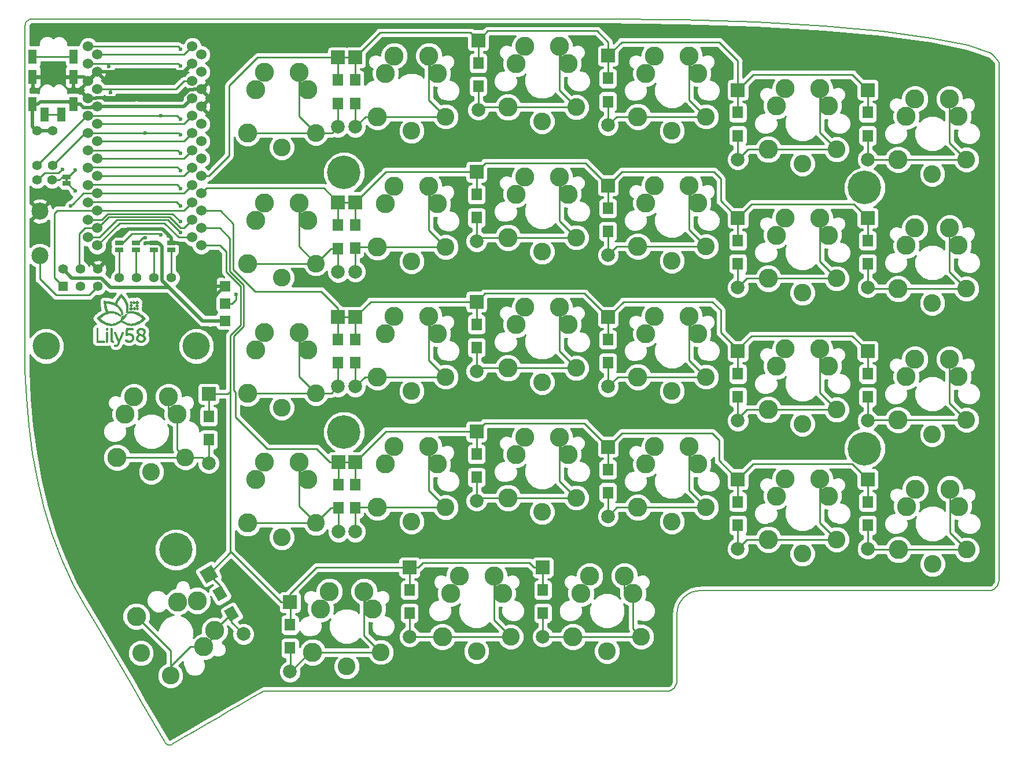
<source format=gtl>
G04 #@! TF.GenerationSoftware,KiCad,Pcbnew,(6.0.8-1)-1*
G04 #@! TF.CreationDate,2023-02-20T13:07:17+02:00*
G04 #@! TF.ProjectId,Lily58,4c696c79-3538-42e6-9b69-6361645f7063,rev?*
G04 #@! TF.SameCoordinates,Original*
G04 #@! TF.FileFunction,Copper,L1,Top*
G04 #@! TF.FilePolarity,Positive*
%FSLAX46Y46*%
G04 Gerber Fmt 4.6, Leading zero omitted, Abs format (unit mm)*
G04 Created by KiCad (PCBNEW (6.0.8-1)-1) date 2023-02-20 13:07:17*
%MOMM*%
%LPD*%
G01*
G04 APERTURE LIST*
G04 Aperture macros list*
%AMRotRect*
0 Rectangle, with rotation*
0 The origin of the aperture is its center*
0 $1 length*
0 $2 width*
0 $3 Rotation angle, in degrees counterclockwise*
0 Add horizontal line*
21,1,$1,$2,0,0,$3*%
G04 Aperture macros list end*
G04 #@! TA.AperFunction,Profile*
%ADD10C,0.200000*%
G04 #@! TD*
G04 #@! TA.AperFunction,EtchedComponent*
%ADD11C,0.010000*%
G04 #@! TD*
G04 #@! TA.AperFunction,ComponentPad*
%ADD12R,1.200000X2.100000*%
G04 #@! TD*
G04 #@! TA.AperFunction,ComponentPad*
%ADD13R,1.500000X1.800000*%
G04 #@! TD*
G04 #@! TA.AperFunction,ComponentPad*
%ADD14C,1.998980*%
G04 #@! TD*
G04 #@! TA.AperFunction,ComponentPad*
%ADD15R,1.998980X1.998980*%
G04 #@! TD*
G04 #@! TA.AperFunction,ComponentPad*
%ADD16RotRect,1.800000X1.500000X300.000000*%
G04 #@! TD*
G04 #@! TA.AperFunction,ComponentPad*
%ADD17RotRect,1.998980X1.998980X120.000000*%
G04 #@! TD*
G04 #@! TA.AperFunction,ComponentPad*
%ADD18C,4.000000*%
G04 #@! TD*
G04 #@! TA.AperFunction,ComponentPad*
%ADD19C,4.900000*%
G04 #@! TD*
G04 #@! TA.AperFunction,ComponentPad*
%ADD20R,1.397000X1.397000*%
G04 #@! TD*
G04 #@! TA.AperFunction,ComponentPad*
%ADD21C,1.397000*%
G04 #@! TD*
G04 #@! TA.AperFunction,ComponentPad*
%ADD22C,2.500000*%
G04 #@! TD*
G04 #@! TA.AperFunction,ComponentPad*
%ADD23C,1.524000*%
G04 #@! TD*
G04 #@! TA.AperFunction,ComponentPad*
%ADD24C,2.600000*%
G04 #@! TD*
G04 #@! TA.AperFunction,ComponentPad*
%ADD25C,2.800000*%
G04 #@! TD*
G04 #@! TA.AperFunction,SMDPad,CuDef*
%ADD26R,1.524000X1.524000*%
G04 #@! TD*
G04 #@! TA.AperFunction,SMDPad,CuDef*
%ADD27R,0.381000X0.381000*%
G04 #@! TD*
G04 #@! TA.AperFunction,SMDPad,CuDef*
%ADD28R,1.143000X0.635000*%
G04 #@! TD*
G04 #@! TA.AperFunction,ViaPad*
%ADD29C,0.600000*%
G04 #@! TD*
G04 #@! TA.AperFunction,Conductor*
%ADD30C,0.250000*%
G04 #@! TD*
G04 #@! TA.AperFunction,Conductor*
%ADD31C,0.500000*%
G04 #@! TD*
G04 #@! TA.AperFunction,Conductor*
%ADD32C,0.254000*%
G04 #@! TD*
G04 APERTURE END LIST*
D10*
X224900000Y-42700000D02*
X225460000Y-43436755D01*
X82937528Y-50750629D02*
X82937528Y-44443695D01*
X82937528Y-57057562D02*
X82937528Y-50750629D01*
X115211711Y-37086762D02*
X104803877Y-37086762D01*
X218692418Y-120789735D02*
X223959999Y-120789735D01*
X213424836Y-120789735D02*
X218692418Y-120789735D01*
X208157255Y-120789735D02*
X213424836Y-120789735D01*
X202889673Y-120789735D02*
X208157255Y-120789735D01*
X197622092Y-120789735D02*
X202889673Y-120789735D01*
X192354511Y-120789735D02*
X197622092Y-120789735D01*
X187086929Y-120789735D02*
X192354511Y-120789735D01*
X181819348Y-120789735D02*
X187086929Y-120789735D01*
X181113524Y-120860778D02*
X181819348Y-120789735D01*
X180456326Y-121064561D02*
X181113524Y-120860778D01*
X179861773Y-121387065D02*
X180456326Y-121064561D01*
X179343884Y-121814271D02*
X179861773Y-121387065D01*
X178916678Y-122332160D02*
X179343884Y-121814271D01*
X178594174Y-122926713D02*
X178916678Y-122332160D01*
X178390391Y-123583911D02*
X178594174Y-122926713D01*
X178319348Y-124289735D02*
X178390391Y-123583911D01*
X199807654Y-38170488D02*
X189919538Y-37585374D01*
X208420758Y-38945561D02*
X199807654Y-38170488D01*
X215525697Y-39885159D02*
X208420758Y-38945561D01*
X220889319Y-40963847D02*
X215525697Y-39885159D01*
X178989563Y-37215654D02*
X167250881Y-37086762D01*
X189919538Y-37585374D02*
X178989563Y-37215654D01*
X177658308Y-135255660D02*
X177403500Y-135393876D01*
X177880261Y-135072571D02*
X177658308Y-135255660D01*
X178063349Y-134850619D02*
X177880261Y-135072571D01*
X178201565Y-134595810D02*
X178063349Y-134850619D01*
X178288901Y-134314154D02*
X178201565Y-134595810D01*
X178319348Y-134011658D02*
X178288901Y-134314154D01*
X225460000Y-52918378D02*
X225460000Y-62400000D01*
X225460000Y-43436755D02*
X225460000Y-52918378D01*
X82937528Y-69671429D02*
X82937528Y-63364495D01*
X82937528Y-75978362D02*
X82937528Y-69671429D01*
X82937528Y-82285296D02*
X82937528Y-75978362D01*
X82937528Y-88592229D02*
X82937528Y-82285296D01*
X104807833Y-37086762D02*
X94400000Y-37086762D01*
X125619545Y-37086762D02*
X115211711Y-37086762D01*
X136027379Y-37086762D02*
X125619545Y-37086762D01*
X146435213Y-37086762D02*
X136027379Y-37086762D01*
X156843047Y-37086762D02*
X146435213Y-37086762D01*
X167250881Y-37086762D02*
X156843047Y-37086762D01*
X83400937Y-37265961D02*
X83579303Y-37169210D01*
X83245570Y-37394123D02*
X83400937Y-37265961D01*
X83117409Y-37549489D02*
X83245570Y-37394123D01*
X83020657Y-37727855D02*
X83117409Y-37549489D01*
X82959523Y-37925015D02*
X83020657Y-37727855D01*
X82938210Y-38136762D02*
X82959523Y-37925015D01*
X83776462Y-37108075D02*
X83988210Y-37086762D01*
X83579303Y-37169210D02*
X83776462Y-37108075D01*
X94396044Y-37086762D02*
X83988210Y-37086762D01*
X82937528Y-63364495D02*
X82937528Y-57057562D01*
X82937528Y-44443695D02*
X82937528Y-38136762D01*
X88291758Y-116318073D02*
X89993333Y-119989540D01*
X86863105Y-112530670D02*
X88291758Y-116318073D01*
X85688004Y-108649127D02*
X86863105Y-112530670D01*
X84747083Y-104695246D02*
X85688004Y-108649127D01*
X84020972Y-100690825D02*
X84747083Y-104695246D01*
X83490297Y-96657663D02*
X84020972Y-100690825D01*
X83135690Y-92617561D02*
X83490297Y-96657663D01*
X82937777Y-88592317D02*
X83135690Y-92617561D01*
X104288864Y-143357278D02*
X104456758Y-143271756D01*
X104130206Y-143404468D02*
X104288864Y-143357278D01*
X103981252Y-143413974D02*
X104130206Y-143404468D01*
X103842470Y-143386445D02*
X103981252Y-143413974D01*
X103714328Y-143322532D02*
X103842470Y-143386445D01*
X103597295Y-143222884D02*
X103714328Y-143322532D01*
X103491837Y-143088150D02*
X103597295Y-143222884D01*
X103398425Y-142918979D02*
X103491837Y-143088150D01*
X116186619Y-136480784D02*
X117862313Y-135510645D01*
X114510925Y-137450923D02*
X116186619Y-136480784D01*
X112835230Y-138421062D02*
X114510925Y-137450923D01*
X111159536Y-139391201D02*
X112835230Y-138421062D01*
X109483841Y-140361340D02*
X111159536Y-139391201D01*
X107808147Y-141331479D02*
X109483841Y-140361340D01*
X106132452Y-142301617D02*
X107808147Y-141331479D01*
X104456758Y-143271756D02*
X106132452Y-142301617D01*
X101722730Y-140052659D02*
X103398425Y-142918979D01*
X100047036Y-137186340D02*
X101722730Y-140052659D01*
X98371341Y-134320020D02*
X100047036Y-137186340D01*
X96695647Y-131453701D02*
X98371341Y-134320020D01*
X95019952Y-128587381D02*
X96695647Y-131453701D01*
X93344258Y-125721062D02*
X95019952Y-128587381D01*
X91668563Y-122854742D02*
X93344258Y-125721062D01*
X89992869Y-119988423D02*
X91668563Y-122854742D01*
X169449826Y-135511658D02*
X176819348Y-135511658D01*
X162080304Y-135511658D02*
X169449826Y-135511658D01*
X154710782Y-135511658D02*
X162080304Y-135511658D01*
X147341260Y-135511658D02*
X154710782Y-135511658D01*
X139971738Y-135511658D02*
X147341260Y-135511658D01*
X132602217Y-135511658D02*
X139971738Y-135511658D01*
X125232695Y-135511658D02*
X132602217Y-135511658D01*
X117863173Y-135511658D02*
X125232695Y-135511658D01*
X178319348Y-132816013D02*
X178319348Y-134011658D01*
X178319348Y-131597973D02*
X178319348Y-132816013D01*
X178319348Y-130379933D02*
X178319348Y-131597973D01*
X178319348Y-129161894D02*
X178319348Y-130379933D01*
X178319348Y-127943854D02*
X178319348Y-129161894D01*
X178319348Y-126725814D02*
X178319348Y-127943854D01*
X178319348Y-125507775D02*
X178319348Y-126725814D01*
X178319348Y-124289735D02*
X178319348Y-125507775D01*
X177121844Y-135481211D02*
X176819348Y-135511658D01*
X177403500Y-135393876D02*
X177121844Y-135481211D01*
X224278471Y-42156190D02*
X220889319Y-40963847D01*
X224900000Y-42700000D02*
X224278471Y-42156190D01*
X224262495Y-120759288D02*
X223959999Y-120789735D01*
X224544152Y-120671952D02*
X224262495Y-120759288D01*
X224798960Y-120533736D02*
X224544152Y-120671952D01*
X225020912Y-120350648D02*
X224798960Y-120533736D01*
X225204001Y-120128696D02*
X225020912Y-120350648D01*
X225342217Y-119873887D02*
X225204001Y-120128696D01*
X225429552Y-119592231D02*
X225342217Y-119873887D01*
X225459999Y-119289735D02*
X225429552Y-119592231D01*
X225460000Y-109808112D02*
X225460000Y-119289735D01*
X225460000Y-100326490D02*
X225460000Y-109808112D01*
X225460000Y-90844867D02*
X225460000Y-100326490D01*
X225460000Y-81363245D02*
X225460000Y-90844867D01*
X225460000Y-71881623D02*
X225460000Y-81363245D01*
X225460000Y-62400000D02*
X225460000Y-71881623D01*
G36*
X98418714Y-78418254D02*
G01*
X98434649Y-78431799D01*
X98456095Y-78451725D01*
X98480912Y-78475864D01*
X98506960Y-78502048D01*
X98532101Y-78528110D01*
X98554194Y-78551883D01*
X98571101Y-78571197D01*
X98580681Y-78583887D01*
X98582057Y-78587146D01*
X98577145Y-78595635D01*
X98563828Y-78611893D01*
X98544241Y-78633742D01*
X98520514Y-78659004D01*
X98494781Y-78685500D01*
X98469172Y-78711052D01*
X98445822Y-78733481D01*
X98426862Y-78750610D01*
X98414424Y-78760260D01*
X98411288Y-78761600D01*
X98403998Y-78756697D01*
X98388390Y-78743118D01*
X98366299Y-78722562D01*
X98339560Y-78696725D01*
X98317460Y-78674803D01*
X98230889Y-78588006D01*
X98317187Y-78500632D01*
X98346078Y-78471777D01*
X98371693Y-78446940D01*
X98392215Y-78427824D01*
X98405826Y-78416131D01*
X98410428Y-78413257D01*
X98418714Y-78418254D01*
G37*
D11*
X98418714Y-78418254D02*
X98434649Y-78431799D01*
X98456095Y-78451725D01*
X98480912Y-78475864D01*
X98506960Y-78502048D01*
X98532101Y-78528110D01*
X98554194Y-78551883D01*
X98571101Y-78571197D01*
X98580681Y-78583887D01*
X98582057Y-78587146D01*
X98577145Y-78595635D01*
X98563828Y-78611893D01*
X98544241Y-78633742D01*
X98520514Y-78659004D01*
X98494781Y-78685500D01*
X98469172Y-78711052D01*
X98445822Y-78733481D01*
X98426862Y-78750610D01*
X98414424Y-78760260D01*
X98411288Y-78761600D01*
X98403998Y-78756697D01*
X98388390Y-78743118D01*
X98366299Y-78722562D01*
X98339560Y-78696725D01*
X98317460Y-78674803D01*
X98230889Y-78588006D01*
X98317187Y-78500632D01*
X98346078Y-78471777D01*
X98371693Y-78446940D01*
X98392215Y-78427824D01*
X98405826Y-78416131D01*
X98410428Y-78413257D01*
X98418714Y-78418254D01*
G36*
X98822488Y-78389154D02*
G01*
X98838605Y-78402669D01*
X98860907Y-78422884D01*
X98887475Y-78447910D01*
X98916390Y-78475854D01*
X98945733Y-78504829D01*
X98973586Y-78532943D01*
X98998028Y-78558306D01*
X99017142Y-78579028D01*
X99029009Y-78593219D01*
X99032000Y-78598499D01*
X99027061Y-78605816D01*
X99013509Y-78621244D01*
X98993243Y-78642888D01*
X98968165Y-78668850D01*
X98940173Y-78697234D01*
X98911167Y-78726144D01*
X98883046Y-78753684D01*
X98857711Y-78777957D01*
X98837061Y-78797067D01*
X98822995Y-78809117D01*
X98817730Y-78812400D01*
X98810614Y-78807482D01*
X98794980Y-78793761D01*
X98772486Y-78772787D01*
X98744786Y-78746110D01*
X98713535Y-78715279D01*
X98707149Y-78708895D01*
X98675685Y-78676855D01*
X98648082Y-78647754D01*
X98625897Y-78623315D01*
X98610686Y-78605260D01*
X98604006Y-78595313D01*
X98603829Y-78594498D01*
X98608829Y-78585843D01*
X98622527Y-78569274D01*
X98642972Y-78546741D01*
X98668213Y-78520190D01*
X98696298Y-78491570D01*
X98725275Y-78462830D01*
X98753193Y-78435916D01*
X98778101Y-78412778D01*
X98798047Y-78395362D01*
X98811079Y-78385618D01*
X98814474Y-78384229D01*
X98822488Y-78389154D01*
G37*
X98822488Y-78389154D02*
X98838605Y-78402669D01*
X98860907Y-78422884D01*
X98887475Y-78447910D01*
X98916390Y-78475854D01*
X98945733Y-78504829D01*
X98973586Y-78532943D01*
X98998028Y-78558306D01*
X99017142Y-78579028D01*
X99029009Y-78593219D01*
X99032000Y-78598499D01*
X99027061Y-78605816D01*
X99013509Y-78621244D01*
X98993243Y-78642888D01*
X98968165Y-78668850D01*
X98940173Y-78697234D01*
X98911167Y-78726144D01*
X98883046Y-78753684D01*
X98857711Y-78777957D01*
X98837061Y-78797067D01*
X98822995Y-78809117D01*
X98817730Y-78812400D01*
X98810614Y-78807482D01*
X98794980Y-78793761D01*
X98772486Y-78772787D01*
X98744786Y-78746110D01*
X98713535Y-78715279D01*
X98707149Y-78708895D01*
X98675685Y-78676855D01*
X98648082Y-78647754D01*
X98625897Y-78623315D01*
X98610686Y-78605260D01*
X98604006Y-78595313D01*
X98603829Y-78594498D01*
X98608829Y-78585843D01*
X98622527Y-78569274D01*
X98642972Y-78546741D01*
X98668213Y-78520190D01*
X98696298Y-78491570D01*
X98725275Y-78462830D01*
X98753193Y-78435916D01*
X98778101Y-78412778D01*
X98798047Y-78395362D01*
X98811079Y-78385618D01*
X98814474Y-78384229D01*
X98822488Y-78389154D01*
G36*
X99316259Y-78345682D02*
G01*
X99332770Y-78359495D01*
X99355704Y-78380368D01*
X99383304Y-78406539D01*
X99413812Y-78436249D01*
X99445471Y-78467739D01*
X99476523Y-78499248D01*
X99505212Y-78529017D01*
X99529778Y-78555287D01*
X99548465Y-78576297D01*
X99559515Y-78590288D01*
X99561772Y-78594844D01*
X99556776Y-78603174D01*
X99542962Y-78619684D01*
X99522090Y-78642618D01*
X99495919Y-78670218D01*
X99466208Y-78700726D01*
X99434719Y-78732385D01*
X99403209Y-78763438D01*
X99373440Y-78792126D01*
X99347171Y-78816692D01*
X99326161Y-78835379D01*
X99312170Y-78846430D01*
X99307614Y-78848686D01*
X99299605Y-78843739D01*
X99283003Y-78829853D01*
X99259370Y-78808462D01*
X99230264Y-78780999D01*
X99197246Y-78748900D01*
X99175249Y-78727051D01*
X99141017Y-78692332D01*
X99110519Y-78660551D01*
X99085187Y-78633272D01*
X99066453Y-78612055D01*
X99055748Y-78598463D01*
X99053772Y-78594528D01*
X99058767Y-78586198D01*
X99072581Y-78569688D01*
X99093454Y-78546754D01*
X99119625Y-78519154D01*
X99149335Y-78488646D01*
X99180825Y-78456987D01*
X99212334Y-78425934D01*
X99242103Y-78397246D01*
X99268372Y-78372680D01*
X99289382Y-78353993D01*
X99303373Y-78342942D01*
X99307930Y-78340686D01*
X99316259Y-78345682D01*
G37*
X99316259Y-78345682D02*
X99332770Y-78359495D01*
X99355704Y-78380368D01*
X99383304Y-78406539D01*
X99413812Y-78436249D01*
X99445471Y-78467739D01*
X99476523Y-78499248D01*
X99505212Y-78529017D01*
X99529778Y-78555287D01*
X99548465Y-78576297D01*
X99559515Y-78590288D01*
X99561772Y-78594844D01*
X99556776Y-78603174D01*
X99542962Y-78619684D01*
X99522090Y-78642618D01*
X99495919Y-78670218D01*
X99466208Y-78700726D01*
X99434719Y-78732385D01*
X99403209Y-78763438D01*
X99373440Y-78792126D01*
X99347171Y-78816692D01*
X99326161Y-78835379D01*
X99312170Y-78846430D01*
X99307614Y-78848686D01*
X99299605Y-78843739D01*
X99283003Y-78829853D01*
X99259370Y-78808462D01*
X99230264Y-78780999D01*
X99197246Y-78748900D01*
X99175249Y-78727051D01*
X99141017Y-78692332D01*
X99110519Y-78660551D01*
X99085187Y-78633272D01*
X99066453Y-78612055D01*
X99055748Y-78598463D01*
X99053772Y-78594528D01*
X99058767Y-78586198D01*
X99072581Y-78569688D01*
X99093454Y-78546754D01*
X99119625Y-78519154D01*
X99149335Y-78488646D01*
X99180825Y-78456987D01*
X99212334Y-78425934D01*
X99242103Y-78397246D01*
X99268372Y-78372680D01*
X99289382Y-78353993D01*
X99303373Y-78342942D01*
X99307930Y-78340686D01*
X99316259Y-78345682D01*
G36*
X98419315Y-78788372D02*
G01*
X98435102Y-78802093D01*
X98456989Y-78822618D01*
X98483090Y-78848027D01*
X98511519Y-78876404D01*
X98540389Y-78905829D01*
X98567814Y-78934385D01*
X98591909Y-78960153D01*
X98610786Y-78981215D01*
X98622561Y-78995654D01*
X98625600Y-79001086D01*
X98620683Y-79009019D01*
X98607191Y-79025073D01*
X98587008Y-79047331D01*
X98562022Y-79073875D01*
X98534119Y-79102785D01*
X98505184Y-79132145D01*
X98477104Y-79160035D01*
X98451765Y-79184538D01*
X98431054Y-79203735D01*
X98416856Y-79215709D01*
X98411515Y-79218800D01*
X98404723Y-79213913D01*
X98389336Y-79200277D01*
X98366995Y-79179431D01*
X98339343Y-79152912D01*
X98308023Y-79122258D01*
X98301405Y-79115710D01*
X98269750Y-79083774D01*
X98241978Y-79054705D01*
X98219654Y-79030227D01*
X98204343Y-79012066D01*
X98197609Y-79001946D01*
X98197429Y-79001086D01*
X98202346Y-78993153D01*
X98215838Y-78977098D01*
X98236021Y-78954840D01*
X98261007Y-78928297D01*
X98288910Y-78899387D01*
X98317845Y-78870027D01*
X98345925Y-78842137D01*
X98371264Y-78817634D01*
X98391975Y-78798436D01*
X98406173Y-78786463D01*
X98411515Y-78783372D01*
X98419315Y-78788372D01*
G37*
X98419315Y-78788372D02*
X98435102Y-78802093D01*
X98456989Y-78822618D01*
X98483090Y-78848027D01*
X98511519Y-78876404D01*
X98540389Y-78905829D01*
X98567814Y-78934385D01*
X98591909Y-78960153D01*
X98610786Y-78981215D01*
X98622561Y-78995654D01*
X98625600Y-79001086D01*
X98620683Y-79009019D01*
X98607191Y-79025073D01*
X98587008Y-79047331D01*
X98562022Y-79073875D01*
X98534119Y-79102785D01*
X98505184Y-79132145D01*
X98477104Y-79160035D01*
X98451765Y-79184538D01*
X98431054Y-79203735D01*
X98416856Y-79215709D01*
X98411515Y-79218800D01*
X98404723Y-79213913D01*
X98389336Y-79200277D01*
X98366995Y-79179431D01*
X98339343Y-79152912D01*
X98308023Y-79122258D01*
X98301405Y-79115710D01*
X98269750Y-79083774D01*
X98241978Y-79054705D01*
X98219654Y-79030227D01*
X98204343Y-79012066D01*
X98197609Y-79001946D01*
X98197429Y-79001086D01*
X98202346Y-78993153D01*
X98215838Y-78977098D01*
X98236021Y-78954840D01*
X98261007Y-78928297D01*
X98288910Y-78899387D01*
X98317845Y-78870027D01*
X98345925Y-78842137D01*
X98371264Y-78817634D01*
X98391975Y-78798436D01*
X98406173Y-78786463D01*
X98411515Y-78783372D01*
X98419315Y-78788372D01*
G36*
X99412968Y-78972025D02*
G01*
X99444769Y-79004289D01*
X99472714Y-79033635D01*
X99495258Y-79058358D01*
X99510855Y-79076752D01*
X99517959Y-79087111D01*
X99518229Y-79088175D01*
X99513229Y-79096868D01*
X99499532Y-79113473D01*
X99479088Y-79136042D01*
X99453849Y-79162625D01*
X99425765Y-79191273D01*
X99396788Y-79220036D01*
X99368869Y-79246965D01*
X99343960Y-79270110D01*
X99324010Y-79287522D01*
X99310972Y-79297252D01*
X99307584Y-79298629D01*
X99299366Y-79293691D01*
X99282718Y-79279907D01*
X99259340Y-79258823D01*
X99230936Y-79231984D01*
X99199208Y-79200936D01*
X99191625Y-79193368D01*
X99086552Y-79088107D01*
X99197130Y-78977530D01*
X99307707Y-78866952D01*
X99412968Y-78972025D01*
G37*
X99412968Y-78972025D02*
X99444769Y-79004289D01*
X99472714Y-79033635D01*
X99495258Y-79058358D01*
X99510855Y-79076752D01*
X99517959Y-79087111D01*
X99518229Y-79088175D01*
X99513229Y-79096868D01*
X99499532Y-79113473D01*
X99479088Y-79136042D01*
X99453849Y-79162625D01*
X99425765Y-79191273D01*
X99396788Y-79220036D01*
X99368869Y-79246965D01*
X99343960Y-79270110D01*
X99324010Y-79287522D01*
X99310972Y-79297252D01*
X99307584Y-79298629D01*
X99299366Y-79293691D01*
X99282718Y-79279907D01*
X99259340Y-79258823D01*
X99230936Y-79231984D01*
X99199208Y-79200936D01*
X99191625Y-79193368D01*
X99086552Y-79088107D01*
X99197130Y-78977530D01*
X99307707Y-78866952D01*
X99412968Y-78972025D01*
G36*
X99316339Y-79332567D02*
G01*
X99332458Y-79345874D01*
X99354185Y-79365447D01*
X99379347Y-79389154D01*
X99405768Y-79414861D01*
X99431274Y-79440437D01*
X99453690Y-79463750D01*
X99470842Y-79482668D01*
X99480554Y-79495058D01*
X99481943Y-79498205D01*
X99477103Y-79505111D01*
X99463959Y-79520048D01*
X99444575Y-79540911D01*
X99421016Y-79565591D01*
X99395345Y-79591982D01*
X99369626Y-79617977D01*
X99345923Y-79641469D01*
X99326301Y-79660350D01*
X99312824Y-79672515D01*
X99307772Y-79676000D01*
X99301622Y-79671119D01*
X99287047Y-79657611D01*
X99265820Y-79637175D01*
X99239713Y-79611511D01*
X99218758Y-79590620D01*
X99190385Y-79561755D01*
X99166018Y-79536170D01*
X99147365Y-79515722D01*
X99136133Y-79502270D01*
X99133600Y-79497973D01*
X99138619Y-79489773D01*
X99152222Y-79473965D01*
X99172232Y-79452676D01*
X99196468Y-79428033D01*
X99222751Y-79402166D01*
X99248904Y-79377202D01*
X99272746Y-79355268D01*
X99292099Y-79338493D01*
X99304783Y-79329005D01*
X99308004Y-79327657D01*
X99316339Y-79332567D01*
G37*
X99316339Y-79332567D02*
X99332458Y-79345874D01*
X99354185Y-79365447D01*
X99379347Y-79389154D01*
X99405768Y-79414861D01*
X99431274Y-79440437D01*
X99453690Y-79463750D01*
X99470842Y-79482668D01*
X99480554Y-79495058D01*
X99481943Y-79498205D01*
X99477103Y-79505111D01*
X99463959Y-79520048D01*
X99444575Y-79540911D01*
X99421016Y-79565591D01*
X99395345Y-79591982D01*
X99369626Y-79617977D01*
X99345923Y-79641469D01*
X99326301Y-79660350D01*
X99312824Y-79672515D01*
X99307772Y-79676000D01*
X99301622Y-79671119D01*
X99287047Y-79657611D01*
X99265820Y-79637175D01*
X99239713Y-79611511D01*
X99218758Y-79590620D01*
X99190385Y-79561755D01*
X99166018Y-79536170D01*
X99147365Y-79515722D01*
X99136133Y-79502270D01*
X99133600Y-79497973D01*
X99138619Y-79489773D01*
X99152222Y-79473965D01*
X99172232Y-79452676D01*
X99196468Y-79428033D01*
X99222751Y-79402166D01*
X99248904Y-79377202D01*
X99272746Y-79355268D01*
X99292099Y-79338493D01*
X99304783Y-79329005D01*
X99308004Y-79327657D01*
X99316339Y-79332567D01*
G36*
X98913116Y-79282775D02*
G01*
X98922787Y-79290344D01*
X98939958Y-79305996D01*
X98962722Y-79327796D01*
X98989169Y-79353806D01*
X99017390Y-79382093D01*
X99045477Y-79410719D01*
X99071521Y-79437750D01*
X99093613Y-79461250D01*
X99109843Y-79479283D01*
X99118304Y-79489913D01*
X99119086Y-79491639D01*
X99114077Y-79499418D01*
X99100331Y-79515166D01*
X99079770Y-79536998D01*
X99054319Y-79563033D01*
X99025899Y-79591386D01*
X98996433Y-79620176D01*
X98967844Y-79647518D01*
X98942055Y-79671531D01*
X98920989Y-79690332D01*
X98906568Y-79702036D01*
X98901184Y-79705029D01*
X98892884Y-79700094D01*
X98876217Y-79686350D01*
X98852940Y-79665383D01*
X98824811Y-79638783D01*
X98793589Y-79608136D01*
X98790603Y-79605149D01*
X98759721Y-79573670D01*
X98732731Y-79545130D01*
X98711217Y-79521290D01*
X98696764Y-79503911D01*
X98690959Y-79494754D01*
X98690915Y-79494384D01*
X98695852Y-79486152D01*
X98709628Y-79469500D01*
X98730691Y-79446140D01*
X98757487Y-79417784D01*
X98788464Y-79386145D01*
X98795188Y-79379411D01*
X98831119Y-79343787D01*
X98858408Y-79317447D01*
X98878481Y-79299222D01*
X98892764Y-79287943D01*
X98902684Y-79282440D01*
X98909668Y-79281546D01*
X98913116Y-79282775D01*
G37*
X98913116Y-79282775D02*
X98922787Y-79290344D01*
X98939958Y-79305996D01*
X98962722Y-79327796D01*
X98989169Y-79353806D01*
X99017390Y-79382093D01*
X99045477Y-79410719D01*
X99071521Y-79437750D01*
X99093613Y-79461250D01*
X99109843Y-79479283D01*
X99118304Y-79489913D01*
X99119086Y-79491639D01*
X99114077Y-79499418D01*
X99100331Y-79515166D01*
X99079770Y-79536998D01*
X99054319Y-79563033D01*
X99025899Y-79591386D01*
X98996433Y-79620176D01*
X98967844Y-79647518D01*
X98942055Y-79671531D01*
X98920989Y-79690332D01*
X98906568Y-79702036D01*
X98901184Y-79705029D01*
X98892884Y-79700094D01*
X98876217Y-79686350D01*
X98852940Y-79665383D01*
X98824811Y-79638783D01*
X98793589Y-79608136D01*
X98790603Y-79605149D01*
X98759721Y-79573670D01*
X98732731Y-79545130D01*
X98711217Y-79521290D01*
X98696764Y-79503911D01*
X98690959Y-79494754D01*
X98690915Y-79494384D01*
X98695852Y-79486152D01*
X98709628Y-79469500D01*
X98730691Y-79446140D01*
X98757487Y-79417784D01*
X98788464Y-79386145D01*
X98795188Y-79379411D01*
X98831119Y-79343787D01*
X98858408Y-79317447D01*
X98878481Y-79299222D01*
X98892764Y-79287943D01*
X98902684Y-79282440D01*
X98909668Y-79281546D01*
X98913116Y-79282775D01*
G36*
X98421348Y-79245629D02*
G01*
X98439163Y-79259599D01*
X98463159Y-79280676D01*
X98491532Y-79307055D01*
X98522479Y-79336931D01*
X98554195Y-79368500D01*
X98584877Y-79399956D01*
X98612721Y-79429495D01*
X98635924Y-79455312D01*
X98652681Y-79475601D01*
X98661190Y-79488558D01*
X98661886Y-79491103D01*
X98656909Y-79500099D01*
X98643144Y-79517274D01*
X98622343Y-79540851D01*
X98596257Y-79569052D01*
X98566636Y-79600099D01*
X98535233Y-79632215D01*
X98503796Y-79663620D01*
X98474079Y-79692538D01*
X98447831Y-79717191D01*
X98426804Y-79735801D01*
X98412748Y-79746590D01*
X98408305Y-79748572D01*
X98400403Y-79743649D01*
X98383890Y-79729845D01*
X98360350Y-79708610D01*
X98331370Y-79681392D01*
X98298535Y-79649640D01*
X98279575Y-79630936D01*
X98245428Y-79596613D01*
X98214748Y-79565008D01*
X98189065Y-79537761D01*
X98169911Y-79516510D01*
X98158814Y-79502896D01*
X98156731Y-79499361D01*
X98157392Y-79492635D01*
X98163318Y-79482045D01*
X98175496Y-79466450D01*
X98194914Y-79444708D01*
X98222559Y-79415674D01*
X98259419Y-79378208D01*
X98274574Y-79362997D01*
X98317749Y-79320399D01*
X98353658Y-79286297D01*
X98381675Y-79261252D01*
X98401174Y-79245824D01*
X98411517Y-79240572D01*
X98421348Y-79245629D01*
G37*
X98421348Y-79245629D02*
X98439163Y-79259599D01*
X98463159Y-79280676D01*
X98491532Y-79307055D01*
X98522479Y-79336931D01*
X98554195Y-79368500D01*
X98584877Y-79399956D01*
X98612721Y-79429495D01*
X98635924Y-79455312D01*
X98652681Y-79475601D01*
X98661190Y-79488558D01*
X98661886Y-79491103D01*
X98656909Y-79500099D01*
X98643144Y-79517274D01*
X98622343Y-79540851D01*
X98596257Y-79569052D01*
X98566636Y-79600099D01*
X98535233Y-79632215D01*
X98503796Y-79663620D01*
X98474079Y-79692538D01*
X98447831Y-79717191D01*
X98426804Y-79735801D01*
X98412748Y-79746590D01*
X98408305Y-79748572D01*
X98400403Y-79743649D01*
X98383890Y-79729845D01*
X98360350Y-79708610D01*
X98331370Y-79681392D01*
X98298535Y-79649640D01*
X98279575Y-79630936D01*
X98245428Y-79596613D01*
X98214748Y-79565008D01*
X98189065Y-79537761D01*
X98169911Y-79516510D01*
X98158814Y-79502896D01*
X98156731Y-79499361D01*
X98157392Y-79492635D01*
X98163318Y-79482045D01*
X98175496Y-79466450D01*
X98194914Y-79444708D01*
X98222559Y-79415674D01*
X98259419Y-79378208D01*
X98274574Y-79362997D01*
X98317749Y-79320399D01*
X98353658Y-79286297D01*
X98381675Y-79261252D01*
X98401174Y-79245824D01*
X98411517Y-79240572D01*
X98421348Y-79245629D01*
G36*
X97078092Y-77451737D02*
G01*
X97237453Y-77624566D01*
X97386427Y-77807516D01*
X97524948Y-78000510D01*
X97548489Y-78035886D01*
X97656724Y-78210990D01*
X97750642Y-78385431D01*
X97830230Y-78559143D01*
X97895475Y-78732061D01*
X97946363Y-78904120D01*
X97982880Y-79075255D01*
X98005013Y-79245400D01*
X98012748Y-79414491D01*
X98006072Y-79582461D01*
X97984970Y-79749247D01*
X97949431Y-79914782D01*
X97943993Y-79935307D01*
X97935685Y-79966015D01*
X97864316Y-79988187D01*
X97825821Y-80000605D01*
X97784696Y-80014604D01*
X97747902Y-80027792D01*
X97736557Y-80032074D01*
X97710323Y-80041593D01*
X97689601Y-80048019D01*
X97677785Y-80050342D01*
X97676399Y-80050018D01*
X97676674Y-80041867D01*
X97680561Y-80023177D01*
X97687318Y-79997250D01*
X97691518Y-79982681D01*
X97729788Y-79831041D01*
X97754242Y-79679808D01*
X97764833Y-79528558D01*
X97761512Y-79376867D01*
X97744230Y-79224312D01*
X97712940Y-79070470D01*
X97667593Y-78914917D01*
X97608141Y-78757230D01*
X97534535Y-78596984D01*
X97532958Y-78593830D01*
X97493733Y-78517413D01*
X97456381Y-78449153D01*
X97417788Y-78383686D01*
X97374840Y-78315649D01*
X97345938Y-78271743D01*
X97276796Y-78172108D01*
X97201006Y-78070248D01*
X97122143Y-77970757D01*
X97043777Y-77878225D01*
X97012809Y-77843572D01*
X96979808Y-77807286D01*
X96963703Y-77821800D01*
X96949551Y-77836124D01*
X96928148Y-77859789D01*
X96901222Y-77890733D01*
X96870504Y-77926896D01*
X96837722Y-77966216D01*
X96804608Y-78006632D01*
X96772890Y-78046084D01*
X96744298Y-78082509D01*
X96737478Y-78091376D01*
X96668547Y-78185384D01*
X96599761Y-78286549D01*
X96534779Y-78389297D01*
X96478494Y-78485829D01*
X96456467Y-78526703D01*
X96433394Y-78571650D01*
X96410102Y-78618830D01*
X96387420Y-78666404D01*
X96366174Y-78712533D01*
X96347192Y-78755378D01*
X96331303Y-78793098D01*
X96319333Y-78823856D01*
X96312110Y-78845811D01*
X96310463Y-78857125D01*
X96310994Y-78858057D01*
X96317955Y-78862963D01*
X96334206Y-78874245D01*
X96357081Y-78890055D01*
X96375886Y-78903019D01*
X96507284Y-79002253D01*
X96629551Y-79112682D01*
X96742707Y-79234335D01*
X96846771Y-79367238D01*
X96941762Y-79511419D01*
X97027699Y-79666904D01*
X97104601Y-79833722D01*
X97172488Y-80011899D01*
X97188841Y-80060629D01*
X97202900Y-80104294D01*
X97216013Y-80146148D01*
X97227224Y-80183056D01*
X97235578Y-80211882D01*
X97239609Y-80227215D01*
X97244495Y-80250207D01*
X97245199Y-80263318D01*
X97241427Y-80270652D01*
X97236232Y-80274387D01*
X97225568Y-80281046D01*
X97205448Y-80293846D01*
X97178601Y-80311041D01*
X97147758Y-80330887D01*
X97142623Y-80334200D01*
X97112477Y-80353100D01*
X97086769Y-80368176D01*
X97067864Y-80378117D01*
X97058127Y-80381614D01*
X97057434Y-80381371D01*
X97053771Y-80372480D01*
X97047625Y-80353057D01*
X97040087Y-80326641D01*
X97036852Y-80314629D01*
X96989704Y-80156769D01*
X96933637Y-80004840D01*
X96869308Y-79860033D01*
X96797376Y-79723537D01*
X96718500Y-79596544D01*
X96633337Y-79480243D01*
X96542548Y-79375824D01*
X96486842Y-79320490D01*
X96367926Y-79218720D01*
X96238151Y-79126255D01*
X96097473Y-79043079D01*
X95945846Y-78969174D01*
X95783225Y-78904526D01*
X95609564Y-78849117D01*
X95424820Y-78802930D01*
X95228945Y-78765951D01*
X95021896Y-78738161D01*
X94834594Y-78721582D01*
X94770131Y-78717144D01*
X94775171Y-78799243D01*
X94794753Y-79019541D01*
X94825942Y-79231254D01*
X94868779Y-79434564D01*
X94923307Y-79629656D01*
X94989567Y-79816713D01*
X95024532Y-79901349D01*
X95038824Y-79934383D01*
X95135855Y-79918053D01*
X95300838Y-79897264D01*
X95466151Y-79890430D01*
X95632021Y-79897599D01*
X95798676Y-79918820D01*
X95966346Y-79954143D01*
X96135257Y-80003616D01*
X96305639Y-80067288D01*
X96477720Y-80145208D01*
X96651727Y-80237425D01*
X96667391Y-80246371D01*
X96709688Y-80271205D01*
X96754353Y-80298365D01*
X96799337Y-80326511D01*
X96842590Y-80354303D01*
X96882063Y-80380401D01*
X96915707Y-80403466D01*
X96941473Y-80422157D01*
X96957313Y-80435137D01*
X96959495Y-80437347D01*
X96965796Y-80445277D01*
X96967162Y-80452678D01*
X96962341Y-80462659D01*
X96950082Y-80478327D01*
X96936690Y-80494013D01*
X96913781Y-80522060D01*
X96890204Y-80553182D01*
X96873382Y-80577214D01*
X96846190Y-80618457D01*
X96779007Y-80571941D01*
X96641008Y-80482626D01*
X96497974Y-80401950D01*
X96351678Y-80330626D01*
X96203891Y-80269369D01*
X96056387Y-80218895D01*
X95910936Y-80179917D01*
X95769310Y-80153150D01*
X95726372Y-80147433D01*
X95670147Y-80142587D01*
X95604203Y-80139904D01*
X95533165Y-80139340D01*
X95461662Y-80140854D01*
X95394317Y-80144403D01*
X95335759Y-80149944D01*
X95326779Y-80151112D01*
X95171174Y-80179299D01*
X95013538Y-80221459D01*
X94854490Y-80277298D01*
X94694651Y-80346520D01*
X94534640Y-80428828D01*
X94375076Y-80523927D01*
X94216580Y-80631522D01*
X94059771Y-80751315D01*
X94045757Y-80762689D01*
X94010287Y-80791936D01*
X93974442Y-80822043D01*
X93941705Y-80850051D01*
X93915557Y-80872998D01*
X93908457Y-80879423D01*
X93861286Y-80922648D01*
X93879429Y-80942465D01*
X93906987Y-80970038D01*
X93944768Y-81004115D01*
X93990875Y-81043214D01*
X94043413Y-81085854D01*
X94100484Y-81130552D01*
X94160192Y-81175827D01*
X94220641Y-81220196D01*
X94279933Y-81262179D01*
X94336173Y-81300293D01*
X94343886Y-81305361D01*
X94494402Y-81398671D01*
X94641190Y-81478990D01*
X94785679Y-81546897D01*
X94929294Y-81602970D01*
X95073464Y-81647787D01*
X95219615Y-81681926D01*
X95314128Y-81698329D01*
X95368693Y-81704546D01*
X95433551Y-81708662D01*
X95504634Y-81710683D01*
X95577875Y-81710612D01*
X95649207Y-81708454D01*
X95714560Y-81704211D01*
X95769869Y-81697888D01*
X95769915Y-81697881D01*
X95925752Y-81667633D01*
X96083891Y-81623613D01*
X96243398Y-81566201D01*
X96403339Y-81495775D01*
X96562780Y-81412711D01*
X96720787Y-81317390D01*
X96738495Y-81305874D01*
X96798189Y-81264120D01*
X96845881Y-81224568D01*
X96883510Y-81185387D01*
X96913018Y-81144748D01*
X96917768Y-81136880D01*
X96942308Y-81085384D01*
X96961327Y-81026070D01*
X96972937Y-80965176D01*
X96974527Y-80949629D01*
X96979989Y-80894267D01*
X96986843Y-80849535D01*
X96995992Y-80811557D01*
X97008337Y-80776455D01*
X97021802Y-80746429D01*
X97039500Y-80713783D01*
X97060499Y-80680720D01*
X97080690Y-80653634D01*
X97083588Y-80650263D01*
X97100765Y-80633328D01*
X97124906Y-80612859D01*
X97153748Y-80590413D01*
X97185025Y-80567553D01*
X97216474Y-80545837D01*
X97245829Y-80526826D01*
X97270826Y-80512080D01*
X97289201Y-80503158D01*
X97298689Y-80501622D01*
X97298995Y-80501864D01*
X97303347Y-80513442D01*
X97306633Y-80536330D01*
X97308794Y-80567359D01*
X97309774Y-80603362D01*
X97309515Y-80641169D01*
X97307959Y-80677612D01*
X97305051Y-80709522D01*
X97303004Y-80723164D01*
X97292858Y-80779727D01*
X97309234Y-80759449D01*
X97323794Y-80739532D01*
X97343881Y-80709395D01*
X97367990Y-80671517D01*
X97394614Y-80628374D01*
X97422243Y-80582441D01*
X97449372Y-80536195D01*
X97474494Y-80492114D01*
X97496100Y-80452672D01*
X97497115Y-80450765D01*
X97547915Y-80355132D01*
X97619087Y-80323360D01*
X97651372Y-80309333D01*
X97687309Y-80294345D01*
X97724408Y-80279359D01*
X97760177Y-80265340D01*
X97792124Y-80253250D01*
X97817759Y-80244053D01*
X97834589Y-80238712D01*
X97840096Y-80237905D01*
X97838993Y-80246182D01*
X97831910Y-80265445D01*
X97819731Y-80293894D01*
X97803342Y-80329728D01*
X97783628Y-80371146D01*
X97761473Y-80416347D01*
X97737764Y-80463530D01*
X97713384Y-80510894D01*
X97689220Y-80556638D01*
X97666156Y-80598961D01*
X97645078Y-80636062D01*
X97641024Y-80642959D01*
X97589606Y-80727633D01*
X97542438Y-80800219D01*
X97498246Y-80862048D01*
X97455757Y-80914455D01*
X97413697Y-80958773D01*
X97370792Y-80996334D01*
X97325770Y-81028472D01*
X97277356Y-81056520D01*
X97224277Y-81081812D01*
X97220083Y-81083630D01*
X97190623Y-81096572D01*
X97171522Y-81106355D01*
X97159776Y-81115493D01*
X97152385Y-81126497D01*
X97146345Y-81141881D01*
X97144684Y-81146735D01*
X97135080Y-81172667D01*
X97124899Y-81196745D01*
X97120990Y-81204846D01*
X97113950Y-81220570D01*
X97114981Y-81230470D01*
X97124906Y-81241297D01*
X97125501Y-81241846D01*
X97137384Y-81251165D01*
X97158724Y-81266361D01*
X97186739Y-81285507D01*
X97218646Y-81306677D01*
X97226660Y-81311900D01*
X97389471Y-81410700D01*
X97552946Y-81496137D01*
X97716562Y-81568002D01*
X97879796Y-81626086D01*
X98042127Y-81670177D01*
X98186543Y-81697651D01*
X98237438Y-81703557D01*
X98298306Y-81707783D01*
X98365168Y-81710292D01*
X98434046Y-81711045D01*
X98500959Y-81710007D01*
X98561929Y-81707139D01*
X98612977Y-81702404D01*
X98618343Y-81701695D01*
X98780901Y-81672295D01*
X98944447Y-81628745D01*
X99108243Y-81571306D01*
X99271552Y-81500241D01*
X99433637Y-81415810D01*
X99450096Y-81406444D01*
X99541078Y-81351715D01*
X99636029Y-81289946D01*
X99731929Y-81223346D01*
X99825759Y-81154125D01*
X99914501Y-81084494D01*
X99995135Y-81016662D01*
X100048000Y-80968745D01*
X100095172Y-80924318D01*
X100058886Y-80890483D01*
X100026193Y-80861038D01*
X99985032Y-80825547D01*
X99938575Y-80786629D01*
X99889997Y-80746905D01*
X99842472Y-80708994D01*
X99799175Y-80675516D01*
X99790372Y-80668885D01*
X99633833Y-80558308D01*
X99475693Y-80459646D01*
X99316813Y-80373320D01*
X99158055Y-80299750D01*
X99000282Y-80239355D01*
X98844355Y-80192555D01*
X98781128Y-80177388D01*
X98685335Y-80159798D01*
X98582178Y-80147409D01*
X98476015Y-80140429D01*
X98371203Y-80139062D01*
X98272100Y-80143516D01*
X98208067Y-80150260D01*
X98148355Y-80159594D01*
X98083138Y-80171900D01*
X98017336Y-80186113D01*
X97955864Y-80201168D01*
X97903641Y-80215997D01*
X97900997Y-80216829D01*
X97874217Y-80225002D01*
X97858649Y-80228651D01*
X97851794Y-80228016D01*
X97851154Y-80223336D01*
X97851675Y-80221553D01*
X97855249Y-80210954D01*
X97862680Y-80189110D01*
X97873119Y-80158503D01*
X97885720Y-80121620D01*
X97897286Y-80087807D01*
X97911531Y-80045218D01*
X97922497Y-80013370D01*
X97932435Y-79990345D01*
X97943596Y-79974222D01*
X97958228Y-79963082D01*
X97978584Y-79955005D01*
X98006912Y-79948071D01*
X98045462Y-79940361D01*
X98077686Y-79933897D01*
X98248866Y-79905773D01*
X98419001Y-79892068D01*
X98587938Y-79892784D01*
X98755521Y-79907921D01*
X98886857Y-79930077D01*
X99049897Y-79969969D01*
X99215176Y-80023418D01*
X99381669Y-80089837D01*
X99548351Y-80168640D01*
X99714197Y-80259240D01*
X99878182Y-80361051D01*
X100039280Y-80473487D01*
X100196467Y-80595962D01*
X100348717Y-80727889D01*
X100450720Y-80824481D01*
X100552372Y-80924304D01*
X100439647Y-81034938D01*
X100292897Y-81171378D01*
X100139305Y-81299677D01*
X99980247Y-81418966D01*
X99817101Y-81528373D01*
X99651243Y-81627029D01*
X99484049Y-81714064D01*
X99316897Y-81788608D01*
X99151162Y-81849790D01*
X99149541Y-81850324D01*
X98983017Y-81898512D01*
X98818050Y-81932965D01*
X98654064Y-81953642D01*
X98490483Y-81960499D01*
X98326734Y-81953496D01*
X98162240Y-81932592D01*
X97996426Y-81897743D01*
X97828717Y-81848908D01*
X97658538Y-81786047D01*
X97537029Y-81733397D01*
X97461836Y-81697224D01*
X97382193Y-81655922D01*
X97301149Y-81611261D01*
X97221750Y-81565010D01*
X97147045Y-81518940D01*
X97080080Y-81474820D01*
X97029276Y-81438490D01*
X97002614Y-81419055D01*
X96984454Y-81408023D01*
X96972118Y-81404543D01*
X96962926Y-81407766D01*
X96955612Y-81415104D01*
X96946130Y-81423386D01*
X96927051Y-81437761D01*
X96900928Y-81456377D01*
X96870313Y-81477384D01*
X96862195Y-81482834D01*
X96694947Y-81587951D01*
X96526949Y-81680397D01*
X96358732Y-81760012D01*
X96190824Y-81826638D01*
X96023755Y-81880115D01*
X95858052Y-81920284D01*
X95694246Y-81946985D01*
X95532865Y-81960058D01*
X95374438Y-81959346D01*
X95298200Y-81953930D01*
X95128746Y-81931003D01*
X94957764Y-81893861D01*
X94785690Y-81842671D01*
X94612957Y-81777598D01*
X94439999Y-81698810D01*
X94267250Y-81606472D01*
X94095144Y-81500751D01*
X94066225Y-81481622D01*
X93957025Y-81405483D01*
X93846393Y-81322392D01*
X93737586Y-81235018D01*
X93633862Y-81146026D01*
X93538479Y-81058084D01*
X93487543Y-81007881D01*
X93404086Y-80923271D01*
X93513165Y-80816707D01*
X93664198Y-80677002D01*
X93822272Y-80545800D01*
X93985991Y-80423998D01*
X94153957Y-80312496D01*
X94324776Y-80212191D01*
X94497049Y-80123982D01*
X94669381Y-80048768D01*
X94759541Y-80014738D01*
X94765937Y-80011139D01*
X94767153Y-80004480D01*
X94762623Y-79991558D01*
X94751782Y-79969172D01*
X94751322Y-79968257D01*
X94736154Y-79935825D01*
X94717726Y-79892751D01*
X94697265Y-79842198D01*
X94675999Y-79787328D01*
X94655157Y-79731302D01*
X94635964Y-79677283D01*
X94620943Y-79632457D01*
X94571568Y-79462126D01*
X94530040Y-79282622D01*
X94496875Y-79097299D01*
X94472592Y-78909512D01*
X94457709Y-78722617D01*
X94452743Y-78542832D01*
X94452743Y-78398743D01*
X94581557Y-78398773D01*
X94753493Y-78403330D01*
X94928695Y-78416620D01*
X95104865Y-78438190D01*
X95279706Y-78467584D01*
X95450920Y-78504349D01*
X95616209Y-78548030D01*
X95773276Y-78598173D01*
X95919823Y-78654323D01*
X95958719Y-78671087D01*
X95992003Y-78685690D01*
X96020902Y-78698138D01*
X96042615Y-78707243D01*
X96054341Y-78711813D01*
X96055123Y-78712049D01*
X96062050Y-78706583D01*
X96072391Y-78688420D01*
X96085491Y-78658798D01*
X96092190Y-78641857D01*
X96167342Y-78464470D01*
X96256153Y-78287556D01*
X96357789Y-78112376D01*
X96471415Y-77940195D01*
X96596197Y-77772274D01*
X96731302Y-77609876D01*
X96875894Y-77454265D01*
X96878429Y-77451686D01*
X96978383Y-77350086D01*
X97078092Y-77451737D01*
G37*
X97078092Y-77451737D02*
X97237453Y-77624566D01*
X97386427Y-77807516D01*
X97524948Y-78000510D01*
X97548489Y-78035886D01*
X97656724Y-78210990D01*
X97750642Y-78385431D01*
X97830230Y-78559143D01*
X97895475Y-78732061D01*
X97946363Y-78904120D01*
X97982880Y-79075255D01*
X98005013Y-79245400D01*
X98012748Y-79414491D01*
X98006072Y-79582461D01*
X97984970Y-79749247D01*
X97949431Y-79914782D01*
X97943993Y-79935307D01*
X97935685Y-79966015D01*
X97864316Y-79988187D01*
X97825821Y-80000605D01*
X97784696Y-80014604D01*
X97747902Y-80027792D01*
X97736557Y-80032074D01*
X97710323Y-80041593D01*
X97689601Y-80048019D01*
X97677785Y-80050342D01*
X97676399Y-80050018D01*
X97676674Y-80041867D01*
X97680561Y-80023177D01*
X97687318Y-79997250D01*
X97691518Y-79982681D01*
X97729788Y-79831041D01*
X97754242Y-79679808D01*
X97764833Y-79528558D01*
X97761512Y-79376867D01*
X97744230Y-79224312D01*
X97712940Y-79070470D01*
X97667593Y-78914917D01*
X97608141Y-78757230D01*
X97534535Y-78596984D01*
X97532958Y-78593830D01*
X97493733Y-78517413D01*
X97456381Y-78449153D01*
X97417788Y-78383686D01*
X97374840Y-78315649D01*
X97345938Y-78271743D01*
X97276796Y-78172108D01*
X97201006Y-78070248D01*
X97122143Y-77970757D01*
X97043777Y-77878225D01*
X97012809Y-77843572D01*
X96979808Y-77807286D01*
X96963703Y-77821800D01*
X96949551Y-77836124D01*
X96928148Y-77859789D01*
X96901222Y-77890733D01*
X96870504Y-77926896D01*
X96837722Y-77966216D01*
X96804608Y-78006632D01*
X96772890Y-78046084D01*
X96744298Y-78082509D01*
X96737478Y-78091376D01*
X96668547Y-78185384D01*
X96599761Y-78286549D01*
X96534779Y-78389297D01*
X96478494Y-78485829D01*
X96456467Y-78526703D01*
X96433394Y-78571650D01*
X96410102Y-78618830D01*
X96387420Y-78666404D01*
X96366174Y-78712533D01*
X96347192Y-78755378D01*
X96331303Y-78793098D01*
X96319333Y-78823856D01*
X96312110Y-78845811D01*
X96310463Y-78857125D01*
X96310994Y-78858057D01*
X96317955Y-78862963D01*
X96334206Y-78874245D01*
X96357081Y-78890055D01*
X96375886Y-78903019D01*
X96507284Y-79002253D01*
X96629551Y-79112682D01*
X96742707Y-79234335D01*
X96846771Y-79367238D01*
X96941762Y-79511419D01*
X97027699Y-79666904D01*
X97104601Y-79833722D01*
X97172488Y-80011899D01*
X97188841Y-80060629D01*
X97202900Y-80104294D01*
X97216013Y-80146148D01*
X97227224Y-80183056D01*
X97235578Y-80211882D01*
X97239609Y-80227215D01*
X97244495Y-80250207D01*
X97245199Y-80263318D01*
X97241427Y-80270652D01*
X97236232Y-80274387D01*
X97225568Y-80281046D01*
X97205448Y-80293846D01*
X97178601Y-80311041D01*
X97147758Y-80330887D01*
X97142623Y-80334200D01*
X97112477Y-80353100D01*
X97086769Y-80368176D01*
X97067864Y-80378117D01*
X97058127Y-80381614D01*
X97057434Y-80381371D01*
X97053771Y-80372480D01*
X97047625Y-80353057D01*
X97040087Y-80326641D01*
X97036852Y-80314629D01*
X96989704Y-80156769D01*
X96933637Y-80004840D01*
X96869308Y-79860033D01*
X96797376Y-79723537D01*
X96718500Y-79596544D01*
X96633337Y-79480243D01*
X96542548Y-79375824D01*
X96486842Y-79320490D01*
X96367926Y-79218720D01*
X96238151Y-79126255D01*
X96097473Y-79043079D01*
X95945846Y-78969174D01*
X95783225Y-78904526D01*
X95609564Y-78849117D01*
X95424820Y-78802930D01*
X95228945Y-78765951D01*
X95021896Y-78738161D01*
X94834594Y-78721582D01*
X94770131Y-78717144D01*
X94775171Y-78799243D01*
X94794753Y-79019541D01*
X94825942Y-79231254D01*
X94868779Y-79434564D01*
X94923307Y-79629656D01*
X94989567Y-79816713D01*
X95024532Y-79901349D01*
X95038824Y-79934383D01*
X95135855Y-79918053D01*
X95300838Y-79897264D01*
X95466151Y-79890430D01*
X95632021Y-79897599D01*
X95798676Y-79918820D01*
X95966346Y-79954143D01*
X96135257Y-80003616D01*
X96305639Y-80067288D01*
X96477720Y-80145208D01*
X96651727Y-80237425D01*
X96667391Y-80246371D01*
X96709688Y-80271205D01*
X96754353Y-80298365D01*
X96799337Y-80326511D01*
X96842590Y-80354303D01*
X96882063Y-80380401D01*
X96915707Y-80403466D01*
X96941473Y-80422157D01*
X96957313Y-80435137D01*
X96959495Y-80437347D01*
X96965796Y-80445277D01*
X96967162Y-80452678D01*
X96962341Y-80462659D01*
X96950082Y-80478327D01*
X96936690Y-80494013D01*
X96913781Y-80522060D01*
X96890204Y-80553182D01*
X96873382Y-80577214D01*
X96846190Y-80618457D01*
X96779007Y-80571941D01*
X96641008Y-80482626D01*
X96497974Y-80401950D01*
X96351678Y-80330626D01*
X96203891Y-80269369D01*
X96056387Y-80218895D01*
X95910936Y-80179917D01*
X95769310Y-80153150D01*
X95726372Y-80147433D01*
X95670147Y-80142587D01*
X95604203Y-80139904D01*
X95533165Y-80139340D01*
X95461662Y-80140854D01*
X95394317Y-80144403D01*
X95335759Y-80149944D01*
X95326779Y-80151112D01*
X95171174Y-80179299D01*
X95013538Y-80221459D01*
X94854490Y-80277298D01*
X94694651Y-80346520D01*
X94534640Y-80428828D01*
X94375076Y-80523927D01*
X94216580Y-80631522D01*
X94059771Y-80751315D01*
X94045757Y-80762689D01*
X94010287Y-80791936D01*
X93974442Y-80822043D01*
X93941705Y-80850051D01*
X93915557Y-80872998D01*
X93908457Y-80879423D01*
X93861286Y-80922648D01*
X93879429Y-80942465D01*
X93906987Y-80970038D01*
X93944768Y-81004115D01*
X93990875Y-81043214D01*
X94043413Y-81085854D01*
X94100484Y-81130552D01*
X94160192Y-81175827D01*
X94220641Y-81220196D01*
X94279933Y-81262179D01*
X94336173Y-81300293D01*
X94343886Y-81305361D01*
X94494402Y-81398671D01*
X94641190Y-81478990D01*
X94785679Y-81546897D01*
X94929294Y-81602970D01*
X95073464Y-81647787D01*
X95219615Y-81681926D01*
X95314128Y-81698329D01*
X95368693Y-81704546D01*
X95433551Y-81708662D01*
X95504634Y-81710683D01*
X95577875Y-81710612D01*
X95649207Y-81708454D01*
X95714560Y-81704211D01*
X95769869Y-81697888D01*
X95769915Y-81697881D01*
X95925752Y-81667633D01*
X96083891Y-81623613D01*
X96243398Y-81566201D01*
X96403339Y-81495775D01*
X96562780Y-81412711D01*
X96720787Y-81317390D01*
X96738495Y-81305874D01*
X96798189Y-81264120D01*
X96845881Y-81224568D01*
X96883510Y-81185387D01*
X96913018Y-81144748D01*
X96917768Y-81136880D01*
X96942308Y-81085384D01*
X96961327Y-81026070D01*
X96972937Y-80965176D01*
X96974527Y-80949629D01*
X96979989Y-80894267D01*
X96986843Y-80849535D01*
X96995992Y-80811557D01*
X97008337Y-80776455D01*
X97021802Y-80746429D01*
X97039500Y-80713783D01*
X97060499Y-80680720D01*
X97080690Y-80653634D01*
X97083588Y-80650263D01*
X97100765Y-80633328D01*
X97124906Y-80612859D01*
X97153748Y-80590413D01*
X97185025Y-80567553D01*
X97216474Y-80545837D01*
X97245829Y-80526826D01*
X97270826Y-80512080D01*
X97289201Y-80503158D01*
X97298689Y-80501622D01*
X97298995Y-80501864D01*
X97303347Y-80513442D01*
X97306633Y-80536330D01*
X97308794Y-80567359D01*
X97309774Y-80603362D01*
X97309515Y-80641169D01*
X97307959Y-80677612D01*
X97305051Y-80709522D01*
X97303004Y-80723164D01*
X97292858Y-80779727D01*
X97309234Y-80759449D01*
X97323794Y-80739532D01*
X97343881Y-80709395D01*
X97367990Y-80671517D01*
X97394614Y-80628374D01*
X97422243Y-80582441D01*
X97449372Y-80536195D01*
X97474494Y-80492114D01*
X97496100Y-80452672D01*
X97497115Y-80450765D01*
X97547915Y-80355132D01*
X97619087Y-80323360D01*
X97651372Y-80309333D01*
X97687309Y-80294345D01*
X97724408Y-80279359D01*
X97760177Y-80265340D01*
X97792124Y-80253250D01*
X97817759Y-80244053D01*
X97834589Y-80238712D01*
X97840096Y-80237905D01*
X97838993Y-80246182D01*
X97831910Y-80265445D01*
X97819731Y-80293894D01*
X97803342Y-80329728D01*
X97783628Y-80371146D01*
X97761473Y-80416347D01*
X97737764Y-80463530D01*
X97713384Y-80510894D01*
X97689220Y-80556638D01*
X97666156Y-80598961D01*
X97645078Y-80636062D01*
X97641024Y-80642959D01*
X97589606Y-80727633D01*
X97542438Y-80800219D01*
X97498246Y-80862048D01*
X97455757Y-80914455D01*
X97413697Y-80958773D01*
X97370792Y-80996334D01*
X97325770Y-81028472D01*
X97277356Y-81056520D01*
X97224277Y-81081812D01*
X97220083Y-81083630D01*
X97190623Y-81096572D01*
X97171522Y-81106355D01*
X97159776Y-81115493D01*
X97152385Y-81126497D01*
X97146345Y-81141881D01*
X97144684Y-81146735D01*
X97135080Y-81172667D01*
X97124899Y-81196745D01*
X97120990Y-81204846D01*
X97113950Y-81220570D01*
X97114981Y-81230470D01*
X97124906Y-81241297D01*
X97125501Y-81241846D01*
X97137384Y-81251165D01*
X97158724Y-81266361D01*
X97186739Y-81285507D01*
X97218646Y-81306677D01*
X97226660Y-81311900D01*
X97389471Y-81410700D01*
X97552946Y-81496137D01*
X97716562Y-81568002D01*
X97879796Y-81626086D01*
X98042127Y-81670177D01*
X98186543Y-81697651D01*
X98237438Y-81703557D01*
X98298306Y-81707783D01*
X98365168Y-81710292D01*
X98434046Y-81711045D01*
X98500959Y-81710007D01*
X98561929Y-81707139D01*
X98612977Y-81702404D01*
X98618343Y-81701695D01*
X98780901Y-81672295D01*
X98944447Y-81628745D01*
X99108243Y-81571306D01*
X99271552Y-81500241D01*
X99433637Y-81415810D01*
X99450096Y-81406444D01*
X99541078Y-81351715D01*
X99636029Y-81289946D01*
X99731929Y-81223346D01*
X99825759Y-81154125D01*
X99914501Y-81084494D01*
X99995135Y-81016662D01*
X100048000Y-80968745D01*
X100095172Y-80924318D01*
X100058886Y-80890483D01*
X100026193Y-80861038D01*
X99985032Y-80825547D01*
X99938575Y-80786629D01*
X99889997Y-80746905D01*
X99842472Y-80708994D01*
X99799175Y-80675516D01*
X99790372Y-80668885D01*
X99633833Y-80558308D01*
X99475693Y-80459646D01*
X99316813Y-80373320D01*
X99158055Y-80299750D01*
X99000282Y-80239355D01*
X98844355Y-80192555D01*
X98781128Y-80177388D01*
X98685335Y-80159798D01*
X98582178Y-80147409D01*
X98476015Y-80140429D01*
X98371203Y-80139062D01*
X98272100Y-80143516D01*
X98208067Y-80150260D01*
X98148355Y-80159594D01*
X98083138Y-80171900D01*
X98017336Y-80186113D01*
X97955864Y-80201168D01*
X97903641Y-80215997D01*
X97900997Y-80216829D01*
X97874217Y-80225002D01*
X97858649Y-80228651D01*
X97851794Y-80228016D01*
X97851154Y-80223336D01*
X97851675Y-80221553D01*
X97855249Y-80210954D01*
X97862680Y-80189110D01*
X97873119Y-80158503D01*
X97885720Y-80121620D01*
X97897286Y-80087807D01*
X97911531Y-80045218D01*
X97922497Y-80013370D01*
X97932435Y-79990345D01*
X97943596Y-79974222D01*
X97958228Y-79963082D01*
X97978584Y-79955005D01*
X98006912Y-79948071D01*
X98045462Y-79940361D01*
X98077686Y-79933897D01*
X98248866Y-79905773D01*
X98419001Y-79892068D01*
X98587938Y-79892784D01*
X98755521Y-79907921D01*
X98886857Y-79930077D01*
X99049897Y-79969969D01*
X99215176Y-80023418D01*
X99381669Y-80089837D01*
X99548351Y-80168640D01*
X99714197Y-80259240D01*
X99878182Y-80361051D01*
X100039280Y-80473487D01*
X100196467Y-80595962D01*
X100348717Y-80727889D01*
X100450720Y-80824481D01*
X100552372Y-80924304D01*
X100439647Y-81034938D01*
X100292897Y-81171378D01*
X100139305Y-81299677D01*
X99980247Y-81418966D01*
X99817101Y-81528373D01*
X99651243Y-81627029D01*
X99484049Y-81714064D01*
X99316897Y-81788608D01*
X99151162Y-81849790D01*
X99149541Y-81850324D01*
X98983017Y-81898512D01*
X98818050Y-81932965D01*
X98654064Y-81953642D01*
X98490483Y-81960499D01*
X98326734Y-81953496D01*
X98162240Y-81932592D01*
X97996426Y-81897743D01*
X97828717Y-81848908D01*
X97658538Y-81786047D01*
X97537029Y-81733397D01*
X97461836Y-81697224D01*
X97382193Y-81655922D01*
X97301149Y-81611261D01*
X97221750Y-81565010D01*
X97147045Y-81518940D01*
X97080080Y-81474820D01*
X97029276Y-81438490D01*
X97002614Y-81419055D01*
X96984454Y-81408023D01*
X96972118Y-81404543D01*
X96962926Y-81407766D01*
X96955612Y-81415104D01*
X96946130Y-81423386D01*
X96927051Y-81437761D01*
X96900928Y-81456377D01*
X96870313Y-81477384D01*
X96862195Y-81482834D01*
X96694947Y-81587951D01*
X96526949Y-81680397D01*
X96358732Y-81760012D01*
X96190824Y-81826638D01*
X96023755Y-81880115D01*
X95858052Y-81920284D01*
X95694246Y-81946985D01*
X95532865Y-81960058D01*
X95374438Y-81959346D01*
X95298200Y-81953930D01*
X95128746Y-81931003D01*
X94957764Y-81893861D01*
X94785690Y-81842671D01*
X94612957Y-81777598D01*
X94439999Y-81698810D01*
X94267250Y-81606472D01*
X94095144Y-81500751D01*
X94066225Y-81481622D01*
X93957025Y-81405483D01*
X93846393Y-81322392D01*
X93737586Y-81235018D01*
X93633862Y-81146026D01*
X93538479Y-81058084D01*
X93487543Y-81007881D01*
X93404086Y-80923271D01*
X93513165Y-80816707D01*
X93664198Y-80677002D01*
X93822272Y-80545800D01*
X93985991Y-80423998D01*
X94153957Y-80312496D01*
X94324776Y-80212191D01*
X94497049Y-80123982D01*
X94669381Y-80048768D01*
X94759541Y-80014738D01*
X94765937Y-80011139D01*
X94767153Y-80004480D01*
X94762623Y-79991558D01*
X94751782Y-79969172D01*
X94751322Y-79968257D01*
X94736154Y-79935825D01*
X94717726Y-79892751D01*
X94697265Y-79842198D01*
X94675999Y-79787328D01*
X94655157Y-79731302D01*
X94635964Y-79677283D01*
X94620943Y-79632457D01*
X94571568Y-79462126D01*
X94530040Y-79282622D01*
X94496875Y-79097299D01*
X94472592Y-78909512D01*
X94457709Y-78722617D01*
X94452743Y-78542832D01*
X94452743Y-78398743D01*
X94581557Y-78398773D01*
X94753493Y-78403330D01*
X94928695Y-78416620D01*
X95104865Y-78438190D01*
X95279706Y-78467584D01*
X95450920Y-78504349D01*
X95616209Y-78548030D01*
X95773276Y-78598173D01*
X95919823Y-78654323D01*
X95958719Y-78671087D01*
X95992003Y-78685690D01*
X96020902Y-78698138D01*
X96042615Y-78707243D01*
X96054341Y-78711813D01*
X96055123Y-78712049D01*
X96062050Y-78706583D01*
X96072391Y-78688420D01*
X96085491Y-78658798D01*
X96092190Y-78641857D01*
X96167342Y-78464470D01*
X96256153Y-78287556D01*
X96357789Y-78112376D01*
X96471415Y-77940195D01*
X96596197Y-77772274D01*
X96731302Y-77609876D01*
X96875894Y-77454265D01*
X96878429Y-77451686D01*
X96978383Y-77350086D01*
X97078092Y-77451737D01*
G36*
X94909511Y-82362223D02*
G01*
X94939421Y-82363924D01*
X94958866Y-82366590D01*
X94971893Y-82371538D01*
X94982547Y-82380084D01*
X94990442Y-82388556D01*
X94999177Y-82398791D01*
X95005092Y-82408369D01*
X95008736Y-82420278D01*
X95010659Y-82437506D01*
X95011412Y-82463043D01*
X95011543Y-82499877D01*
X95011543Y-82503249D01*
X95010966Y-82539320D01*
X95009394Y-82571025D01*
X95007063Y-82595033D01*
X95004210Y-82608012D01*
X95004071Y-82608288D01*
X94989641Y-82625057D01*
X94966327Y-82636242D01*
X94932391Y-82642389D01*
X94890346Y-82644065D01*
X94857496Y-82642961D01*
X94829534Y-82640088D01*
X94810791Y-82635928D01*
X94808343Y-82634892D01*
X94789983Y-82621795D01*
X94777261Y-82602495D01*
X94769553Y-82574928D01*
X94766241Y-82537027D01*
X94766409Y-82495400D01*
X94769510Y-82447041D01*
X94776706Y-82411333D01*
X94789805Y-82386597D01*
X94810611Y-82371153D01*
X94840930Y-82363320D01*
X94882568Y-82361417D01*
X94909511Y-82362223D01*
G37*
X94909511Y-82362223D02*
X94939421Y-82363924D01*
X94958866Y-82366590D01*
X94971893Y-82371538D01*
X94982547Y-82380084D01*
X94990442Y-82388556D01*
X94999177Y-82398791D01*
X95005092Y-82408369D01*
X95008736Y-82420278D01*
X95010659Y-82437506D01*
X95011412Y-82463043D01*
X95011543Y-82499877D01*
X95011543Y-82503249D01*
X95010966Y-82539320D01*
X95009394Y-82571025D01*
X95007063Y-82595033D01*
X95004210Y-82608012D01*
X95004071Y-82608288D01*
X94989641Y-82625057D01*
X94966327Y-82636242D01*
X94932391Y-82642389D01*
X94890346Y-82644065D01*
X94857496Y-82642961D01*
X94829534Y-82640088D01*
X94810791Y-82635928D01*
X94808343Y-82634892D01*
X94789983Y-82621795D01*
X94777261Y-82602495D01*
X94769553Y-82574928D01*
X94766241Y-82537027D01*
X94766409Y-82495400D01*
X94769510Y-82447041D01*
X94776706Y-82411333D01*
X94789805Y-82386597D01*
X94810611Y-82371153D01*
X94840930Y-82363320D01*
X94882568Y-82361417D01*
X94909511Y-82362223D01*
G36*
X94900653Y-82942825D02*
G01*
X94930912Y-82944379D01*
X94950622Y-82946851D01*
X94963745Y-82951501D01*
X94974242Y-82959588D01*
X94983110Y-82969043D01*
X95004286Y-82992743D01*
X95004286Y-84385657D01*
X94983110Y-84409357D01*
X94971899Y-84421028D01*
X94961224Y-84428197D01*
X94947088Y-84432118D01*
X94925494Y-84434044D01*
X94901467Y-84434949D01*
X94858752Y-84434519D01*
X94828383Y-84430020D01*
X94817143Y-84426114D01*
X94809730Y-84422918D01*
X94803176Y-84419822D01*
X94797429Y-84415963D01*
X94792435Y-84410477D01*
X94788142Y-84402500D01*
X94784497Y-84391169D01*
X94781447Y-84375619D01*
X94778940Y-84354987D01*
X94776921Y-84328409D01*
X94775339Y-84295021D01*
X94774141Y-84253960D01*
X94773274Y-84204362D01*
X94772684Y-84145362D01*
X94772320Y-84076098D01*
X94772128Y-83995706D01*
X94772055Y-83903321D01*
X94772049Y-83798080D01*
X94772057Y-83689200D01*
X94772049Y-83571608D01*
X94772060Y-83467661D01*
X94772142Y-83376493D01*
X94772345Y-83297233D01*
X94772723Y-83229015D01*
X94773327Y-83170969D01*
X94774209Y-83122228D01*
X94775420Y-83081923D01*
X94777013Y-83049186D01*
X94779039Y-83023149D01*
X94781550Y-83002943D01*
X94784598Y-82987699D01*
X94788235Y-82976551D01*
X94792512Y-82968629D01*
X94797481Y-82963065D01*
X94803195Y-82958991D01*
X94809705Y-82955538D01*
X94816029Y-82952379D01*
X94833286Y-82945901D01*
X94855694Y-82942714D01*
X94887177Y-82942372D01*
X94900653Y-82942825D01*
G37*
X94900653Y-82942825D02*
X94930912Y-82944379D01*
X94950622Y-82946851D01*
X94963745Y-82951501D01*
X94974242Y-82959588D01*
X94983110Y-82969043D01*
X95004286Y-82992743D01*
X95004286Y-84385657D01*
X94983110Y-84409357D01*
X94971899Y-84421028D01*
X94961224Y-84428197D01*
X94947088Y-84432118D01*
X94925494Y-84434044D01*
X94901467Y-84434949D01*
X94858752Y-84434519D01*
X94828383Y-84430020D01*
X94817143Y-84426114D01*
X94809730Y-84422918D01*
X94803176Y-84419822D01*
X94797429Y-84415963D01*
X94792435Y-84410477D01*
X94788142Y-84402500D01*
X94784497Y-84391169D01*
X94781447Y-84375619D01*
X94778940Y-84354987D01*
X94776921Y-84328409D01*
X94775339Y-84295021D01*
X94774141Y-84253960D01*
X94773274Y-84204362D01*
X94772684Y-84145362D01*
X94772320Y-84076098D01*
X94772128Y-83995706D01*
X94772055Y-83903321D01*
X94772049Y-83798080D01*
X94772057Y-83689200D01*
X94772049Y-83571608D01*
X94772060Y-83467661D01*
X94772142Y-83376493D01*
X94772345Y-83297233D01*
X94772723Y-83229015D01*
X94773327Y-83170969D01*
X94774209Y-83122228D01*
X94775420Y-83081923D01*
X94777013Y-83049186D01*
X94779039Y-83023149D01*
X94781550Y-83002943D01*
X94784598Y-82987699D01*
X94788235Y-82976551D01*
X94792512Y-82968629D01*
X94797481Y-82963065D01*
X94803195Y-82958991D01*
X94809705Y-82955538D01*
X94816029Y-82952379D01*
X94833286Y-82945901D01*
X94855694Y-82942714D01*
X94887177Y-82942372D01*
X94900653Y-82942825D01*
G36*
X93506106Y-82362254D02*
G01*
X93537344Y-82364125D01*
X93558052Y-82367249D01*
X93572210Y-82372639D01*
X93583801Y-82381314D01*
X93584945Y-82382376D01*
X93600058Y-82402035D01*
X93610681Y-82425202D01*
X93610885Y-82425918D01*
X93612047Y-82437468D01*
X93613117Y-82463198D01*
X93614090Y-82502776D01*
X93614966Y-82555868D01*
X93615740Y-82622141D01*
X93616411Y-82701263D01*
X93616976Y-82792899D01*
X93617432Y-82896716D01*
X93617776Y-83012382D01*
X93618006Y-83139563D01*
X93618119Y-83277925D01*
X93618131Y-83335252D01*
X93618172Y-84218647D01*
X94064350Y-84220624D01*
X94510528Y-84222600D01*
X94534250Y-84246324D01*
X94546570Y-84259618D01*
X94553670Y-84271774D01*
X94556980Y-84287426D01*
X94557931Y-84311211D01*
X94557972Y-84323198D01*
X94555842Y-84362943D01*
X94548684Y-84391395D01*
X94535340Y-84411251D01*
X94514653Y-84425206D01*
X94514096Y-84425472D01*
X94501950Y-84427798D01*
X94476781Y-84429882D01*
X94440016Y-84431723D01*
X94393080Y-84433322D01*
X94337400Y-84434678D01*
X94274401Y-84435792D01*
X94205510Y-84436664D01*
X94132153Y-84437294D01*
X94055755Y-84437683D01*
X93977743Y-84437830D01*
X93899543Y-84437736D01*
X93822581Y-84437401D01*
X93748283Y-84436826D01*
X93678075Y-84436009D01*
X93613384Y-84434953D01*
X93555634Y-84433656D01*
X93506253Y-84432119D01*
X93466666Y-84430342D01*
X93438300Y-84428326D01*
X93422580Y-84426070D01*
X93420506Y-84425326D01*
X93414637Y-84422420D01*
X93409343Y-84419910D01*
X93404594Y-84417073D01*
X93400360Y-84413184D01*
X93396613Y-84407520D01*
X93393322Y-84399356D01*
X93390458Y-84387969D01*
X93387991Y-84372635D01*
X93385893Y-84352630D01*
X93384133Y-84327230D01*
X93382682Y-84295710D01*
X93381511Y-84257348D01*
X93380589Y-84211420D01*
X93379889Y-84157200D01*
X93379379Y-84093966D01*
X93379031Y-84020994D01*
X93378815Y-83937559D01*
X93378701Y-83842938D01*
X93378661Y-83736406D01*
X93378664Y-83617241D01*
X93378681Y-83484717D01*
X93378686Y-83398915D01*
X93378672Y-83257983D01*
X93378651Y-83130843D01*
X93378655Y-83016771D01*
X93378715Y-82915043D01*
X93378862Y-82824937D01*
X93379129Y-82745730D01*
X93379545Y-82676697D01*
X93380144Y-82617116D01*
X93380955Y-82566264D01*
X93382012Y-82523417D01*
X93383344Y-82487853D01*
X93384984Y-82458848D01*
X93386963Y-82435679D01*
X93389312Y-82417623D01*
X93392063Y-82403956D01*
X93395248Y-82393956D01*
X93398897Y-82386898D01*
X93403042Y-82382061D01*
X93407715Y-82378721D01*
X93412947Y-82376154D01*
X93418770Y-82373638D01*
X93423352Y-82371448D01*
X93441075Y-82365031D01*
X93464840Y-82362010D01*
X93498421Y-82361965D01*
X93506106Y-82362254D01*
G37*
X93506106Y-82362254D02*
X93537344Y-82364125D01*
X93558052Y-82367249D01*
X93572210Y-82372639D01*
X93583801Y-82381314D01*
X93584945Y-82382376D01*
X93600058Y-82402035D01*
X93610681Y-82425202D01*
X93610885Y-82425918D01*
X93612047Y-82437468D01*
X93613117Y-82463198D01*
X93614090Y-82502776D01*
X93614966Y-82555868D01*
X93615740Y-82622141D01*
X93616411Y-82701263D01*
X93616976Y-82792899D01*
X93617432Y-82896716D01*
X93617776Y-83012382D01*
X93618006Y-83139563D01*
X93618119Y-83277925D01*
X93618131Y-83335252D01*
X93618172Y-84218647D01*
X94064350Y-84220624D01*
X94510528Y-84222600D01*
X94534250Y-84246324D01*
X94546570Y-84259618D01*
X94553670Y-84271774D01*
X94556980Y-84287426D01*
X94557931Y-84311211D01*
X94557972Y-84323198D01*
X94555842Y-84362943D01*
X94548684Y-84391395D01*
X94535340Y-84411251D01*
X94514653Y-84425206D01*
X94514096Y-84425472D01*
X94501950Y-84427798D01*
X94476781Y-84429882D01*
X94440016Y-84431723D01*
X94393080Y-84433322D01*
X94337400Y-84434678D01*
X94274401Y-84435792D01*
X94205510Y-84436664D01*
X94132153Y-84437294D01*
X94055755Y-84437683D01*
X93977743Y-84437830D01*
X93899543Y-84437736D01*
X93822581Y-84437401D01*
X93748283Y-84436826D01*
X93678075Y-84436009D01*
X93613384Y-84434953D01*
X93555634Y-84433656D01*
X93506253Y-84432119D01*
X93466666Y-84430342D01*
X93438300Y-84428326D01*
X93422580Y-84426070D01*
X93420506Y-84425326D01*
X93414637Y-84422420D01*
X93409343Y-84419910D01*
X93404594Y-84417073D01*
X93400360Y-84413184D01*
X93396613Y-84407520D01*
X93393322Y-84399356D01*
X93390458Y-84387969D01*
X93387991Y-84372635D01*
X93385893Y-84352630D01*
X93384133Y-84327230D01*
X93382682Y-84295710D01*
X93381511Y-84257348D01*
X93380589Y-84211420D01*
X93379889Y-84157200D01*
X93379379Y-84093966D01*
X93379031Y-84020994D01*
X93378815Y-83937559D01*
X93378701Y-83842938D01*
X93378661Y-83736406D01*
X93378664Y-83617241D01*
X93378681Y-83484717D01*
X93378686Y-83398915D01*
X93378672Y-83257983D01*
X93378651Y-83130843D01*
X93378655Y-83016771D01*
X93378715Y-82915043D01*
X93378862Y-82824937D01*
X93379129Y-82745730D01*
X93379545Y-82676697D01*
X93380144Y-82617116D01*
X93380955Y-82566264D01*
X93382012Y-82523417D01*
X93383344Y-82487853D01*
X93384984Y-82458848D01*
X93386963Y-82435679D01*
X93389312Y-82417623D01*
X93392063Y-82403956D01*
X93395248Y-82393956D01*
X93398897Y-82386898D01*
X93403042Y-82382061D01*
X93407715Y-82378721D01*
X93412947Y-82376154D01*
X93418770Y-82373638D01*
X93423352Y-82371448D01*
X93441075Y-82365031D01*
X93464840Y-82362010D01*
X93498421Y-82361965D01*
X93506106Y-82362254D01*
G36*
X99178587Y-83711227D02*
G01*
X99195291Y-83652555D01*
X99220887Y-83590855D01*
X99224899Y-83582392D01*
X99256135Y-83526952D01*
X99296787Y-83469269D01*
X99343710Y-83412997D01*
X99393758Y-83361793D01*
X99443787Y-83319312D01*
X99462906Y-83305703D01*
X99491041Y-83286910D01*
X99466535Y-83269035D01*
X99451589Y-83256701D01*
X99429648Y-83236810D01*
X99403808Y-83212237D01*
X99380250Y-83188966D01*
X99329332Y-83131348D01*
X99291663Y-83073317D01*
X99266154Y-83012219D01*
X99251713Y-82945402D01*
X99247617Y-82876400D01*
X99529354Y-82876400D01*
X99529967Y-82910789D01*
X99532148Y-82935549D01*
X99536831Y-82955553D01*
X99544954Y-82975673D01*
X99550700Y-82987502D01*
X99575694Y-83026157D01*
X99611715Y-83066305D01*
X99655893Y-83105243D01*
X99705360Y-83140265D01*
X99725280Y-83152172D01*
X99749272Y-83164916D01*
X99781351Y-83180726D01*
X99819309Y-83198637D01*
X99860939Y-83217685D01*
X99904035Y-83236904D01*
X99946389Y-83255330D01*
X99985796Y-83271998D01*
X100020049Y-83285944D01*
X100046940Y-83296201D01*
X100064263Y-83301807D01*
X100069190Y-83302529D01*
X100078020Y-83296364D01*
X100092789Y-83281254D01*
X100110877Y-83259976D01*
X100118622Y-83250143D01*
X100157950Y-83192348D01*
X100192016Y-83128994D01*
X100219532Y-83063388D01*
X100239207Y-82998834D01*
X100249753Y-82938638D01*
X100251200Y-82910354D01*
X100244713Y-82841795D01*
X100225777Y-82779880D01*
X100195180Y-82725300D01*
X100153709Y-82678742D01*
X100102152Y-82640897D01*
X100041296Y-82612454D01*
X99971929Y-82594103D01*
X99894838Y-82586532D01*
X99881086Y-82586367D01*
X99804157Y-82591991D01*
X99734300Y-82608508D01*
X99672511Y-82635380D01*
X99619783Y-82672070D01*
X99577110Y-82718040D01*
X99548564Y-82765961D01*
X99539026Y-82788277D01*
X99533217Y-82808637D01*
X99530281Y-82831966D01*
X99529360Y-82863191D01*
X99529354Y-82876400D01*
X99247617Y-82876400D01*
X99247249Y-82870212D01*
X99247274Y-82865515D01*
X99254747Y-82779725D01*
X99275241Y-82699453D01*
X99308089Y-82625386D01*
X99352625Y-82558214D01*
X99408183Y-82498626D01*
X99474094Y-82447311D01*
X99549692Y-82404959D01*
X99634311Y-82372258D01*
X99727284Y-82349898D01*
X99749588Y-82346318D01*
X99802664Y-82341216D01*
X99864080Y-82339619D01*
X99929251Y-82341304D01*
X99993591Y-82346052D01*
X100052515Y-82353640D01*
X100098884Y-82363169D01*
X100192044Y-82393582D01*
X100274312Y-82433389D01*
X100346042Y-82482806D01*
X100407589Y-82542052D01*
X100426156Y-82564343D01*
X100470955Y-82632554D01*
X100502997Y-82706440D01*
X100522409Y-82784986D01*
X100529316Y-82867178D01*
X100523843Y-82952003D01*
X100506116Y-83038445D01*
X100476260Y-83125492D01*
X100434401Y-83212128D01*
X100380664Y-83297340D01*
X100326948Y-83366474D01*
X100288627Y-83411647D01*
X100340396Y-83447009D01*
X100409580Y-83501320D01*
X100468212Y-83562080D01*
X100515135Y-83627825D01*
X100549189Y-83697091D01*
X100557842Y-83721857D01*
X100567692Y-83766305D01*
X100573192Y-83819449D01*
X100574278Y-83876118D01*
X100570887Y-83931141D01*
X100562956Y-83979348D01*
X100561085Y-83986743D01*
X100530519Y-84072814D01*
X100487386Y-84152047D01*
X100432256Y-84223769D01*
X100365704Y-84287304D01*
X100288301Y-84341978D01*
X100234678Y-84371344D01*
X100170316Y-84400217D01*
X100108343Y-84421352D01*
X100044574Y-84435713D01*
X99974824Y-84444265D01*
X99902857Y-84447805D01*
X99859794Y-84448283D01*
X99818044Y-84447825D01*
X99781514Y-84446536D01*
X99754111Y-84444522D01*
X99746975Y-84443600D01*
X99652879Y-84423132D01*
X99561807Y-84392273D01*
X99476960Y-84352342D01*
X99401540Y-84304660D01*
X99391229Y-84296915D01*
X99325087Y-84237130D01*
X99268214Y-84167370D01*
X99222175Y-84089946D01*
X99188538Y-84007173D01*
X99183374Y-83989961D01*
X99175542Y-83958293D01*
X99170543Y-83926915D01*
X99167847Y-83891039D01*
X99166922Y-83845879D01*
X99166908Y-83841600D01*
X99168078Y-83810809D01*
X99453027Y-83810809D01*
X99456105Y-83865536D01*
X99464803Y-83914174D01*
X99467322Y-83923002D01*
X99494276Y-83986304D01*
X99533568Y-84044112D01*
X99583597Y-84094977D01*
X99642763Y-84137452D01*
X99709463Y-84170086D01*
X99757715Y-84185762D01*
X99794013Y-84192206D01*
X99839327Y-84195751D01*
X99888450Y-84196396D01*
X99936177Y-84194140D01*
X99977300Y-84188981D01*
X99991896Y-84185809D01*
X100059484Y-84162556D01*
X100119368Y-84130629D01*
X100170954Y-84091388D01*
X100213646Y-84046197D01*
X100246850Y-83996415D01*
X100269970Y-83943407D01*
X100282412Y-83888532D01*
X100283580Y-83833154D01*
X100272881Y-83778635D01*
X100249718Y-83726335D01*
X100213760Y-83677903D01*
X100192533Y-83656421D01*
X100169132Y-83636192D01*
X100142080Y-83616383D01*
X100109896Y-83596162D01*
X100071101Y-83574695D01*
X100024216Y-83551149D01*
X99967762Y-83524694D01*
X99900259Y-83494494D01*
X99845502Y-83470622D01*
X99697432Y-83406569D01*
X99662703Y-83432062D01*
X99611751Y-83475314D01*
X99564389Y-83526613D01*
X99522953Y-83582722D01*
X99489777Y-83640406D01*
X99467196Y-83696427D01*
X99464098Y-83707370D01*
X99455662Y-83756064D01*
X99453027Y-83810809D01*
X99168078Y-83810809D01*
X99169539Y-83772399D01*
X99178587Y-83711227D01*
G37*
X99178587Y-83711227D02*
X99195291Y-83652555D01*
X99220887Y-83590855D01*
X99224899Y-83582392D01*
X99256135Y-83526952D01*
X99296787Y-83469269D01*
X99343710Y-83412997D01*
X99393758Y-83361793D01*
X99443787Y-83319312D01*
X99462906Y-83305703D01*
X99491041Y-83286910D01*
X99466535Y-83269035D01*
X99451589Y-83256701D01*
X99429648Y-83236810D01*
X99403808Y-83212237D01*
X99380250Y-83188966D01*
X99329332Y-83131348D01*
X99291663Y-83073317D01*
X99266154Y-83012219D01*
X99251713Y-82945402D01*
X99247617Y-82876400D01*
X99529354Y-82876400D01*
X99529967Y-82910789D01*
X99532148Y-82935549D01*
X99536831Y-82955553D01*
X99544954Y-82975673D01*
X99550700Y-82987502D01*
X99575694Y-83026157D01*
X99611715Y-83066305D01*
X99655893Y-83105243D01*
X99705360Y-83140265D01*
X99725280Y-83152172D01*
X99749272Y-83164916D01*
X99781351Y-83180726D01*
X99819309Y-83198637D01*
X99860939Y-83217685D01*
X99904035Y-83236904D01*
X99946389Y-83255330D01*
X99985796Y-83271998D01*
X100020049Y-83285944D01*
X100046940Y-83296201D01*
X100064263Y-83301807D01*
X100069190Y-83302529D01*
X100078020Y-83296364D01*
X100092789Y-83281254D01*
X100110877Y-83259976D01*
X100118622Y-83250143D01*
X100157950Y-83192348D01*
X100192016Y-83128994D01*
X100219532Y-83063388D01*
X100239207Y-82998834D01*
X100249753Y-82938638D01*
X100251200Y-82910354D01*
X100244713Y-82841795D01*
X100225777Y-82779880D01*
X100195180Y-82725300D01*
X100153709Y-82678742D01*
X100102152Y-82640897D01*
X100041296Y-82612454D01*
X99971929Y-82594103D01*
X99894838Y-82586532D01*
X99881086Y-82586367D01*
X99804157Y-82591991D01*
X99734300Y-82608508D01*
X99672511Y-82635380D01*
X99619783Y-82672070D01*
X99577110Y-82718040D01*
X99548564Y-82765961D01*
X99539026Y-82788277D01*
X99533217Y-82808637D01*
X99530281Y-82831966D01*
X99529360Y-82863191D01*
X99529354Y-82876400D01*
X99247617Y-82876400D01*
X99247249Y-82870212D01*
X99247274Y-82865515D01*
X99254747Y-82779725D01*
X99275241Y-82699453D01*
X99308089Y-82625386D01*
X99352625Y-82558214D01*
X99408183Y-82498626D01*
X99474094Y-82447311D01*
X99549692Y-82404959D01*
X99634311Y-82372258D01*
X99727284Y-82349898D01*
X99749588Y-82346318D01*
X99802664Y-82341216D01*
X99864080Y-82339619D01*
X99929251Y-82341304D01*
X99993591Y-82346052D01*
X100052515Y-82353640D01*
X100098884Y-82363169D01*
X100192044Y-82393582D01*
X100274312Y-82433389D01*
X100346042Y-82482806D01*
X100407589Y-82542052D01*
X100426156Y-82564343D01*
X100470955Y-82632554D01*
X100502997Y-82706440D01*
X100522409Y-82784986D01*
X100529316Y-82867178D01*
X100523843Y-82952003D01*
X100506116Y-83038445D01*
X100476260Y-83125492D01*
X100434401Y-83212128D01*
X100380664Y-83297340D01*
X100326948Y-83366474D01*
X100288627Y-83411647D01*
X100340396Y-83447009D01*
X100409580Y-83501320D01*
X100468212Y-83562080D01*
X100515135Y-83627825D01*
X100549189Y-83697091D01*
X100557842Y-83721857D01*
X100567692Y-83766305D01*
X100573192Y-83819449D01*
X100574278Y-83876118D01*
X100570887Y-83931141D01*
X100562956Y-83979348D01*
X100561085Y-83986743D01*
X100530519Y-84072814D01*
X100487386Y-84152047D01*
X100432256Y-84223769D01*
X100365704Y-84287304D01*
X100288301Y-84341978D01*
X100234678Y-84371344D01*
X100170316Y-84400217D01*
X100108343Y-84421352D01*
X100044574Y-84435713D01*
X99974824Y-84444265D01*
X99902857Y-84447805D01*
X99859794Y-84448283D01*
X99818044Y-84447825D01*
X99781514Y-84446536D01*
X99754111Y-84444522D01*
X99746975Y-84443600D01*
X99652879Y-84423132D01*
X99561807Y-84392273D01*
X99476960Y-84352342D01*
X99401540Y-84304660D01*
X99391229Y-84296915D01*
X99325087Y-84237130D01*
X99268214Y-84167370D01*
X99222175Y-84089946D01*
X99188538Y-84007173D01*
X99183374Y-83989961D01*
X99175542Y-83958293D01*
X99170543Y-83926915D01*
X99167847Y-83891039D01*
X99166922Y-83845879D01*
X99166908Y-83841600D01*
X99168078Y-83810809D01*
X99453027Y-83810809D01*
X99456105Y-83865536D01*
X99464803Y-83914174D01*
X99467322Y-83923002D01*
X99494276Y-83986304D01*
X99533568Y-84044112D01*
X99583597Y-84094977D01*
X99642763Y-84137452D01*
X99709463Y-84170086D01*
X99757715Y-84185762D01*
X99794013Y-84192206D01*
X99839327Y-84195751D01*
X99888450Y-84196396D01*
X99936177Y-84194140D01*
X99977300Y-84188981D01*
X99991896Y-84185809D01*
X100059484Y-84162556D01*
X100119368Y-84130629D01*
X100170954Y-84091388D01*
X100213646Y-84046197D01*
X100246850Y-83996415D01*
X100269970Y-83943407D01*
X100282412Y-83888532D01*
X100283580Y-83833154D01*
X100272881Y-83778635D01*
X100249718Y-83726335D01*
X100213760Y-83677903D01*
X100192533Y-83656421D01*
X100169132Y-83636192D01*
X100142080Y-83616383D01*
X100109896Y-83596162D01*
X100071101Y-83574695D01*
X100024216Y-83551149D01*
X99967762Y-83524694D01*
X99900259Y-83494494D01*
X99845502Y-83470622D01*
X99697432Y-83406569D01*
X99662703Y-83432062D01*
X99611751Y-83475314D01*
X99564389Y-83526613D01*
X99522953Y-83582722D01*
X99489777Y-83640406D01*
X99467196Y-83696427D01*
X99464098Y-83707370D01*
X99455662Y-83756064D01*
X99453027Y-83810809D01*
X99168078Y-83810809D01*
X99169539Y-83772399D01*
X99178587Y-83711227D01*
G36*
X98300995Y-82372034D02*
G01*
X98384164Y-82372110D01*
X98454924Y-82372349D01*
X98514327Y-82372843D01*
X98563425Y-82373681D01*
X98603271Y-82374957D01*
X98634916Y-82376762D01*
X98659415Y-82379186D01*
X98677818Y-82382321D01*
X98691179Y-82386260D01*
X98700549Y-82391092D01*
X98706981Y-82396910D01*
X98711528Y-82403806D01*
X98715242Y-82411869D01*
X98717207Y-82416589D01*
X98722865Y-82439214D01*
X98726120Y-82470807D01*
X98726896Y-82506008D01*
X98725117Y-82539460D01*
X98720705Y-82565804D01*
X98719400Y-82570038D01*
X98707544Y-82590545D01*
X98692186Y-82605593D01*
X98686985Y-82608578D01*
X98680091Y-82611093D01*
X98670265Y-82613186D01*
X98656265Y-82614907D01*
X98636850Y-82616306D01*
X98610779Y-82617430D01*
X98576813Y-82618331D01*
X98533709Y-82619056D01*
X98480227Y-82619655D01*
X98415126Y-82620178D01*
X98337165Y-82620673D01*
X98308100Y-82620841D01*
X98236886Y-82621365D01*
X98170268Y-82622088D01*
X98109617Y-82622977D01*
X98056303Y-82624003D01*
X98011697Y-82625133D01*
X97977169Y-82626337D01*
X97954090Y-82627583D01*
X97943831Y-82628841D01*
X97943429Y-82629137D01*
X97942639Y-82637549D01*
X97940392Y-82658720D01*
X97936872Y-82690989D01*
X97932261Y-82732694D01*
X97926745Y-82782174D01*
X97920506Y-82837766D01*
X97914084Y-82894660D01*
X97907415Y-82954333D01*
X97901433Y-83009320D01*
X97896302Y-83057986D01*
X97892188Y-83098701D01*
X97889255Y-83129830D01*
X97887670Y-83149742D01*
X97887568Y-83156788D01*
X97895157Y-83155634D01*
X97911952Y-83149758D01*
X97929613Y-83142450D01*
X98004434Y-83117014D01*
X98086668Y-83102242D01*
X98173929Y-83098095D01*
X98263825Y-83104534D01*
X98353970Y-83121520D01*
X98441974Y-83149014D01*
X98446975Y-83150935D01*
X98518086Y-83182949D01*
X98581342Y-83221528D01*
X98641237Y-83269636D01*
X98673431Y-83300284D01*
X98728936Y-83361604D01*
X98772585Y-83423547D01*
X98806722Y-83489734D01*
X98823006Y-83531262D01*
X98850309Y-83629008D01*
X98863101Y-83726887D01*
X98861381Y-83824844D01*
X98845147Y-83922823D01*
X98827940Y-83983115D01*
X98790891Y-84072628D01*
X98741971Y-84154468D01*
X98682047Y-84227919D01*
X98611986Y-84292265D01*
X98532654Y-84346790D01*
X98444920Y-84390778D01*
X98349649Y-84423513D01*
X98274492Y-84440125D01*
X98224769Y-84446216D01*
X98166737Y-84449459D01*
X98106334Y-84449788D01*
X98049498Y-84447132D01*
X98012987Y-84443169D01*
X97920321Y-84423204D01*
X97828650Y-84391173D01*
X97741008Y-84348552D01*
X97660429Y-84296818D01*
X97589947Y-84237449D01*
X97589643Y-84237152D01*
X97567448Y-84214884D01*
X97553935Y-84198875D01*
X97546993Y-84185677D01*
X97544513Y-84171845D01*
X97544286Y-84163045D01*
X97545624Y-84147052D01*
X97550728Y-84131219D01*
X97561230Y-84112230D01*
X97578766Y-84086770D01*
X97588183Y-84073939D01*
X97617198Y-84037361D01*
X97642422Y-84012964D01*
X97666207Y-84000514D01*
X97690906Y-83999780D01*
X97718873Y-84010526D01*
X97752458Y-84032521D01*
X97780989Y-84054825D01*
X97832439Y-84091461D01*
X97890884Y-84124521D01*
X97950687Y-84151087D01*
X97994229Y-84165309D01*
X98036743Y-84173129D01*
X98087743Y-84177252D01*
X98141917Y-84177680D01*
X98193957Y-84174414D01*
X98238552Y-84167456D01*
X98247610Y-84165223D01*
X98325509Y-84137504D01*
X98393958Y-84099349D01*
X98452337Y-84051432D01*
X98500026Y-83994425D01*
X98536406Y-83929002D01*
X98560857Y-83855837D01*
X98568407Y-83816616D01*
X98571825Y-83745843D01*
X98561830Y-83675575D01*
X98539448Y-83607804D01*
X98505707Y-83544524D01*
X98461630Y-83487725D01*
X98408245Y-83439400D01*
X98357534Y-83407118D01*
X98309307Y-83383988D01*
X98263420Y-83367853D01*
X98215037Y-83357494D01*
X98159318Y-83351690D01*
X98132115Y-83350299D01*
X98069713Y-83349651D01*
X98016059Y-83353743D01*
X97965884Y-83363550D01*
X97913917Y-83380048D01*
X97865378Y-83399637D01*
X97828479Y-83414745D01*
X97800006Y-83424116D01*
X97775614Y-83428916D01*
X97751115Y-83430310D01*
X97704535Y-83425493D01*
X97664704Y-83411508D01*
X97633458Y-83389583D01*
X97612633Y-83360947D01*
X97604496Y-83332238D01*
X97604460Y-83317791D01*
X97605924Y-83290838D01*
X97608723Y-83252925D01*
X97612695Y-83205598D01*
X97617677Y-83150406D01*
X97623505Y-83088893D01*
X97630016Y-83022608D01*
X97637046Y-82953097D01*
X97644433Y-82881907D01*
X97652013Y-82810584D01*
X97659623Y-82740677D01*
X97667099Y-82673730D01*
X97674278Y-82611292D01*
X97680998Y-82554909D01*
X97687094Y-82506127D01*
X97692403Y-82466494D01*
X97696763Y-82437557D01*
X97700009Y-82420862D01*
X97701018Y-82417839D01*
X97715174Y-82398650D01*
X97730986Y-82384797D01*
X97735763Y-82382187D01*
X97742249Y-82379957D01*
X97751544Y-82378077D01*
X97764750Y-82376519D01*
X97782964Y-82375251D01*
X97807287Y-82374245D01*
X97838818Y-82373470D01*
X97878658Y-82372898D01*
X97927907Y-82372498D01*
X97987663Y-82372241D01*
X98059027Y-82372098D01*
X98143098Y-82372037D01*
X98204364Y-82372029D01*
X98300995Y-82372034D01*
G37*
X98300995Y-82372034D02*
X98384164Y-82372110D01*
X98454924Y-82372349D01*
X98514327Y-82372843D01*
X98563425Y-82373681D01*
X98603271Y-82374957D01*
X98634916Y-82376762D01*
X98659415Y-82379186D01*
X98677818Y-82382321D01*
X98691179Y-82386260D01*
X98700549Y-82391092D01*
X98706981Y-82396910D01*
X98711528Y-82403806D01*
X98715242Y-82411869D01*
X98717207Y-82416589D01*
X98722865Y-82439214D01*
X98726120Y-82470807D01*
X98726896Y-82506008D01*
X98725117Y-82539460D01*
X98720705Y-82565804D01*
X98719400Y-82570038D01*
X98707544Y-82590545D01*
X98692186Y-82605593D01*
X98686985Y-82608578D01*
X98680091Y-82611093D01*
X98670265Y-82613186D01*
X98656265Y-82614907D01*
X98636850Y-82616306D01*
X98610779Y-82617430D01*
X98576813Y-82618331D01*
X98533709Y-82619056D01*
X98480227Y-82619655D01*
X98415126Y-82620178D01*
X98337165Y-82620673D01*
X98308100Y-82620841D01*
X98236886Y-82621365D01*
X98170268Y-82622088D01*
X98109617Y-82622977D01*
X98056303Y-82624003D01*
X98011697Y-82625133D01*
X97977169Y-82626337D01*
X97954090Y-82627583D01*
X97943831Y-82628841D01*
X97943429Y-82629137D01*
X97942639Y-82637549D01*
X97940392Y-82658720D01*
X97936872Y-82690989D01*
X97932261Y-82732694D01*
X97926745Y-82782174D01*
X97920506Y-82837766D01*
X97914084Y-82894660D01*
X97907415Y-82954333D01*
X97901433Y-83009320D01*
X97896302Y-83057986D01*
X97892188Y-83098701D01*
X97889255Y-83129830D01*
X97887670Y-83149742D01*
X97887568Y-83156788D01*
X97895157Y-83155634D01*
X97911952Y-83149758D01*
X97929613Y-83142450D01*
X98004434Y-83117014D01*
X98086668Y-83102242D01*
X98173929Y-83098095D01*
X98263825Y-83104534D01*
X98353970Y-83121520D01*
X98441974Y-83149014D01*
X98446975Y-83150935D01*
X98518086Y-83182949D01*
X98581342Y-83221528D01*
X98641237Y-83269636D01*
X98673431Y-83300284D01*
X98728936Y-83361604D01*
X98772585Y-83423547D01*
X98806722Y-83489734D01*
X98823006Y-83531262D01*
X98850309Y-83629008D01*
X98863101Y-83726887D01*
X98861381Y-83824844D01*
X98845147Y-83922823D01*
X98827940Y-83983115D01*
X98790891Y-84072628D01*
X98741971Y-84154468D01*
X98682047Y-84227919D01*
X98611986Y-84292265D01*
X98532654Y-84346790D01*
X98444920Y-84390778D01*
X98349649Y-84423513D01*
X98274492Y-84440125D01*
X98224769Y-84446216D01*
X98166737Y-84449459D01*
X98106334Y-84449788D01*
X98049498Y-84447132D01*
X98012987Y-84443169D01*
X97920321Y-84423204D01*
X97828650Y-84391173D01*
X97741008Y-84348552D01*
X97660429Y-84296818D01*
X97589947Y-84237449D01*
X97589643Y-84237152D01*
X97567448Y-84214884D01*
X97553935Y-84198875D01*
X97546993Y-84185677D01*
X97544513Y-84171845D01*
X97544286Y-84163045D01*
X97545624Y-84147052D01*
X97550728Y-84131219D01*
X97561230Y-84112230D01*
X97578766Y-84086770D01*
X97588183Y-84073939D01*
X97617198Y-84037361D01*
X97642422Y-84012964D01*
X97666207Y-84000514D01*
X97690906Y-83999780D01*
X97718873Y-84010526D01*
X97752458Y-84032521D01*
X97780989Y-84054825D01*
X97832439Y-84091461D01*
X97890884Y-84124521D01*
X97950687Y-84151087D01*
X97994229Y-84165309D01*
X98036743Y-84173129D01*
X98087743Y-84177252D01*
X98141917Y-84177680D01*
X98193957Y-84174414D01*
X98238552Y-84167456D01*
X98247610Y-84165223D01*
X98325509Y-84137504D01*
X98393958Y-84099349D01*
X98452337Y-84051432D01*
X98500026Y-83994425D01*
X98536406Y-83929002D01*
X98560857Y-83855837D01*
X98568407Y-83816616D01*
X98571825Y-83745843D01*
X98561830Y-83675575D01*
X98539448Y-83607804D01*
X98505707Y-83544524D01*
X98461630Y-83487725D01*
X98408245Y-83439400D01*
X98357534Y-83407118D01*
X98309307Y-83383988D01*
X98263420Y-83367853D01*
X98215037Y-83357494D01*
X98159318Y-83351690D01*
X98132115Y-83350299D01*
X98069713Y-83349651D01*
X98016059Y-83353743D01*
X97965884Y-83363550D01*
X97913917Y-83380048D01*
X97865378Y-83399637D01*
X97828479Y-83414745D01*
X97800006Y-83424116D01*
X97775614Y-83428916D01*
X97751115Y-83430310D01*
X97704535Y-83425493D01*
X97664704Y-83411508D01*
X97633458Y-83389583D01*
X97612633Y-83360947D01*
X97604496Y-83332238D01*
X97604460Y-83317791D01*
X97605924Y-83290838D01*
X97608723Y-83252925D01*
X97612695Y-83205598D01*
X97617677Y-83150406D01*
X97623505Y-83088893D01*
X97630016Y-83022608D01*
X97637046Y-82953097D01*
X97644433Y-82881907D01*
X97652013Y-82810584D01*
X97659623Y-82740677D01*
X97667099Y-82673730D01*
X97674278Y-82611292D01*
X97680998Y-82554909D01*
X97687094Y-82506127D01*
X97692403Y-82466494D01*
X97696763Y-82437557D01*
X97700009Y-82420862D01*
X97701018Y-82417839D01*
X97715174Y-82398650D01*
X97730986Y-82384797D01*
X97735763Y-82382187D01*
X97742249Y-82379957D01*
X97751544Y-82378077D01*
X97764750Y-82376519D01*
X97782964Y-82375251D01*
X97807287Y-82374245D01*
X97838818Y-82373470D01*
X97878658Y-82372898D01*
X97927907Y-82372498D01*
X97987663Y-82372241D01*
X98059027Y-82372098D01*
X98143098Y-82372037D01*
X98204364Y-82372029D01*
X98300995Y-82372034D01*
G36*
X95577562Y-82362965D02*
G01*
X95614020Y-82370438D01*
X95639312Y-82385037D01*
X95648614Y-82395939D01*
X95650510Y-82399587D01*
X95652213Y-82404960D01*
X95653738Y-82412842D01*
X95655099Y-82424018D01*
X95656312Y-82439271D01*
X95657390Y-82459385D01*
X95658348Y-82485144D01*
X95659201Y-82517333D01*
X95659962Y-82556734D01*
X95660647Y-82604131D01*
X95661269Y-82660310D01*
X95661844Y-82726052D01*
X95662385Y-82802144D01*
X95662907Y-82889367D01*
X95663425Y-82988507D01*
X95663953Y-83100347D01*
X95664505Y-83225670D01*
X95664686Y-83267963D01*
X95668315Y-84121000D01*
X95686457Y-84157275D01*
X95710766Y-84193028D01*
X95742528Y-84216653D01*
X95783309Y-84229291D01*
X95785955Y-84229707D01*
X95824666Y-84238829D01*
X95851037Y-84253127D01*
X95866473Y-84273197D01*
X95872212Y-84295302D01*
X95874761Y-84325515D01*
X95874198Y-84358155D01*
X95870604Y-84387543D01*
X95864600Y-84406996D01*
X95845464Y-84428425D01*
X95814698Y-84441734D01*
X95772790Y-84446793D01*
X95726372Y-84444233D01*
X95655516Y-84429630D01*
X95593564Y-84403704D01*
X95540929Y-84366818D01*
X95498023Y-84319333D01*
X95465258Y-84261613D01*
X95443399Y-84195525D01*
X95441754Y-84186898D01*
X95440281Y-84175207D01*
X95438971Y-84159679D01*
X95437814Y-84139543D01*
X95436801Y-84114026D01*
X95435924Y-84082357D01*
X95435172Y-84043764D01*
X95434537Y-83997475D01*
X95434009Y-83942719D01*
X95433580Y-83878722D01*
X95433241Y-83804714D01*
X95432981Y-83719922D01*
X95432793Y-83623574D01*
X95432666Y-83514900D01*
X95432592Y-83393126D01*
X95432565Y-83281100D01*
X95432457Y-82412172D01*
X95453473Y-82388651D01*
X95465438Y-82376463D01*
X95477224Y-82369140D01*
X95493225Y-82365155D01*
X95517836Y-82362979D01*
X95529068Y-82362374D01*
X95577562Y-82362965D01*
G37*
X95577562Y-82362965D02*
X95614020Y-82370438D01*
X95639312Y-82385037D01*
X95648614Y-82395939D01*
X95650510Y-82399587D01*
X95652213Y-82404960D01*
X95653738Y-82412842D01*
X95655099Y-82424018D01*
X95656312Y-82439271D01*
X95657390Y-82459385D01*
X95658348Y-82485144D01*
X95659201Y-82517333D01*
X95659962Y-82556734D01*
X95660647Y-82604131D01*
X95661269Y-82660310D01*
X95661844Y-82726052D01*
X95662385Y-82802144D01*
X95662907Y-82889367D01*
X95663425Y-82988507D01*
X95663953Y-83100347D01*
X95664505Y-83225670D01*
X95664686Y-83267963D01*
X95668315Y-84121000D01*
X95686457Y-84157275D01*
X95710766Y-84193028D01*
X95742528Y-84216653D01*
X95783309Y-84229291D01*
X95785955Y-84229707D01*
X95824666Y-84238829D01*
X95851037Y-84253127D01*
X95866473Y-84273197D01*
X95872212Y-84295302D01*
X95874761Y-84325515D01*
X95874198Y-84358155D01*
X95870604Y-84387543D01*
X95864600Y-84406996D01*
X95845464Y-84428425D01*
X95814698Y-84441734D01*
X95772790Y-84446793D01*
X95726372Y-84444233D01*
X95655516Y-84429630D01*
X95593564Y-84403704D01*
X95540929Y-84366818D01*
X95498023Y-84319333D01*
X95465258Y-84261613D01*
X95443399Y-84195525D01*
X95441754Y-84186898D01*
X95440281Y-84175207D01*
X95438971Y-84159679D01*
X95437814Y-84139543D01*
X95436801Y-84114026D01*
X95435924Y-84082357D01*
X95435172Y-84043764D01*
X95434537Y-83997475D01*
X95434009Y-83942719D01*
X95433580Y-83878722D01*
X95433241Y-83804714D01*
X95432981Y-83719922D01*
X95432793Y-83623574D01*
X95432666Y-83514900D01*
X95432592Y-83393126D01*
X95432565Y-83281100D01*
X95432457Y-82412172D01*
X95453473Y-82388651D01*
X95465438Y-82376463D01*
X95477224Y-82369140D01*
X95493225Y-82365155D01*
X95517836Y-82362979D01*
X95529068Y-82362374D01*
X95577562Y-82362965D01*
G36*
X97248955Y-82943370D02*
G01*
X97278216Y-82948098D01*
X97289624Y-82952258D01*
X97311575Y-82971141D01*
X97322843Y-82997920D01*
X97322246Y-83029519D01*
X97321123Y-83034247D01*
X97317541Y-83044099D01*
X97308818Y-83066378D01*
X97295362Y-83100095D01*
X97277577Y-83144264D01*
X97255868Y-83197897D01*
X97230642Y-83260006D01*
X97202304Y-83329605D01*
X97171259Y-83405707D01*
X97137914Y-83487323D01*
X97102672Y-83573467D01*
X97065941Y-83663151D01*
X97028126Y-83755389D01*
X96989631Y-83849193D01*
X96950863Y-83943575D01*
X96912228Y-84037548D01*
X96874130Y-84130126D01*
X96836975Y-84220320D01*
X96801169Y-84307143D01*
X96767117Y-84389609D01*
X96735226Y-84466730D01*
X96705899Y-84537519D01*
X96679544Y-84600987D01*
X96656565Y-84656149D01*
X96637368Y-84702017D01*
X96622358Y-84737603D01*
X96611942Y-84761921D01*
X96606524Y-84773982D01*
X96606444Y-84774143D01*
X96569721Y-84835070D01*
X96523785Y-84892137D01*
X96471592Y-84942315D01*
X96416099Y-84982573D01*
X96387967Y-84998070D01*
X96314761Y-85026573D01*
X96239682Y-85041740D01*
X96164714Y-85043303D01*
X96110309Y-85035508D01*
X96068356Y-85024122D01*
X96025964Y-85008767D01*
X95988586Y-84991593D01*
X95967854Y-84979319D01*
X95951735Y-84962135D01*
X95939995Y-84938689D01*
X95939548Y-84937257D01*
X95935622Y-84921239D01*
X95935644Y-84907443D01*
X95940524Y-84891210D01*
X95951173Y-84867879D01*
X95954368Y-84861356D01*
X95975473Y-84825599D01*
X95998156Y-84803255D01*
X96024557Y-84793556D01*
X96056819Y-84795732D01*
X96097083Y-84809015D01*
X96098519Y-84809612D01*
X96152232Y-84827554D01*
X96200211Y-84833298D01*
X96244946Y-84826606D01*
X96288926Y-84807240D01*
X96316992Y-84788701D01*
X96345737Y-84764197D01*
X96372875Y-84733603D01*
X96399453Y-84695264D01*
X96426519Y-84647528D01*
X96455120Y-84588739D01*
X96481096Y-84529609D01*
X96533247Y-84406539D01*
X96244110Y-83720039D01*
X96194586Y-83602222D01*
X96149221Y-83493819D01*
X96108180Y-83395238D01*
X96071630Y-83306889D01*
X96039736Y-83229179D01*
X96012666Y-83162516D01*
X95990585Y-83107309D01*
X95973659Y-83063966D01*
X95962055Y-83032895D01*
X95955939Y-83014505D01*
X95954972Y-83009803D01*
X95961305Y-82983185D01*
X95972475Y-82965705D01*
X95981359Y-82956317D01*
X95990784Y-82950244D01*
X96004128Y-82946629D01*
X96024767Y-82944619D01*
X96056081Y-82943357D01*
X96061375Y-82943196D01*
X96105661Y-82943534D01*
X96138441Y-82948263D01*
X96162319Y-82958361D01*
X96179895Y-82974806D01*
X96190404Y-82991693D01*
X96195333Y-83002697D01*
X96205143Y-83025894D01*
X96219315Y-83060006D01*
X96237334Y-83103751D01*
X96258680Y-83155851D01*
X96282838Y-83215025D01*
X96309290Y-83279994D01*
X96337518Y-83349478D01*
X96367006Y-83422197D01*
X96397235Y-83496871D01*
X96427690Y-83572221D01*
X96457853Y-83646967D01*
X96487206Y-83719828D01*
X96515232Y-83789526D01*
X96541414Y-83854781D01*
X96565235Y-83914312D01*
X96586177Y-83966840D01*
X96603723Y-84011085D01*
X96617356Y-84045768D01*
X96626559Y-84069608D01*
X96630815Y-84081326D01*
X96630859Y-84081472D01*
X96637275Y-84099275D01*
X96642986Y-84109303D01*
X96644400Y-84110115D01*
X96649349Y-84103867D01*
X96655775Y-84088220D01*
X96657981Y-84081339D01*
X96662146Y-84069641D01*
X96671181Y-84045810D01*
X96684578Y-84011128D01*
X96701827Y-83966877D01*
X96722418Y-83914337D01*
X96745843Y-83854791D01*
X96771592Y-83789519D01*
X96799155Y-83719805D01*
X96828024Y-83646928D01*
X96857689Y-83572170D01*
X96887640Y-83496814D01*
X96917369Y-83422141D01*
X96946365Y-83349431D01*
X96974120Y-83279967D01*
X97000123Y-83215030D01*
X97023867Y-83155902D01*
X97044841Y-83103864D01*
X97062536Y-83060198D01*
X97076443Y-83026185D01*
X97086052Y-83003107D01*
X97090854Y-82992246D01*
X97090865Y-82992223D01*
X97107401Y-82968947D01*
X97130164Y-82953472D01*
X97161591Y-82944759D01*
X97204116Y-82941766D01*
X97209003Y-82941742D01*
X97248955Y-82943370D01*
G37*
X97248955Y-82943370D02*
X97278216Y-82948098D01*
X97289624Y-82952258D01*
X97311575Y-82971141D01*
X97322843Y-82997920D01*
X97322246Y-83029519D01*
X97321123Y-83034247D01*
X97317541Y-83044099D01*
X97308818Y-83066378D01*
X97295362Y-83100095D01*
X97277577Y-83144264D01*
X97255868Y-83197897D01*
X97230642Y-83260006D01*
X97202304Y-83329605D01*
X97171259Y-83405707D01*
X97137914Y-83487323D01*
X97102672Y-83573467D01*
X97065941Y-83663151D01*
X97028126Y-83755389D01*
X96989631Y-83849193D01*
X96950863Y-83943575D01*
X96912228Y-84037548D01*
X96874130Y-84130126D01*
X96836975Y-84220320D01*
X96801169Y-84307143D01*
X96767117Y-84389609D01*
X96735226Y-84466730D01*
X96705899Y-84537519D01*
X96679544Y-84600987D01*
X96656565Y-84656149D01*
X96637368Y-84702017D01*
X96622358Y-84737603D01*
X96611942Y-84761921D01*
X96606524Y-84773982D01*
X96606444Y-84774143D01*
X96569721Y-84835070D01*
X96523785Y-84892137D01*
X96471592Y-84942315D01*
X96416099Y-84982573D01*
X96387967Y-84998070D01*
X96314761Y-85026573D01*
X96239682Y-85041740D01*
X96164714Y-85043303D01*
X96110309Y-85035508D01*
X96068356Y-85024122D01*
X96025964Y-85008767D01*
X95988586Y-84991593D01*
X95967854Y-84979319D01*
X95951735Y-84962135D01*
X95939995Y-84938689D01*
X95939548Y-84937257D01*
X95935622Y-84921239D01*
X95935644Y-84907443D01*
X95940524Y-84891210D01*
X95951173Y-84867879D01*
X95954368Y-84861356D01*
X95975473Y-84825599D01*
X95998156Y-84803255D01*
X96024557Y-84793556D01*
X96056819Y-84795732D01*
X96097083Y-84809015D01*
X96098519Y-84809612D01*
X96152232Y-84827554D01*
X96200211Y-84833298D01*
X96244946Y-84826606D01*
X96288926Y-84807240D01*
X96316992Y-84788701D01*
X96345737Y-84764197D01*
X96372875Y-84733603D01*
X96399453Y-84695264D01*
X96426519Y-84647528D01*
X96455120Y-84588739D01*
X96481096Y-84529609D01*
X96533247Y-84406539D01*
X96244110Y-83720039D01*
X96194586Y-83602222D01*
X96149221Y-83493819D01*
X96108180Y-83395238D01*
X96071630Y-83306889D01*
X96039736Y-83229179D01*
X96012666Y-83162516D01*
X95990585Y-83107309D01*
X95973659Y-83063966D01*
X95962055Y-83032895D01*
X95955939Y-83014505D01*
X95954972Y-83009803D01*
X95961305Y-82983185D01*
X95972475Y-82965705D01*
X95981359Y-82956317D01*
X95990784Y-82950244D01*
X96004128Y-82946629D01*
X96024767Y-82944619D01*
X96056081Y-82943357D01*
X96061375Y-82943196D01*
X96105661Y-82943534D01*
X96138441Y-82948263D01*
X96162319Y-82958361D01*
X96179895Y-82974806D01*
X96190404Y-82991693D01*
X96195333Y-83002697D01*
X96205143Y-83025894D01*
X96219315Y-83060006D01*
X96237334Y-83103751D01*
X96258680Y-83155851D01*
X96282838Y-83215025D01*
X96309290Y-83279994D01*
X96337518Y-83349478D01*
X96367006Y-83422197D01*
X96397235Y-83496871D01*
X96427690Y-83572221D01*
X96457853Y-83646967D01*
X96487206Y-83719828D01*
X96515232Y-83789526D01*
X96541414Y-83854781D01*
X96565235Y-83914312D01*
X96586177Y-83966840D01*
X96603723Y-84011085D01*
X96617356Y-84045768D01*
X96626559Y-84069608D01*
X96630815Y-84081326D01*
X96630859Y-84081472D01*
X96637275Y-84099275D01*
X96642986Y-84109303D01*
X96644400Y-84110115D01*
X96649349Y-84103867D01*
X96655775Y-84088220D01*
X96657981Y-84081339D01*
X96662146Y-84069641D01*
X96671181Y-84045810D01*
X96684578Y-84011128D01*
X96701827Y-83966877D01*
X96722418Y-83914337D01*
X96745843Y-83854791D01*
X96771592Y-83789519D01*
X96799155Y-83719805D01*
X96828024Y-83646928D01*
X96857689Y-83572170D01*
X96887640Y-83496814D01*
X96917369Y-83422141D01*
X96946365Y-83349431D01*
X96974120Y-83279967D01*
X97000123Y-83215030D01*
X97023867Y-83155902D01*
X97044841Y-83103864D01*
X97062536Y-83060198D01*
X97076443Y-83026185D01*
X97086052Y-83003107D01*
X97090854Y-82992246D01*
X97090865Y-82992223D01*
X97107401Y-82968947D01*
X97130164Y-82953472D01*
X97161591Y-82944759D01*
X97204116Y-82941766D01*
X97209003Y-82941742D01*
X97248955Y-82943370D01*
D12*
X84050000Y-49600000D03*
X88250000Y-51100000D03*
X84050000Y-42600000D03*
X84050000Y-45600000D03*
X90000000Y-42600000D03*
X90000000Y-45600000D03*
X90000000Y-49600000D03*
X85800000Y-51100000D03*
D13*
X128750000Y-49450000D03*
X128750000Y-46050000D03*
D14*
X128752540Y-52910000D03*
D15*
X128752540Y-42750000D03*
D16*
X113150000Y-124172243D03*
X111450000Y-121227757D03*
D14*
X114882200Y-127167421D03*
D17*
X109802200Y-118368603D03*
D13*
X131250000Y-108700000D03*
X131250000Y-105300000D03*
D14*
X131252540Y-112160000D03*
D15*
X131252540Y-102000000D03*
D13*
X128750000Y-70700000D03*
X128750000Y-67300000D03*
D14*
X128752540Y-74160000D03*
D15*
X128752540Y-64000000D03*
D13*
X131250000Y-49450000D03*
X131250000Y-46050000D03*
D14*
X131252540Y-52910000D03*
D15*
X131252540Y-42750000D03*
D13*
X149250000Y-46950000D03*
X149250000Y-43550000D03*
D14*
X149252540Y-50410000D03*
D15*
X149252540Y-40250000D03*
D13*
X168250000Y-49200000D03*
X168250000Y-45800000D03*
D14*
X168252540Y-52660000D03*
D15*
X168252540Y-42500000D03*
D13*
X187250000Y-54200000D03*
X187250000Y-50800000D03*
D14*
X187252540Y-57660000D03*
D15*
X187252540Y-47500000D03*
D13*
X206250000Y-54200000D03*
X206250000Y-50800000D03*
D14*
X206252540Y-57660000D03*
D15*
X206252540Y-47500000D03*
D13*
X131252540Y-70652540D03*
X131252540Y-67252540D03*
D14*
X131255080Y-74112540D03*
D15*
X131255080Y-63952540D03*
D13*
X149000000Y-66200000D03*
X149000000Y-62800000D03*
D14*
X149002540Y-69660000D03*
D15*
X149002540Y-59500000D03*
D13*
X168250000Y-68200000D03*
X168250000Y-64800000D03*
D14*
X168252540Y-71660000D03*
D15*
X168252540Y-61500000D03*
D13*
X187250000Y-72950000D03*
X187250000Y-69550000D03*
D14*
X187252540Y-76410000D03*
D15*
X187252540Y-66250000D03*
D13*
X206250000Y-72950000D03*
X206250000Y-69550000D03*
D14*
X206252540Y-76410000D03*
D15*
X206252540Y-66250000D03*
D13*
X128750000Y-87450000D03*
X128750000Y-84050000D03*
D14*
X128752540Y-90910000D03*
D15*
X128752540Y-80750000D03*
D13*
X131250000Y-87450000D03*
X131250000Y-84050000D03*
D14*
X131252540Y-90910000D03*
D15*
X131252540Y-80750000D03*
D13*
X149000000Y-85200000D03*
X149000000Y-81800000D03*
D14*
X149002540Y-88660000D03*
D15*
X149002540Y-78500000D03*
D13*
X168250000Y-87450000D03*
X168250000Y-84050000D03*
D14*
X168252540Y-90910000D03*
D15*
X168252540Y-80750000D03*
D13*
X187250000Y-92450000D03*
X187250000Y-89050000D03*
D14*
X187252540Y-95910000D03*
D15*
X187252540Y-85750000D03*
D13*
X206250000Y-92450000D03*
X206250000Y-89050000D03*
D14*
X206252540Y-95910000D03*
D15*
X206252540Y-85750000D03*
D13*
X128800000Y-108700000D03*
X128800000Y-105300000D03*
D14*
X128802540Y-112160000D03*
D15*
X128802540Y-102000000D03*
D13*
X149000000Y-104200000D03*
X149000000Y-100800000D03*
D14*
X149002540Y-107660000D03*
D15*
X149002540Y-97500000D03*
D13*
X168250000Y-106450000D03*
X168250000Y-103050000D03*
D14*
X168252540Y-109910000D03*
D15*
X168252540Y-99750000D03*
D13*
X187250000Y-111200000D03*
X187250000Y-107800000D03*
D14*
X187252540Y-114660000D03*
D15*
X187252540Y-104500000D03*
D13*
X206250000Y-111200000D03*
X206250000Y-107800000D03*
D14*
X206252540Y-114660000D03*
D15*
X206252540Y-104500000D03*
D13*
X109800000Y-98700000D03*
X109800000Y-95300000D03*
D14*
X109802540Y-102160000D03*
D15*
X109802540Y-92000000D03*
D13*
X121700000Y-129200000D03*
X121700000Y-125800000D03*
D14*
X121702540Y-132660000D03*
D15*
X121702540Y-122500000D03*
D13*
X139200000Y-124100000D03*
X139200000Y-120700000D03*
D14*
X139202540Y-127560000D03*
D15*
X139202540Y-117400000D03*
D13*
X158700000Y-124100000D03*
X158700000Y-120700000D03*
D14*
X158702540Y-127560000D03*
D15*
X158702540Y-117400000D03*
D18*
X108000000Y-85000000D03*
X86000000Y-85000000D03*
D19*
X129600000Y-59600000D03*
X205800000Y-61800000D03*
X129600000Y-97600000D03*
X205800000Y-100000000D03*
X105000000Y-114800000D03*
D20*
X88483973Y-76263759D03*
D21*
X88483973Y-73723759D03*
X91023973Y-76263759D03*
X91023973Y-73723759D03*
X93563973Y-76263759D03*
X93563973Y-73723759D03*
D22*
X85100000Y-71750000D03*
X85100000Y-65250000D03*
D21*
X84688035Y-53499272D03*
X84688035Y-58579272D03*
X86938035Y-53499272D03*
X86938035Y-58579272D03*
X86900000Y-60700000D03*
X84700000Y-60700000D03*
D23*
X93478815Y-47405745D03*
X108718815Y-65185745D03*
X93478815Y-57565745D03*
X108718815Y-55025745D03*
X108718815Y-49945745D03*
X93478815Y-67725745D03*
X108718815Y-47405745D03*
X108718815Y-42325745D03*
X93478815Y-62645745D03*
X108718815Y-70265745D03*
X93478815Y-55025745D03*
X93478815Y-44865745D03*
X93478815Y-49945745D03*
X93478815Y-52485745D03*
X93478815Y-65185745D03*
X93478815Y-60105745D03*
X108718815Y-62645745D03*
X108718815Y-60105745D03*
X93478815Y-70265745D03*
X108718815Y-67725745D03*
X108718815Y-44865745D03*
X93478815Y-42325745D03*
X108718815Y-57565745D03*
X108718815Y-52485745D03*
X92180000Y-41130000D03*
X92180000Y-43670000D03*
X92180000Y-46210000D03*
X92180000Y-48750000D03*
X92180000Y-51290000D03*
X92180000Y-53830000D03*
X92180000Y-56370000D03*
X92180000Y-58910000D03*
X92180000Y-61450000D03*
X92180000Y-63990000D03*
X92180000Y-66530000D03*
X92180000Y-69070000D03*
X107420000Y-69070000D03*
X107420000Y-66530000D03*
X107420000Y-63990000D03*
X107420000Y-61450000D03*
X107420000Y-58910000D03*
X107420000Y-56370000D03*
X107420000Y-53830000D03*
X107420000Y-51290000D03*
X107420000Y-48750000D03*
X107420000Y-46210000D03*
X107420000Y-43670000D03*
X107420000Y-41130000D03*
D24*
X104209103Y-133230127D03*
X99890450Y-129950000D03*
D25*
X99209103Y-124569873D03*
X110669409Y-126659705D03*
X108129409Y-122260295D03*
X109104705Y-129029557D03*
X105294705Y-122430443D03*
D24*
X106400000Y-101300000D03*
X101400000Y-103400000D03*
D25*
X96400000Y-101300000D03*
X103940000Y-92420000D03*
X98860000Y-92420000D03*
X105210000Y-94960000D03*
X97590000Y-94960000D03*
D26*
X112200000Y-81300000D03*
X112200000Y-78760000D03*
X112200000Y-76220000D03*
D24*
X125500000Y-91900000D03*
X120500000Y-94000000D03*
D25*
X115500000Y-91900000D03*
X123040000Y-83020000D03*
X117960000Y-83020000D03*
X124310000Y-85560000D03*
X116690000Y-85560000D03*
D24*
X220700000Y-95800000D03*
X215700000Y-97900000D03*
D25*
X210700000Y-95800000D03*
X218240000Y-86920000D03*
X213160000Y-86920000D03*
X219510000Y-89460000D03*
X211890000Y-89460000D03*
D24*
X220750000Y-114800000D03*
X215750000Y-116900000D03*
D25*
X210750000Y-114800000D03*
X218290000Y-105920000D03*
X213210000Y-105920000D03*
X219560000Y-108460000D03*
X211940000Y-108460000D03*
D24*
X154000000Y-127550000D03*
X149000000Y-129650000D03*
D25*
X144000000Y-127550000D03*
X151540000Y-118670000D03*
X146460000Y-118670000D03*
X152810000Y-121210000D03*
X145190000Y-121210000D03*
D24*
X125500000Y-53800000D03*
X120500000Y-55900000D03*
D25*
X115500000Y-53800000D03*
X123040000Y-44920000D03*
X117960000Y-44920000D03*
X124310000Y-47460000D03*
X116690000Y-47460000D03*
D24*
X144500000Y-51400000D03*
X139500000Y-53500000D03*
D25*
X134500000Y-51400000D03*
X142040000Y-42520000D03*
X136960000Y-42520000D03*
X143310000Y-45060000D03*
X135690000Y-45060000D03*
D24*
X163600000Y-50010000D03*
X158600000Y-52110000D03*
D25*
X153600000Y-50010000D03*
X161140000Y-41130000D03*
X156060000Y-41130000D03*
X162410000Y-43670000D03*
X154790000Y-43670000D03*
D24*
X182600000Y-51400000D03*
X177600000Y-53500000D03*
D25*
X172600000Y-51400000D03*
X180140000Y-42520000D03*
X175060000Y-42520000D03*
X181410000Y-45060000D03*
X173790000Y-45060000D03*
D24*
X201700000Y-56200000D03*
X196700000Y-58300000D03*
D25*
X191700000Y-56200000D03*
X199240000Y-47320000D03*
X194160000Y-47320000D03*
X200510000Y-49860000D03*
X192890000Y-49860000D03*
D24*
X220700000Y-57700000D03*
X215700000Y-59800000D03*
D25*
X210700000Y-57700000D03*
X218240000Y-48820000D03*
X213160000Y-48820000D03*
X219510000Y-51360000D03*
X211890000Y-51360000D03*
D24*
X125500000Y-72900000D03*
X120500000Y-75000000D03*
D25*
X115500000Y-72900000D03*
X123040000Y-64020000D03*
X117960000Y-64020000D03*
X124310000Y-66560000D03*
X116690000Y-66560000D03*
D24*
X144500000Y-70500000D03*
X139500000Y-72600000D03*
D25*
X134500000Y-70500000D03*
X142040000Y-61620000D03*
X136960000Y-61620000D03*
X143310000Y-64160000D03*
X135690000Y-64160000D03*
D24*
X163600000Y-69100000D03*
X158600000Y-71200000D03*
D25*
X153600000Y-69100000D03*
X161140000Y-60220000D03*
X156060000Y-60220000D03*
X162410000Y-62760000D03*
X154790000Y-62760000D03*
D24*
X182600000Y-70400000D03*
X177600000Y-72500000D03*
D25*
X172600000Y-70400000D03*
X180140000Y-61520000D03*
X175060000Y-61520000D03*
X181410000Y-64060000D03*
X173790000Y-64060000D03*
D24*
X201700000Y-75100000D03*
X196700000Y-77200000D03*
D25*
X191700000Y-75100000D03*
X199240000Y-66220000D03*
X194160000Y-66220000D03*
X200510000Y-68760000D03*
X192890000Y-68760000D03*
D24*
X220700000Y-76600000D03*
X215700000Y-78700000D03*
D25*
X210700000Y-76600000D03*
X218240000Y-67720000D03*
X213160000Y-67720000D03*
X219510000Y-70260000D03*
X211890000Y-70260000D03*
D24*
X144500000Y-89500000D03*
X139500000Y-91600000D03*
D25*
X134500000Y-89500000D03*
X142040000Y-80620000D03*
X136960000Y-80620000D03*
X143310000Y-83160000D03*
X135690000Y-83160000D03*
D24*
X163600000Y-88200000D03*
X158600000Y-90300000D03*
D25*
X153600000Y-88200000D03*
X161140000Y-79320000D03*
X156060000Y-79320000D03*
X162410000Y-81860000D03*
X154790000Y-81860000D03*
D24*
X182600000Y-89500000D03*
X177600000Y-91600000D03*
D25*
X172600000Y-89500000D03*
X180140000Y-80620000D03*
X175060000Y-80620000D03*
X181410000Y-83160000D03*
X173790000Y-83160000D03*
D24*
X201700000Y-94300000D03*
X196700000Y-96400000D03*
D25*
X191700000Y-94300000D03*
X199240000Y-85420000D03*
X194160000Y-85420000D03*
X200510000Y-87960000D03*
X192890000Y-87960000D03*
D24*
X125500000Y-110900000D03*
X120500000Y-113000000D03*
D25*
X115500000Y-110900000D03*
X123040000Y-102020000D03*
X117960000Y-102020000D03*
X124310000Y-104560000D03*
X116690000Y-104560000D03*
D24*
X144500000Y-108600000D03*
X139500000Y-110700000D03*
D25*
X134500000Y-108600000D03*
X142040000Y-99720000D03*
X136960000Y-99720000D03*
X143310000Y-102260000D03*
X135690000Y-102260000D03*
D24*
X163600000Y-107200000D03*
X158600000Y-109300000D03*
D25*
X153600000Y-107200000D03*
X161140000Y-98320000D03*
X156060000Y-98320000D03*
X162410000Y-100860000D03*
X154790000Y-100860000D03*
D24*
X182600000Y-108600000D03*
X177600000Y-110700000D03*
D25*
X172600000Y-108600000D03*
X180140000Y-99720000D03*
X175060000Y-99720000D03*
X181410000Y-102260000D03*
X173790000Y-102260000D03*
D24*
X201700000Y-113300000D03*
X196700000Y-115400000D03*
D25*
X191700000Y-113300000D03*
X199240000Y-104420000D03*
X194160000Y-104420000D03*
X200510000Y-106960000D03*
X192890000Y-106960000D03*
D24*
X135000000Y-129800000D03*
X130000000Y-131900000D03*
D25*
X125000000Y-129800000D03*
X132540000Y-120920000D03*
X127460000Y-120920000D03*
X133810000Y-123460000D03*
X126190000Y-123460000D03*
D24*
X173100000Y-127550000D03*
X168100000Y-129650000D03*
D25*
X163100000Y-127550000D03*
X170640000Y-118670000D03*
X165560000Y-118670000D03*
X171910000Y-121210000D03*
X164290000Y-121210000D03*
D27*
X89000000Y-60700000D03*
D28*
X89000000Y-60199620D03*
X89000000Y-61200380D03*
X104300000Y-69899620D03*
X104300000Y-70900380D03*
X101800000Y-70900380D03*
X101800000Y-69899620D03*
X99200000Y-69899620D03*
X99200000Y-70900380D03*
X96700000Y-70900380D03*
X96700000Y-69899620D03*
D21*
X96700000Y-75000000D03*
X99240000Y-75000000D03*
X101780000Y-75000000D03*
X104320000Y-75000000D03*
D29*
X105700000Y-68400000D03*
X105700000Y-59300000D03*
X105700000Y-61899996D03*
X105700000Y-64500000D03*
X105700000Y-66800000D03*
X110000000Y-81300000D03*
X100500000Y-69950023D03*
X99200000Y-49945745D03*
X110800000Y-77600000D03*
X97500000Y-68300000D03*
X97500000Y-48617746D03*
X97500000Y-44865745D03*
X89600006Y-64500000D03*
X105700000Y-51800000D03*
X102800000Y-68700000D03*
X102800000Y-51290000D03*
X113800000Y-77399998D03*
X105699988Y-41500000D03*
X105700000Y-54100000D03*
X100500000Y-69150010D03*
X100500000Y-53830000D03*
X95425000Y-47867746D03*
X105700000Y-56799996D03*
X105700000Y-44000000D03*
X95200000Y-44100000D03*
X90300000Y-62300000D03*
X88400008Y-59100000D03*
X90300000Y-59200000D03*
D30*
X125500000Y-53800000D02*
X127862540Y-53800000D01*
X127862540Y-53800000D02*
X128752540Y-52910000D01*
X128752540Y-52910000D02*
X128752540Y-49452540D01*
X128752540Y-49452540D02*
X128750000Y-49450000D01*
X115500000Y-53800000D02*
X125500000Y-53800000D01*
X123040000Y-44920000D02*
X123040000Y-51340000D01*
X123040000Y-51340000D02*
X125500000Y-53800000D01*
X125560000Y-53860000D02*
X125500000Y-53800000D01*
X123040000Y-44920000D02*
X123040000Y-46190000D01*
X123040000Y-46190000D02*
X124310000Y-47460000D01*
X121750000Y-122502540D02*
X121750000Y-125800000D01*
X139200000Y-117402540D02*
X139202540Y-117400000D01*
X139200000Y-120700000D02*
X139200000Y-117402540D01*
X158700000Y-117402540D02*
X158702540Y-117400000D01*
X158700000Y-120700000D02*
X158700000Y-117402540D01*
X157453050Y-117400000D02*
X156753050Y-116700000D01*
X158702540Y-117400000D02*
X157453050Y-117400000D01*
X140452030Y-117400000D02*
X139202540Y-117400000D01*
X141152030Y-116700000D02*
X140452030Y-117400000D01*
X156753050Y-116700000D02*
X141152030Y-116700000D01*
X109800000Y-92002540D02*
X109802540Y-92000000D01*
X109800000Y-95300000D02*
X109800000Y-92002540D01*
X111450000Y-120016403D02*
X109802200Y-118368603D01*
X111450000Y-121227757D02*
X111450000Y-120016403D01*
X112600000Y-92000000D02*
X113000000Y-91600000D01*
X109802540Y-92000000D02*
X112600000Y-92000000D01*
X113000000Y-115046950D02*
X113000000Y-91600000D01*
X120453050Y-122500000D02*
X113000000Y-115046950D01*
X121702540Y-122500000D02*
X120453050Y-122500000D01*
X121702540Y-121250510D02*
X121702540Y-122500000D01*
X125553050Y-117400000D02*
X121702540Y-121250510D01*
X139202540Y-117400000D02*
X125553050Y-117400000D01*
X113000000Y-115170803D02*
X113000000Y-115046950D01*
X109802200Y-118368603D02*
X113000000Y-115170803D01*
X112400000Y-71200000D02*
X111465745Y-70265745D01*
X114500000Y-76236410D02*
X112400000Y-74136410D01*
X111465745Y-70265745D02*
X108718815Y-70265745D01*
X112400000Y-74136410D02*
X112400000Y-71200000D01*
X114500000Y-81900000D02*
X114500000Y-76236410D01*
X113000000Y-83400000D02*
X114500000Y-81900000D01*
X113000000Y-91600000D02*
X113000000Y-83400000D01*
X103835775Y-66535775D02*
X105700000Y-68400000D01*
X96364225Y-66535775D02*
X103835775Y-66535775D01*
X93830000Y-69070000D02*
X96364225Y-66535775D01*
X92180000Y-69070000D02*
X93830000Y-69070000D01*
X134500000Y-51400000D02*
X132762540Y-51400000D01*
X132762540Y-51400000D02*
X131252540Y-52910000D01*
X131252540Y-52910000D02*
X131252540Y-49452540D01*
X131252540Y-49452540D02*
X131250000Y-49450000D01*
X134500000Y-51400000D02*
X144500000Y-51400000D01*
X142040000Y-42520000D02*
X142040000Y-48940000D01*
X142040000Y-48940000D02*
X144500000Y-51400000D01*
X142040000Y-42520000D02*
X142040000Y-43790000D01*
X142040000Y-43790000D02*
X143310000Y-45060000D01*
X153600000Y-50000000D02*
X149662540Y-50000000D01*
X149662540Y-50000000D02*
X149252540Y-50410000D01*
X163600000Y-50000000D02*
X153600000Y-50000000D01*
X161140000Y-41120000D02*
X161140000Y-42390000D01*
X161140000Y-42390000D02*
X162410000Y-43660000D01*
X161140000Y-41120000D02*
X161140000Y-47540000D01*
X161140000Y-47540000D02*
X163600000Y-50000000D01*
X149250000Y-46950000D02*
X149250000Y-50407460D01*
X149250000Y-50407460D02*
X149252540Y-50410000D01*
X149250000Y-43550000D02*
X149250000Y-40252540D01*
X149250000Y-40252540D02*
X149252540Y-40250000D01*
X168250000Y-45800000D02*
X168250000Y-42502540D01*
X168250000Y-42502540D02*
X168252540Y-42500000D01*
X187252540Y-47500000D02*
X187252540Y-43252540D01*
X170252540Y-40500000D02*
X168252540Y-42500000D01*
X184500000Y-40500000D02*
X170252540Y-40500000D01*
X187252540Y-43252540D02*
X184500000Y-40500000D01*
X206252540Y-47500000D02*
X206250000Y-47500000D01*
X206250000Y-47500000D02*
X204000000Y-45250000D01*
X204000000Y-45250000D02*
X189502540Y-45250000D01*
X189502540Y-45250000D02*
X187252540Y-47500000D01*
X187250000Y-50800000D02*
X187250000Y-47502540D01*
X187250000Y-47502540D02*
X187252540Y-47500000D01*
X206250000Y-50800000D02*
X206250000Y-47502540D01*
X131252540Y-42750000D02*
X128752540Y-42750000D01*
X131250000Y-46050000D02*
X131250000Y-42752540D01*
X131250000Y-42752540D02*
X131252540Y-42750000D01*
X128750000Y-46050000D02*
X128750000Y-42752540D01*
X128750000Y-42752540D02*
X128752540Y-42750000D01*
X206247460Y-50797460D02*
X206250000Y-50800000D01*
X150640540Y-38862000D02*
X149252540Y-40250000D01*
X166624000Y-38862000D02*
X150640540Y-38862000D01*
X168252540Y-40490540D02*
X166624000Y-38862000D01*
X168252540Y-42500000D02*
X168252540Y-40490540D01*
X148118540Y-39116000D02*
X134886540Y-39116000D01*
X134886540Y-39116000D02*
X131252540Y-42750000D01*
X149252540Y-40250000D02*
X148118540Y-39116000D01*
X116950000Y-42750000D02*
X128752540Y-42750000D01*
X112800000Y-46900000D02*
X116950000Y-42750000D01*
X112800000Y-57102190D02*
X112800000Y-46900000D01*
X109796445Y-60105745D02*
X112800000Y-57102190D01*
X108718815Y-60105745D02*
X109796445Y-60105745D01*
X92230000Y-58810000D02*
X105210000Y-58810000D01*
X105400001Y-59000001D02*
X105700000Y-59300000D01*
X105210000Y-58810000D02*
X105400001Y-59000001D01*
X182600000Y-51400000D02*
X172600000Y-51400000D01*
X182600000Y-51400000D02*
X180140000Y-48940000D01*
X180140000Y-48940000D02*
X180140000Y-42520000D01*
X172600000Y-51400000D02*
X169512540Y-51400000D01*
X169512540Y-51400000D02*
X168252540Y-52660000D01*
X168252540Y-52660000D02*
X168252540Y-49202540D01*
X168252540Y-49202540D02*
X168250000Y-49200000D01*
X180140000Y-42520000D02*
X180140000Y-43790000D01*
X180140000Y-43790000D02*
X181410000Y-45060000D01*
X168250000Y-64800000D02*
X168250000Y-61502540D01*
X168250000Y-61502540D02*
X168252540Y-61500000D01*
X187252540Y-66250000D02*
X187250000Y-66250000D01*
X187250000Y-66250000D02*
X184750000Y-63750000D01*
X170252540Y-59500000D02*
X168252540Y-61500000D01*
X183750000Y-59500000D02*
X170252540Y-59500000D01*
X184750000Y-60500000D02*
X183750000Y-59500000D01*
X184750000Y-63750000D02*
X184750000Y-60500000D01*
X187250000Y-69550000D02*
X187250000Y-66252540D01*
X187250000Y-66252540D02*
X187252540Y-66250000D01*
X206252540Y-66250000D02*
X206250000Y-66250000D01*
X206250000Y-66250000D02*
X204250000Y-64250000D01*
X189252540Y-64250000D02*
X187252540Y-66250000D01*
X204250000Y-64250000D02*
X189252540Y-64250000D01*
X206250000Y-69550000D02*
X206250000Y-66252540D01*
X206250000Y-66252540D02*
X206252540Y-66250000D01*
X206247460Y-69547460D02*
X206250000Y-69550000D01*
X128800000Y-63952540D02*
X128752540Y-64000000D01*
X131255080Y-63952540D02*
X128800000Y-63952540D01*
X131255080Y-63944920D02*
X131255080Y-63952540D01*
X135700000Y-59500000D02*
X131255080Y-63944920D01*
X128750000Y-64002540D02*
X128752540Y-64000000D01*
X128750000Y-67300000D02*
X128750000Y-64002540D01*
X131252540Y-63955080D02*
X131255080Y-63952540D01*
X131252540Y-67252540D02*
X131252540Y-63955080D01*
X128752540Y-63952540D02*
X128752540Y-64000000D01*
X126683746Y-61883746D02*
X128752540Y-63952540D01*
X109480814Y-61883746D02*
X126683746Y-61883746D01*
X108718815Y-62645745D02*
X109480814Y-61883746D01*
X149002540Y-59497460D02*
X149002540Y-59500000D01*
X150300000Y-58200000D02*
X149002540Y-59497460D01*
X168250000Y-61500000D02*
X164950000Y-58200000D01*
X164950000Y-58200000D02*
X150300000Y-58200000D01*
X168252540Y-61500000D02*
X168250000Y-61500000D01*
X149000000Y-59502540D02*
X149002540Y-59500000D01*
X149000000Y-62800000D02*
X149000000Y-59502540D01*
X149002540Y-59500000D02*
X135700000Y-59500000D01*
X105400001Y-61599997D02*
X105700000Y-61899996D01*
X92230000Y-61350000D02*
X105150004Y-61350000D01*
X105150004Y-61350000D02*
X105400001Y-61599997D01*
X199240000Y-47320000D02*
X199240000Y-53740000D01*
X199240000Y-53740000D02*
X201700000Y-56200000D01*
X201700000Y-56200000D02*
X191700000Y-56200000D01*
X191700000Y-56200000D02*
X188712540Y-56200000D01*
X188712540Y-56200000D02*
X187252540Y-57660000D01*
X187252540Y-57660000D02*
X187252540Y-54202540D01*
X187252540Y-54202540D02*
X187250000Y-54200000D01*
X199240000Y-47320000D02*
X199240000Y-48590000D01*
X199240000Y-48590000D02*
X200510000Y-49860000D01*
X131252540Y-80750000D02*
X128752540Y-80750000D01*
X128750000Y-84050000D02*
X128750000Y-80752540D01*
X128750000Y-80752540D02*
X128752540Y-80750000D01*
X131250000Y-84050000D02*
X131250000Y-80752540D01*
X131250000Y-80752540D02*
X131252540Y-80750000D01*
X149002540Y-78500000D02*
X133502540Y-78500000D01*
X133502540Y-78500000D02*
X131252540Y-80750000D01*
X187252540Y-85500000D02*
X187250000Y-85500000D01*
X187250000Y-85500000D02*
X184750000Y-83000000D01*
X170502540Y-78500000D02*
X168252540Y-80750000D01*
X183500000Y-78500000D02*
X170502540Y-78500000D01*
X184750000Y-79750000D02*
X183500000Y-78500000D01*
X184750000Y-83000000D02*
X184750000Y-79750000D01*
X206252540Y-85750000D02*
X206250000Y-85750000D01*
X206250000Y-85750000D02*
X204000000Y-83500000D01*
X189252540Y-83500000D02*
X187252540Y-85500000D01*
X204000000Y-83500000D02*
X189252540Y-83500000D01*
X149000000Y-81800000D02*
X149000000Y-78502540D01*
X149000000Y-78502540D02*
X149002540Y-78500000D01*
X168250000Y-84050000D02*
X168250000Y-80752540D01*
X168250000Y-80752540D02*
X168252540Y-80750000D01*
X206250000Y-89050000D02*
X206250000Y-85752540D01*
X206250000Y-85752540D02*
X206252540Y-85750000D01*
X187250000Y-88800000D02*
X187250000Y-85502540D01*
X187250000Y-85502540D02*
X187252540Y-85500000D01*
X150202540Y-77300000D02*
X149002540Y-78500000D01*
X168250000Y-80750000D02*
X164800000Y-77300000D01*
X164800000Y-77300000D02*
X150202540Y-77300000D01*
X168252540Y-80750000D02*
X168250000Y-80750000D01*
X128752540Y-80750000D02*
X128730540Y-80772000D01*
X128752540Y-79500510D02*
X126252030Y-77000000D01*
X128752540Y-80750000D02*
X128752540Y-79500510D01*
X126252030Y-77000000D02*
X116600000Y-77000000D01*
X116600000Y-77000000D02*
X113400000Y-73800000D01*
X113400000Y-73800000D02*
X113400000Y-67100000D01*
X111485745Y-65185745D02*
X108718815Y-65185745D01*
X113400000Y-67100000D02*
X111485745Y-65185745D01*
X105090000Y-63890000D02*
X105400001Y-64200001D01*
X92230000Y-63890000D02*
X105090000Y-63890000D01*
X105400001Y-64200001D02*
X105700000Y-64500000D01*
X206250000Y-54200000D02*
X206250000Y-57657460D01*
X206250000Y-57657460D02*
X206252540Y-57660000D01*
X218240000Y-55240000D02*
X220700000Y-57700000D01*
X218240000Y-48820000D02*
X218240000Y-55240000D01*
X218800102Y-51360000D02*
X219510000Y-51360000D01*
X218240000Y-50799898D02*
X218800102Y-51360000D01*
X218240000Y-48820000D02*
X218240000Y-50799898D01*
X220700000Y-57700000D02*
X210700000Y-57700000D01*
X206292540Y-57700000D02*
X206252540Y-57660000D01*
X210700000Y-57700000D02*
X206292540Y-57700000D01*
X206252540Y-104500000D02*
X206250000Y-104500000D01*
X206250000Y-104500000D02*
X204000000Y-102250000D01*
X189502540Y-102250000D02*
X187252540Y-104500000D01*
X204000000Y-102250000D02*
X189502540Y-102250000D01*
X187252540Y-104500000D02*
X187250000Y-104500000D01*
X187250000Y-104500000D02*
X184500000Y-101750000D01*
X170252540Y-97750000D02*
X168252540Y-99750000D01*
X183500000Y-97750000D02*
X170252540Y-97750000D01*
X184500000Y-98750000D02*
X183500000Y-97750000D01*
X184500000Y-101750000D02*
X184500000Y-98750000D01*
X149000000Y-100800000D02*
X149000000Y-97502540D01*
X149000000Y-97502540D02*
X149002540Y-97500000D01*
X168250000Y-103050000D02*
X168250000Y-99752540D01*
X168250000Y-99752540D02*
X168252540Y-99750000D01*
X187250000Y-107800000D02*
X187250000Y-104502540D01*
X187250000Y-104502540D02*
X187252540Y-104500000D01*
X206250000Y-107800000D02*
X206250000Y-104502540D01*
X206250000Y-104502540D02*
X206252540Y-104500000D01*
X150202540Y-96300000D02*
X149002540Y-97500000D01*
X164800000Y-96300000D02*
X150202540Y-96300000D01*
X168250000Y-99750000D02*
X164800000Y-96300000D01*
X168252540Y-99750000D02*
X168250000Y-99750000D01*
X131252540Y-101947460D02*
X131252540Y-102000000D01*
X135700000Y-97500000D02*
X131252540Y-101947460D01*
X149002540Y-97500000D02*
X135700000Y-97500000D01*
X128800000Y-102002540D02*
X128802540Y-102000000D01*
X128800000Y-105300000D02*
X128800000Y-102002540D01*
X131250000Y-102002540D02*
X131252540Y-102000000D01*
X131250000Y-105300000D02*
X131250000Y-102002540D01*
X131252540Y-102000000D02*
X128802540Y-102000000D01*
X112900000Y-69200000D02*
X111425745Y-67725745D01*
X114950011Y-76050010D02*
X112900000Y-74000000D01*
X112900000Y-74000000D02*
X112900000Y-69200000D01*
X113500000Y-83536410D02*
X114950011Y-82086400D01*
X113750011Y-91713600D02*
X113500000Y-91463589D01*
X114950011Y-82086400D02*
X114950011Y-76050010D01*
X113500000Y-91463589D02*
X113500000Y-83536410D01*
X113750011Y-95350011D02*
X113750011Y-91713600D01*
X125553050Y-100000000D02*
X118400000Y-100000000D01*
X128802540Y-102000000D02*
X127553050Y-102000000D01*
X118400000Y-100000000D02*
X113750011Y-95350011D01*
X127553050Y-102000000D02*
X125553050Y-100000000D01*
X111425745Y-67725745D02*
X108718815Y-67725745D01*
X93257630Y-66530000D02*
X92180000Y-66530000D01*
X105700000Y-66800000D02*
X104535755Y-65635755D01*
X104535755Y-65635755D02*
X95027835Y-65635754D01*
X95027835Y-65635754D02*
X94133589Y-66530000D01*
X94133589Y-66530000D02*
X93257630Y-66530000D01*
X125500000Y-72900000D02*
X115500000Y-72900000D01*
X123040000Y-64020000D02*
X123040000Y-70440000D01*
X123040000Y-70440000D02*
X125500000Y-72900000D01*
X123040000Y-64020000D02*
X123040000Y-65290000D01*
X123040000Y-65290000D02*
X124310000Y-66560000D01*
X128750000Y-74157460D02*
X128752540Y-74160000D01*
X128750000Y-70700000D02*
X128750000Y-74157460D01*
X127700000Y-70700000D02*
X125500000Y-72900000D01*
X128750000Y-70700000D02*
X127700000Y-70700000D01*
X134500000Y-70500000D02*
X144500000Y-70500000D01*
X142040000Y-61620000D02*
X142040000Y-68040000D01*
X142040000Y-68040000D02*
X144500000Y-70500000D01*
X142040000Y-61620000D02*
X142040000Y-62890000D01*
X142040000Y-62890000D02*
X143310000Y-64160000D01*
X131255080Y-70655080D02*
X131252540Y-70652540D01*
X131255080Y-74112540D02*
X131255080Y-70655080D01*
X131405080Y-70500000D02*
X131252540Y-70652540D01*
X134500000Y-70500000D02*
X131405080Y-70500000D01*
X163600000Y-69100000D02*
X153600000Y-69100000D01*
X161140000Y-60220000D02*
X161140000Y-66640000D01*
X161140000Y-66640000D02*
X163600000Y-69100000D01*
X161140000Y-60220000D02*
X161140000Y-61490000D01*
X161140000Y-61490000D02*
X162410000Y-62760000D01*
X149562540Y-69100000D02*
X149002540Y-69660000D01*
X153600000Y-69100000D02*
X149562540Y-69100000D01*
X149002540Y-66202540D02*
X149000000Y-66200000D01*
X149002540Y-69660000D02*
X149002540Y-66202540D01*
X182600000Y-70400000D02*
X172600000Y-70400000D01*
X180140000Y-61520000D02*
X180140000Y-67940000D01*
X180140000Y-67940000D02*
X182600000Y-70400000D01*
X168252540Y-71660000D02*
X168252540Y-68202540D01*
X168252540Y-68202540D02*
X168250000Y-68200000D01*
X172600000Y-70400000D02*
X169512540Y-70400000D01*
X169512540Y-70400000D02*
X168252540Y-71660000D01*
X180140000Y-61520000D02*
X180140000Y-62790000D01*
X180140000Y-62790000D02*
X181410000Y-64060000D01*
X201700000Y-75100000D02*
X199240000Y-72640000D01*
X199240000Y-72640000D02*
X199240000Y-66220000D01*
X191700000Y-75100000D02*
X188562540Y-75100000D01*
X188562540Y-75100000D02*
X187252540Y-76410000D01*
X187252540Y-76410000D02*
X187252540Y-72952540D01*
X187252540Y-72952540D02*
X187250000Y-72950000D01*
X191700000Y-75100000D02*
X201700000Y-75100000D01*
X199240000Y-66220000D02*
X199240000Y-67490000D01*
X199240000Y-67490000D02*
X200510000Y-68760000D01*
X206252540Y-76410000D02*
X206252540Y-72952540D01*
X206252540Y-72952540D02*
X206250000Y-72950000D01*
X218800102Y-70260000D02*
X219510000Y-70260000D01*
X218240000Y-69699898D02*
X218800102Y-70260000D01*
X218240000Y-67720000D02*
X218240000Y-69699898D01*
X218240000Y-74140000D02*
X220700000Y-76600000D01*
X218240000Y-67720000D02*
X218240000Y-74140000D01*
X220700000Y-76600000D02*
X210700000Y-76600000D01*
X206442540Y-76600000D02*
X206252540Y-76410000D01*
X210700000Y-76600000D02*
X206442540Y-76600000D01*
X123040000Y-83020000D02*
X123040000Y-84290000D01*
X123040000Y-84290000D02*
X124310000Y-85560000D01*
X123040000Y-83020000D02*
X123040000Y-89440000D01*
X123040000Y-89440000D02*
X125500000Y-91900000D01*
X125500000Y-91900000D02*
X127762540Y-91900000D01*
X127762540Y-91900000D02*
X128752540Y-90910000D01*
X128752540Y-90910000D02*
X128752540Y-87452540D01*
X128752540Y-87452540D02*
X128750000Y-87450000D01*
X115500000Y-91900000D02*
X125500000Y-91900000D01*
X142040000Y-80620000D02*
X142040000Y-87040000D01*
X142040000Y-87040000D02*
X144500000Y-89500000D01*
X131252540Y-90910000D02*
X131252540Y-87452540D01*
X131252540Y-87452540D02*
X131250000Y-87450000D01*
X134500000Y-89500000D02*
X132662540Y-89500000D01*
X132662540Y-89500000D02*
X131252540Y-90910000D01*
X134500000Y-89500000D02*
X144500000Y-89500000D01*
X142040000Y-80620000D02*
X142040000Y-81890000D01*
X142040000Y-81890000D02*
X143310000Y-83160000D01*
X161140000Y-79320000D02*
X161140000Y-85740000D01*
X161140000Y-85740000D02*
X163600000Y-88200000D01*
X161140000Y-79320000D02*
X161140000Y-80590000D01*
X161140000Y-80590000D02*
X162410000Y-81860000D01*
X163600000Y-88200000D02*
X153600000Y-88200000D01*
X153600000Y-88200000D02*
X149462540Y-88200000D01*
X149462540Y-88200000D02*
X149002540Y-88660000D01*
X149002540Y-88660000D02*
X149002540Y-85202540D01*
X149002540Y-85202540D02*
X149000000Y-85200000D01*
X182600000Y-89500000D02*
X172600000Y-89500000D01*
X180140000Y-80620000D02*
X180140000Y-87040000D01*
X180140000Y-87040000D02*
X182600000Y-89500000D01*
X172600000Y-89500000D02*
X169662540Y-89500000D01*
X169662540Y-89500000D02*
X168252540Y-90910000D01*
X168252540Y-90910000D02*
X168252540Y-87452540D01*
X168252540Y-87452540D02*
X168250000Y-87450000D01*
X180140000Y-80620000D02*
X180140000Y-81890000D01*
X180140000Y-81890000D02*
X181410000Y-83160000D01*
X199240000Y-85420000D02*
X199240000Y-91840000D01*
X199240000Y-91840000D02*
X201700000Y-94300000D01*
X191700000Y-94300000D02*
X188612540Y-94300000D01*
X188612540Y-94300000D02*
X187252540Y-95660000D01*
X187252540Y-95660000D02*
X187252540Y-92202540D01*
X187252540Y-92202540D02*
X187250000Y-92200000D01*
X191700000Y-94300000D02*
X201700000Y-94300000D01*
X199240000Y-85420000D02*
X199240000Y-86690000D01*
X199240000Y-86690000D02*
X200510000Y-87960000D01*
X206252540Y-95910000D02*
X206252540Y-92452540D01*
X206252540Y-92452540D02*
X206250000Y-92450000D01*
X218800102Y-89460000D02*
X219510000Y-89460000D01*
X218240000Y-88899898D02*
X218800102Y-89460000D01*
X218240000Y-86920000D02*
X218240000Y-88899898D01*
X218240000Y-93340000D02*
X220700000Y-95800000D01*
X218240000Y-86920000D02*
X218240000Y-93340000D01*
X220700000Y-95800000D02*
X210700000Y-95800000D01*
X206362540Y-95800000D02*
X206252540Y-95910000D01*
X210700000Y-95800000D02*
X206362540Y-95800000D01*
X115500000Y-110900000D02*
X125500000Y-110900000D01*
X123040000Y-102020000D02*
X123040000Y-108440000D01*
X123040000Y-108440000D02*
X125500000Y-110900000D01*
X123040000Y-102020000D02*
X123040000Y-103290000D01*
X123040000Y-103290000D02*
X124310000Y-104560000D01*
X128800000Y-112157460D02*
X128802540Y-112160000D01*
X128800000Y-108700000D02*
X128800000Y-112157460D01*
X127700000Y-108700000D02*
X128800000Y-108700000D01*
X125500000Y-110900000D02*
X127700000Y-108700000D01*
X142040000Y-99720000D02*
X142040000Y-106140000D01*
X142040000Y-106140000D02*
X144500000Y-108600000D01*
X144500000Y-108600000D02*
X134500000Y-108600000D01*
X142040000Y-99720000D02*
X142040000Y-100990000D01*
X142040000Y-100990000D02*
X143310000Y-102260000D01*
X131250000Y-112157460D02*
X131252540Y-112160000D01*
X131250000Y-108700000D02*
X131250000Y-112157460D01*
X131350000Y-108600000D02*
X131250000Y-108700000D01*
X134500000Y-108600000D02*
X131350000Y-108600000D01*
X161140000Y-98320000D02*
X161140000Y-104740000D01*
X161140000Y-104740000D02*
X163600000Y-107200000D01*
X161140000Y-98320000D02*
X161140000Y-99590000D01*
X161140000Y-99590000D02*
X162410000Y-100860000D01*
X153600000Y-107200000D02*
X149462540Y-107200000D01*
X149462540Y-107200000D02*
X149002540Y-107660000D01*
X163600000Y-107200000D02*
X153600000Y-107200000D01*
X149002540Y-107660000D02*
X149002540Y-104202540D01*
X149002540Y-104202540D02*
X149000000Y-104200000D01*
X180140000Y-99720000D02*
X180140000Y-106140000D01*
X180140000Y-106140000D02*
X182600000Y-108600000D01*
X168252540Y-109910000D02*
X168252540Y-106452540D01*
X168252540Y-106452540D02*
X168250000Y-106450000D01*
X172600000Y-108600000D02*
X169562540Y-108600000D01*
X169562540Y-108600000D02*
X168252540Y-109910000D01*
X172600000Y-108600000D02*
X182600000Y-108600000D01*
X180140000Y-99720000D02*
X180140000Y-100990000D01*
X180140000Y-100990000D02*
X181410000Y-102260000D01*
X199240000Y-104420000D02*
X199240000Y-110840000D01*
X199240000Y-110840000D02*
X201700000Y-113300000D01*
X191700000Y-113300000D02*
X188612540Y-113300000D01*
X188612540Y-113300000D02*
X187252540Y-114660000D01*
X187252540Y-114660000D02*
X187252540Y-111202540D01*
X187252540Y-111202540D02*
X187250000Y-111200000D01*
X191700000Y-113300000D02*
X201700000Y-113300000D01*
X199240000Y-104420000D02*
X199240000Y-105690000D01*
X199240000Y-105690000D02*
X200510000Y-106960000D01*
X206252540Y-114660000D02*
X206252540Y-111202540D01*
X206252540Y-111202540D02*
X206250000Y-111200000D01*
X218290000Y-112340000D02*
X220750000Y-114800000D01*
X218290000Y-105920000D02*
X218290000Y-112340000D01*
X218290000Y-107899898D02*
X218850102Y-108460000D01*
X218850102Y-108460000D02*
X219560000Y-108460000D01*
X218290000Y-105920000D02*
X218290000Y-107899898D01*
X220750000Y-114800000D02*
X210750000Y-114800000D01*
X206392540Y-114800000D02*
X206252540Y-114660000D01*
X210750000Y-114800000D02*
X206392540Y-114800000D01*
X96400000Y-101300000D02*
X106400000Y-101300000D01*
X104500102Y-94960000D02*
X105210000Y-94960000D01*
X103940000Y-94399898D02*
X104500102Y-94960000D01*
X103940000Y-92420000D02*
X103940000Y-94399898D01*
X105210000Y-100110000D02*
X106400000Y-101300000D01*
X105210000Y-94960000D02*
X105210000Y-100110000D01*
X108942540Y-101300000D02*
X109802540Y-102160000D01*
X106400000Y-101300000D02*
X108942540Y-101300000D01*
X109800000Y-102157460D02*
X109802540Y-102160000D01*
X109800000Y-98700000D02*
X109800000Y-102157460D01*
X99209103Y-124569873D02*
X104209103Y-129569873D01*
X110669409Y-127464853D02*
X110669409Y-126659705D01*
X109104705Y-129029557D02*
X110669409Y-127464853D01*
X107124807Y-129029557D02*
X104354364Y-131800000D01*
X109104705Y-129029557D02*
X107124807Y-129029557D01*
X104354364Y-131800000D02*
X104209103Y-131800000D01*
X104209103Y-129569873D02*
X104209103Y-131800000D01*
X104209103Y-131800000D02*
X104209103Y-133230127D01*
X113150000Y-124179114D02*
X113150000Y-124172243D01*
X110669409Y-126659705D02*
X113150000Y-124179114D01*
X113150000Y-125435221D02*
X113150000Y-124172243D01*
X114882200Y-127167421D02*
X113150000Y-125435221D01*
X132540000Y-120920000D02*
X132540000Y-127340000D01*
X132540000Y-127340000D02*
X135000000Y-129800000D01*
X132540000Y-120920000D02*
X132540000Y-122190000D01*
X132540000Y-122190000D02*
X133810000Y-123460000D01*
X121752540Y-132660000D02*
X121752540Y-129202540D01*
X121752540Y-129202540D02*
X121750000Y-129200000D01*
X125000000Y-129800000D02*
X124612540Y-129800000D01*
X124612540Y-129800000D02*
X121752540Y-132660000D01*
X135000000Y-129800000D02*
X125000000Y-129800000D01*
X154000000Y-127550000D02*
X144000000Y-127550000D01*
X151540000Y-118670000D02*
X151540000Y-125090000D01*
X151540000Y-125090000D02*
X154000000Y-127550000D01*
X151540000Y-118670000D02*
X151540000Y-119940000D01*
X151540000Y-119940000D02*
X152810000Y-121210000D01*
X139242540Y-127600000D02*
X139202540Y-127560000D01*
X139202540Y-124102540D02*
X139200000Y-124100000D01*
X139202540Y-127560000D02*
X139202540Y-124102540D01*
X139212540Y-127550000D02*
X139202540Y-127560000D01*
X144000000Y-127550000D02*
X139212540Y-127550000D01*
D31*
X84766000Y-49600000D02*
X84150000Y-49600000D01*
X89332000Y-49200000D02*
X85166000Y-49200000D01*
X89732000Y-49600000D02*
X89332000Y-49200000D01*
X85166000Y-49200000D02*
X84766000Y-49600000D01*
X90100000Y-49600000D02*
X89732000Y-49600000D01*
X86938035Y-53499272D02*
X84688035Y-53499272D01*
X107420000Y-48750000D02*
X106224255Y-49945745D01*
X91000000Y-49600000D02*
X90000000Y-49600000D01*
X91477999Y-50077999D02*
X91000000Y-49600000D01*
X92645763Y-50077999D02*
X91477999Y-50077999D01*
X92778017Y-49945745D02*
X92645763Y-50077999D01*
X93478815Y-49945745D02*
X92778017Y-49945745D01*
X108920218Y-81300000D02*
X110000000Y-81300000D01*
X110000000Y-81300000D02*
X112200000Y-81300000D01*
X101800000Y-69899620D02*
X100550403Y-69899620D01*
X100550403Y-69899620D02*
X100500000Y-69950023D01*
X99200000Y-49945745D02*
X93478815Y-49945745D01*
X106224255Y-49945745D02*
X99200000Y-49945745D01*
X104000000Y-76379782D02*
X108920218Y-81300000D01*
X95479782Y-76379782D02*
X104000000Y-76379782D01*
X94123759Y-75023759D02*
X95479782Y-76379782D01*
X89783973Y-75023759D02*
X94123759Y-75023759D01*
X88483973Y-73723759D02*
X89783973Y-75023759D01*
X103000000Y-75379782D02*
X104000000Y-76379782D01*
X102498242Y-69899620D02*
X103000000Y-70401378D01*
X103000000Y-70401378D02*
X103000000Y-75379782D01*
X101800000Y-69899620D02*
X102498242Y-69899620D01*
X84050000Y-52861237D02*
X84688035Y-53499272D01*
X84050000Y-49600000D02*
X84050000Y-52861237D01*
X84150000Y-45600000D02*
X90100000Y-45600000D01*
X93257630Y-48750000D02*
X93389884Y-48617746D01*
X92180000Y-48750000D02*
X93257630Y-48750000D01*
X92180000Y-46164560D02*
X93478815Y-44865745D01*
X92180000Y-46210000D02*
X92180000Y-46164560D01*
X106224255Y-44865745D02*
X107420000Y-43670000D01*
X91670000Y-45700000D02*
X92180000Y-46210000D01*
X107641185Y-47405745D02*
X108718815Y-47405745D01*
X107624929Y-47422001D02*
X107641185Y-47405745D01*
X106954237Y-47422001D02*
X107624929Y-47422001D01*
X105758492Y-48617746D02*
X106954237Y-47422001D01*
X91570000Y-45600000D02*
X91670000Y-45700000D01*
X90000000Y-45600000D02*
X91570000Y-45600000D01*
X110800000Y-75328120D02*
X110800000Y-77600000D01*
X105371500Y-69899620D02*
X110800000Y-75328120D01*
X104300000Y-69899620D02*
X105371500Y-69899620D01*
X112200000Y-76220000D02*
X112180000Y-76220000D01*
X112180000Y-76220000D02*
X110800000Y-77600000D01*
X97900000Y-67900000D02*
X97700000Y-68100000D01*
X103100000Y-67900000D02*
X97900000Y-67900000D01*
X104300000Y-69100000D02*
X103100000Y-67900000D01*
X97700000Y-68100000D02*
X97500000Y-68300000D01*
X104300000Y-69899620D02*
X104300000Y-69100000D01*
X97500000Y-48617746D02*
X93389884Y-48617746D01*
X97500000Y-48617746D02*
X105758492Y-48617746D01*
X97500000Y-44865745D02*
X106224255Y-44865745D01*
X93478815Y-44865745D02*
X97500000Y-44865745D01*
X96600618Y-68300000D02*
X95300000Y-69600618D01*
X97500000Y-68300000D02*
X96600618Y-68300000D01*
X95300000Y-71987732D02*
X93563973Y-73723759D01*
X95300000Y-69600618D02*
X95300000Y-71987732D01*
X93563973Y-73713973D02*
X93563973Y-73723759D01*
D30*
X106220000Y-57570000D02*
X107420000Y-56370000D01*
X93530000Y-57570000D02*
X106220000Y-57570000D01*
X93530000Y-60110000D02*
X106170000Y-60110000D01*
X107420000Y-58910000D02*
X106220000Y-60110000D01*
X106220000Y-62650000D02*
X107420000Y-61450000D01*
X106133512Y-62650000D02*
X106220000Y-62650000D01*
X106129257Y-62645745D02*
X106133512Y-62650000D01*
X106129257Y-62645745D02*
X93478815Y-62645745D01*
X93478815Y-62645745D02*
X91454261Y-62645745D01*
X89900005Y-64200001D02*
X89600006Y-64500000D01*
X91454261Y-62645745D02*
X89900005Y-64200001D01*
X106224255Y-65185745D02*
X93478815Y-65185745D01*
X107420000Y-63990000D02*
X106224255Y-65185745D01*
X87200000Y-75000000D02*
X88463759Y-76263759D01*
X88463759Y-76263759D02*
X88483973Y-76263759D01*
X87200000Y-65600000D02*
X87200000Y-75000000D01*
X87614255Y-65185745D02*
X87200000Y-65600000D01*
X93478815Y-65185745D02*
X87614255Y-65185745D01*
X93574255Y-67725745D02*
X93478815Y-67725745D01*
X104060763Y-66085765D02*
X95214235Y-66085765D01*
X106224255Y-67725745D02*
X105700743Y-67725745D01*
X95214235Y-66085765D02*
X93574255Y-67725745D01*
X105700743Y-67725745D02*
X104060763Y-66085765D01*
X107420000Y-66530000D02*
X106224255Y-67725745D01*
X91023759Y-73723759D02*
X91023973Y-73723759D01*
X91674255Y-67725745D02*
X90900000Y-68500000D01*
X90900000Y-73600000D02*
X91023759Y-73723759D01*
X90900000Y-68500000D02*
X90900000Y-73600000D01*
X93478815Y-67725745D02*
X91674255Y-67725745D01*
X106342370Y-69070000D02*
X107420000Y-69070000D01*
X103315785Y-66985785D02*
X105400000Y-69070000D01*
X105400000Y-69070000D02*
X106342370Y-69070000D01*
X96758775Y-66985785D02*
X103315785Y-66985785D01*
X93478815Y-70265745D02*
X96758775Y-66985785D01*
X91977307Y-51290000D02*
X92180000Y-51290000D01*
X84688035Y-58579272D02*
X91977307Y-51290000D01*
X105190000Y-51290000D02*
X105400001Y-51500001D01*
X105400001Y-51500001D02*
X105700000Y-51800000D01*
X102600000Y-68500000D02*
X102800000Y-68700000D01*
X98600000Y-68500000D02*
X102600000Y-68500000D01*
X97200380Y-69899620D02*
X98600000Y-68500000D01*
X96700000Y-69899620D02*
X97200380Y-69899620D01*
X102800000Y-51290000D02*
X105190000Y-51290000D01*
X92180000Y-51290000D02*
X102800000Y-51290000D01*
X113800000Y-77824262D02*
X113800000Y-77399998D01*
X113212000Y-78760000D02*
X113800000Y-78172000D01*
X112200000Y-78760000D02*
X113212000Y-78760000D01*
X113800000Y-78172000D02*
X113800000Y-77824262D01*
X92180000Y-41130000D02*
X105329988Y-41130000D01*
X105329988Y-41130000D02*
X105399989Y-41200001D01*
X105399989Y-41200001D02*
X105699988Y-41500000D01*
X91687307Y-53830000D02*
X92180000Y-53830000D01*
X86938035Y-58579272D02*
X91687307Y-53830000D01*
X105430000Y-53830000D02*
X105700000Y-54100000D01*
X100203610Y-69150010D02*
X100500000Y-69150010D01*
X99200000Y-69899620D02*
X99454000Y-69899620D01*
X99454000Y-69899620D02*
X100203610Y-69150010D01*
X100500000Y-53830000D02*
X105430000Y-53830000D01*
X92180000Y-53830000D02*
X100500000Y-53830000D01*
X106190000Y-46210000D02*
X107420000Y-46210000D01*
X104994255Y-47405745D02*
X106190000Y-46210000D01*
X93478815Y-47405745D02*
X95300000Y-47405745D01*
X95300000Y-47405745D02*
X104994255Y-47405745D01*
X95387263Y-47405745D02*
X95300000Y-47405745D01*
X95425000Y-47443482D02*
X95387263Y-47405745D01*
X95425000Y-47867746D02*
X95425000Y-47443482D01*
X87473973Y-77523759D02*
X85100000Y-75149786D01*
X85100000Y-75149786D02*
X85100000Y-71750000D01*
X92303973Y-77523759D02*
X87473973Y-77523759D01*
X93563973Y-76263759D02*
X92303973Y-77523759D01*
X158712540Y-127550000D02*
X158702540Y-127560000D01*
X163100000Y-127550000D02*
X158712540Y-127550000D01*
X158702540Y-124102540D02*
X158700000Y-124100000D01*
X158702540Y-127560000D02*
X158702540Y-124102540D01*
X173100000Y-127550000D02*
X163100000Y-127550000D01*
X171200102Y-121210000D02*
X171910000Y-121210000D01*
X170640000Y-120649898D02*
X171200102Y-121210000D01*
X170640000Y-118670000D02*
X170640000Y-120649898D01*
X171910000Y-126360000D02*
X173100000Y-127550000D01*
X171910000Y-121210000D02*
X171910000Y-126360000D01*
X106224255Y-42325745D02*
X107420000Y-41130000D01*
X93478815Y-42325745D02*
X106224255Y-42325745D01*
X106224255Y-52485745D02*
X107420000Y-51290000D01*
X93478815Y-52485745D02*
X106224255Y-52485745D01*
X106224255Y-55025745D02*
X107420000Y-53830000D01*
X93478815Y-55025745D02*
X106224255Y-55025745D01*
X92180000Y-56370000D02*
X105270004Y-56370000D01*
X105270004Y-56370000D02*
X105400001Y-56499997D01*
X105400001Y-56499997D02*
X105700000Y-56799996D01*
X93670000Y-43670000D02*
X92180000Y-43670000D01*
X94805736Y-43670000D02*
X93670000Y-43670000D01*
X105400001Y-43700001D02*
X105700000Y-44000000D01*
X105370000Y-43670000D02*
X105400001Y-43700001D01*
X95200000Y-44100000D02*
X95200000Y-43675736D01*
X95200000Y-43675736D02*
X95200000Y-43670000D01*
X95200000Y-43670000D02*
X105370000Y-43670000D01*
X94805736Y-43670000D02*
X95200000Y-43670000D01*
X89000000Y-61215501D02*
X89215501Y-61215501D01*
X89215501Y-61215501D02*
X90000001Y-62000001D01*
X90000001Y-62000001D02*
X90300000Y-62300000D01*
X85900000Y-51100000D02*
X88350000Y-51100000D01*
X85751557Y-59676499D02*
X87823509Y-59676499D01*
X87823509Y-59676499D02*
X88100009Y-59399999D01*
X84700000Y-60728056D02*
X85751557Y-59676499D01*
X88100009Y-59399999D02*
X88400008Y-59100000D01*
X84150000Y-42600000D02*
X90100000Y-42600000D01*
X88387828Y-60200000D02*
X88533998Y-60200000D01*
X88533998Y-60200000D02*
X88534378Y-60199620D01*
X87887828Y-60700000D02*
X88387828Y-60200000D01*
X86900000Y-60700000D02*
X87887828Y-60700000D01*
X89015121Y-60184499D02*
X89315501Y-60184499D01*
X89315501Y-60184499D02*
X90000001Y-59499999D01*
X90000001Y-59499999D02*
X90300000Y-59200000D01*
X104300000Y-74980000D02*
X104320000Y-75000000D01*
X104300000Y-70900380D02*
X104300000Y-74980000D01*
X101800000Y-74980000D02*
X101780000Y-75000000D01*
X101800000Y-70900380D02*
X101800000Y-74980000D01*
X99200000Y-74960000D02*
X99240000Y-75000000D01*
X99200000Y-70900380D02*
X99200000Y-74960000D01*
X96700000Y-70900380D02*
X96700000Y-75000000D01*
D32*
X178973110Y-37950517D02*
X189885422Y-38319640D01*
X199752988Y-38903538D01*
X208339602Y-39676227D01*
X215404936Y-40610588D01*
X220693947Y-41674271D01*
X223901016Y-42802555D01*
X224359937Y-43204091D01*
X224725000Y-43684381D01*
X224725001Y-52845986D01*
X224725000Y-52845991D01*
X224725001Y-62327608D01*
X224725000Y-62327613D01*
X224725001Y-71809231D01*
X224725000Y-71809236D01*
X224725001Y-81290853D01*
X224725000Y-81290858D01*
X224725001Y-90772475D01*
X224725000Y-90772480D01*
X224725001Y-100254098D01*
X224725000Y-100254103D01*
X224725001Y-109735720D01*
X224725000Y-109735725D01*
X224725001Y-119252824D01*
X224705646Y-119445115D01*
X224661630Y-119587067D01*
X224591805Y-119715794D01*
X224498802Y-119828538D01*
X224386059Y-119921539D01*
X224257328Y-119991367D01*
X224115381Y-120035382D01*
X223923107Y-120054735D01*
X181854657Y-120054735D01*
X181817764Y-120051181D01*
X181782455Y-120054735D01*
X181746960Y-120054735D01*
X181710601Y-120061967D01*
X181183853Y-120114986D01*
X181182387Y-120114551D01*
X181038703Y-120129596D01*
X180967893Y-120136723D01*
X180966465Y-120137160D01*
X180964981Y-120137315D01*
X180897070Y-120158373D01*
X180758846Y-120200626D01*
X180757666Y-120201599D01*
X180195761Y-120375833D01*
X180169505Y-120383974D01*
X179512519Y-120740345D01*
X179449906Y-120774015D01*
X179448868Y-120774871D01*
X179447694Y-120775508D01*
X179393357Y-120820662D01*
X178877425Y-121246254D01*
X178822960Y-121290724D01*
X178821776Y-121292159D01*
X178820336Y-121293347D01*
X178775746Y-121347960D01*
X178350387Y-121863609D01*
X178305121Y-121918081D01*
X178304482Y-121919258D01*
X178303628Y-121920294D01*
X178270014Y-121982802D01*
X177915891Y-122635646D01*
X177913588Y-122639891D01*
X177731212Y-123228052D01*
X177730238Y-123229234D01*
X177687947Y-123367581D01*
X177666928Y-123435369D01*
X177666773Y-123436851D01*
X177666336Y-123438280D01*
X177659215Y-123509030D01*
X177644163Y-123652775D01*
X177644599Y-123654244D01*
X177591580Y-124180989D01*
X177584348Y-124217348D01*
X177584348Y-124252842D01*
X177580794Y-124288152D01*
X177584348Y-124325045D01*
X177584349Y-125435384D01*
X177584348Y-125435388D01*
X177584349Y-126653423D01*
X177584348Y-126653427D01*
X177584349Y-127871463D01*
X177584348Y-127871467D01*
X177584349Y-129089503D01*
X177584348Y-129089507D01*
X177584349Y-130307542D01*
X177584348Y-130307546D01*
X177584349Y-131525582D01*
X177584348Y-131525586D01*
X177584349Y-132743622D01*
X177584348Y-132743626D01*
X177584349Y-133974758D01*
X177564995Y-134167038D01*
X177520980Y-134308987D01*
X177451152Y-134437718D01*
X177358152Y-134550459D01*
X177245406Y-134643464D01*
X177116679Y-134713289D01*
X176974729Y-134757305D01*
X176782456Y-134776658D01*
X117901656Y-134776658D01*
X117763607Y-134767776D01*
X117662896Y-134802097D01*
X117576390Y-134819304D01*
X117491411Y-134876085D01*
X115881005Y-135808426D01*
X115881003Y-135808427D01*
X114205311Y-136778565D01*
X114205309Y-136778566D01*
X112529616Y-137748704D01*
X112529614Y-137748705D01*
X110853922Y-138718843D01*
X110853920Y-138718844D01*
X109178227Y-139688982D01*
X109178225Y-139688983D01*
X107502532Y-140659122D01*
X105826841Y-141629258D01*
X105826836Y-141629260D01*
X104105567Y-142625785D01*
X104082596Y-142637486D01*
X104072450Y-142619111D01*
X104069481Y-142610518D01*
X104037480Y-142555779D01*
X104006860Y-142500326D01*
X104001003Y-142493384D01*
X102393787Y-139744199D01*
X100645025Y-136752896D01*
X99038572Y-134005016D01*
X97293636Y-131020257D01*
X96442932Y-129565105D01*
X97955450Y-129565105D01*
X97955450Y-130334895D01*
X98250036Y-131046090D01*
X98794360Y-131590414D01*
X99505555Y-131885000D01*
X100275345Y-131885000D01*
X100986540Y-131590414D01*
X101530864Y-131046090D01*
X101825450Y-130334895D01*
X101825450Y-129565105D01*
X101530864Y-128853910D01*
X100986540Y-128309586D01*
X100275345Y-128015000D01*
X99505555Y-128015000D01*
X98794360Y-128309586D01*
X98250036Y-128853910D01*
X97955450Y-129565105D01*
X96442932Y-129565105D01*
X95689245Y-128275904D01*
X93942247Y-125287618D01*
X92332950Y-122534873D01*
X90644772Y-119647200D01*
X88969948Y-116033453D01*
X88273201Y-114186355D01*
X101915000Y-114186355D01*
X101915000Y-115413645D01*
X102384663Y-116547512D01*
X103252488Y-117415337D01*
X104386355Y-117885000D01*
X105613645Y-117885000D01*
X106747512Y-117415337D01*
X107615337Y-116547512D01*
X108085000Y-115413645D01*
X108085000Y-114186355D01*
X107615337Y-113052488D01*
X106747512Y-112184663D01*
X105613645Y-111715000D01*
X104386355Y-111715000D01*
X103252488Y-112184663D01*
X102384663Y-113052488D01*
X101915000Y-114186355D01*
X88273201Y-114186355D01*
X87559465Y-112294220D01*
X86397902Y-108457395D01*
X85466735Y-104544502D01*
X84747363Y-100577254D01*
X84300982Y-97184724D01*
X94315000Y-97184724D01*
X94315000Y-97815276D01*
X94556302Y-98397830D01*
X95002170Y-98843698D01*
X95584724Y-99085000D01*
X96215276Y-99085000D01*
X96456697Y-98985000D01*
X96615385Y-98985000D01*
X97161185Y-98758922D01*
X97578922Y-98341185D01*
X97805000Y-97795385D01*
X97805000Y-97204615D01*
X97718175Y-96995000D01*
X97994787Y-96995000D01*
X98742735Y-96685190D01*
X98986283Y-96441642D01*
X98765000Y-96975866D01*
X98765000Y-98024134D01*
X99166155Y-98992608D01*
X99907392Y-99733845D01*
X100875866Y-100135000D01*
X101924134Y-100135000D01*
X102892608Y-99733845D01*
X103633845Y-98992608D01*
X104035000Y-98024134D01*
X104035000Y-96975866D01*
X103813717Y-96441642D01*
X104057265Y-96685190D01*
X104450000Y-96847866D01*
X104450001Y-100035148D01*
X104435112Y-100110000D01*
X104494097Y-100406537D01*
X104548838Y-100488462D01*
X104583274Y-100540000D01*
X98287866Y-100540000D01*
X98125190Y-100147265D01*
X97552735Y-99574810D01*
X96804787Y-99265000D01*
X95995213Y-99265000D01*
X95247265Y-99574810D01*
X94674810Y-100147265D01*
X94365000Y-100895213D01*
X94365000Y-101704787D01*
X94674810Y-102452735D01*
X95247265Y-103025190D01*
X95995213Y-103335000D01*
X96804787Y-103335000D01*
X97552735Y-103025190D01*
X98125190Y-102452735D01*
X98287866Y-102060000D01*
X100003496Y-102060000D01*
X99759586Y-102303910D01*
X99465000Y-103015105D01*
X99465000Y-103784895D01*
X99759586Y-104496090D01*
X100303910Y-105040414D01*
X101015105Y-105335000D01*
X101784895Y-105335000D01*
X102496090Y-105040414D01*
X103040414Y-104496090D01*
X103335000Y-103784895D01*
X103335000Y-103015105D01*
X103040414Y-102303910D01*
X102796504Y-102060000D01*
X104620373Y-102060000D01*
X104759586Y-102396090D01*
X105303910Y-102940414D01*
X106015105Y-103235000D01*
X106784895Y-103235000D01*
X107496090Y-102940414D01*
X108040414Y-102396090D01*
X108168050Y-102087949D01*
X108168050Y-102485120D01*
X108416886Y-103085864D01*
X108876676Y-103545654D01*
X109477420Y-103794490D01*
X110127660Y-103794490D01*
X110728404Y-103545654D01*
X111188194Y-103085864D01*
X111437030Y-102485120D01*
X111437030Y-101834880D01*
X111188194Y-101234136D01*
X110728404Y-100774346D01*
X110560000Y-100704591D01*
X110560000Y-100245451D01*
X110797765Y-100198157D01*
X111007809Y-100057809D01*
X111148157Y-99847765D01*
X111197440Y-99600000D01*
X111197440Y-97800000D01*
X111148157Y-97552235D01*
X111007809Y-97342191D01*
X110797765Y-97201843D01*
X110550000Y-97152560D01*
X109050000Y-97152560D01*
X108802235Y-97201843D01*
X108592191Y-97342191D01*
X108485000Y-97502612D01*
X108485000Y-97184724D01*
X108243698Y-96602170D01*
X107797830Y-96156302D01*
X107215276Y-95915000D01*
X107017094Y-95915000D01*
X107245000Y-95364787D01*
X107245000Y-94555213D01*
X107144032Y-94311454D01*
X107262926Y-94262207D01*
X107582207Y-93942926D01*
X107755000Y-93525766D01*
X107755000Y-93074234D01*
X107582207Y-92657074D01*
X107262926Y-92337793D01*
X106845766Y-92165000D01*
X106394234Y-92165000D01*
X105977074Y-92337793D01*
X105975000Y-92339867D01*
X105975000Y-92015213D01*
X105665190Y-91267265D01*
X105092735Y-90694810D01*
X104344787Y-90385000D01*
X103535213Y-90385000D01*
X102787265Y-90694810D01*
X102214810Y-91267265D01*
X101905000Y-92015213D01*
X101905000Y-92824787D01*
X102214810Y-93572735D01*
X102787265Y-94145190D01*
X103180001Y-94307866D01*
X103180001Y-94325046D01*
X103165112Y-94399898D01*
X103189191Y-94520952D01*
X103175000Y-94555213D01*
X103175000Y-95364787D01*
X103304938Y-95678485D01*
X102892608Y-95266155D01*
X101924134Y-94865000D01*
X100875866Y-94865000D01*
X99907392Y-95266155D01*
X99495062Y-95678485D01*
X99625000Y-95364787D01*
X99625000Y-94555213D01*
X99536817Y-94342321D01*
X100012735Y-94145190D01*
X100585190Y-93572735D01*
X100895000Y-92824787D01*
X100895000Y-92015213D01*
X100585190Y-91267265D01*
X100012735Y-90694810D01*
X99264787Y-90385000D01*
X98455213Y-90385000D01*
X97707265Y-90694810D01*
X97134810Y-91267265D01*
X96825000Y-92015213D01*
X96825000Y-92339867D01*
X96822926Y-92337793D01*
X96405766Y-92165000D01*
X95954234Y-92165000D01*
X95537074Y-92337793D01*
X95217793Y-92657074D01*
X95045000Y-93074234D01*
X95045000Y-93525766D01*
X95217793Y-93942926D01*
X95537074Y-94262207D01*
X95655968Y-94311454D01*
X95555000Y-94555213D01*
X95555000Y-95364787D01*
X95782906Y-95915000D01*
X95584724Y-95915000D01*
X95002170Y-96156302D01*
X94556302Y-96602170D01*
X94315000Y-97184724D01*
X84300982Y-97184724D01*
X84221092Y-96577562D01*
X83869111Y-92567383D01*
X83672528Y-88569201D01*
X83672528Y-86266572D01*
X83766155Y-86492608D01*
X84507392Y-87233845D01*
X85475866Y-87635000D01*
X86524134Y-87635000D01*
X87492608Y-87233845D01*
X88233845Y-86492608D01*
X88635000Y-85524134D01*
X88635000Y-84475866D01*
X88233845Y-83507392D01*
X87492608Y-82766155D01*
X86524134Y-82365000D01*
X85475866Y-82365000D01*
X84507392Y-82766155D01*
X83766155Y-83507392D01*
X83672528Y-83733428D01*
X83672528Y-72988321D01*
X84032233Y-73348026D01*
X84340000Y-73475507D01*
X84340000Y-75074939D01*
X84325112Y-75149786D01*
X84340000Y-75224633D01*
X84340000Y-75224637D01*
X84384096Y-75446322D01*
X84552071Y-75697715D01*
X84615530Y-75740117D01*
X86883644Y-78008232D01*
X86926044Y-78071688D01*
X86989500Y-78114088D01*
X87177435Y-78239663D01*
X87220877Y-78248304D01*
X87399121Y-78283759D01*
X87399125Y-78283759D01*
X87473973Y-78298647D01*
X87548821Y-78283759D01*
X92229126Y-78283759D01*
X92303973Y-78298647D01*
X92378820Y-78283759D01*
X92378825Y-78283759D01*
X92600510Y-78239663D01*
X92851902Y-78071688D01*
X92894304Y-78008229D01*
X93305274Y-77597259D01*
X93829223Y-77597259D01*
X94319340Y-77394246D01*
X94694460Y-77019126D01*
X94745156Y-76896735D01*
X94792359Y-76943938D01*
X94841733Y-77017831D01*
X94915626Y-77067205D01*
X94915627Y-77067206D01*
X95003473Y-77125903D01*
X95134472Y-77213434D01*
X95392617Y-77264782D01*
X95392621Y-77264782D01*
X95479781Y-77282119D01*
X95566941Y-77264782D01*
X96185877Y-77264782D01*
X96104198Y-77362961D01*
X96095702Y-77378603D01*
X96082500Y-77390546D01*
X95957719Y-77558467D01*
X95949967Y-77574817D01*
X95937246Y-77587685D01*
X95823620Y-77759866D01*
X95816566Y-77777175D01*
X95804212Y-77791202D01*
X95731501Y-77916527D01*
X95614439Y-77885591D01*
X95599252Y-77884648D01*
X95585285Y-77878613D01*
X95414071Y-77841848D01*
X95399469Y-77841626D01*
X95385813Y-77836441D01*
X95210972Y-77807047D01*
X95196447Y-77807480D01*
X95182645Y-77802934D01*
X95006475Y-77781364D01*
X94991535Y-77782479D01*
X94977103Y-77778453D01*
X94801901Y-77765163D01*
X94786034Y-77767087D01*
X94770449Y-77763555D01*
X94598514Y-77758998D01*
X94590090Y-77760443D01*
X94581706Y-77758773D01*
X94452892Y-77758743D01*
X94452817Y-77758758D01*
X94452743Y-77758743D01*
X94330246Y-77783109D01*
X94207964Y-77807403D01*
X94207901Y-77807445D01*
X94207826Y-77807460D01*
X94104775Y-77876317D01*
X94000300Y-77946090D01*
X94000258Y-77946153D01*
X94000195Y-77946195D01*
X93932159Y-78048018D01*
X93861517Y-78153688D01*
X93861502Y-78153763D01*
X93861460Y-78153826D01*
X93837323Y-78275170D01*
X93812743Y-78398594D01*
X93812758Y-78398667D01*
X93812743Y-78398743D01*
X93812743Y-78542832D01*
X93814496Y-78551645D01*
X93812987Y-78560503D01*
X93817953Y-78740289D01*
X93821692Y-78756703D01*
X93819729Y-78773421D01*
X93834612Y-78960317D01*
X93838957Y-78975669D01*
X93837877Y-78991588D01*
X93862160Y-79179375D01*
X93867187Y-79194298D01*
X93866884Y-79210041D01*
X93900048Y-79395364D01*
X93906003Y-79410563D01*
X93906509Y-79426875D01*
X93948037Y-79606379D01*
X93955349Y-79622591D01*
X93956873Y-79640312D01*
X93968201Y-79679392D01*
X93829889Y-79760609D01*
X93816536Y-79772495D01*
X93799994Y-79779288D01*
X93632028Y-79890790D01*
X93619688Y-79903056D01*
X93603976Y-79910516D01*
X93440257Y-80032318D01*
X93428692Y-80045117D01*
X93413523Y-80053333D01*
X93255448Y-80184535D01*
X93244468Y-80198067D01*
X93229612Y-80207177D01*
X93078579Y-80346883D01*
X93073364Y-80354066D01*
X93065925Y-80358912D01*
X92956846Y-80465476D01*
X92955961Y-80466768D01*
X92954653Y-80467629D01*
X92885422Y-80569716D01*
X92815700Y-80671474D01*
X92815377Y-80673006D01*
X92814497Y-80674303D01*
X92789602Y-80795126D01*
X92764130Y-80915807D01*
X92764418Y-80917347D01*
X92764102Y-80918880D01*
X92787321Y-81039945D01*
X92809987Y-81161277D01*
X92810842Y-81162590D01*
X92811137Y-81164127D01*
X92878938Y-81267120D01*
X92946291Y-81370511D01*
X92947583Y-81371396D01*
X92948444Y-81372704D01*
X93031901Y-81457314D01*
X93035704Y-81459893D01*
X93038286Y-81463697D01*
X93089222Y-81513900D01*
X93098276Y-81519855D01*
X93104656Y-81528613D01*
X93200039Y-81616555D01*
X93209952Y-81622612D01*
X93217124Y-81631752D01*
X93320848Y-81720744D01*
X93330066Y-81725934D01*
X93336863Y-81734038D01*
X93340348Y-81736836D01*
X93293206Y-81752605D01*
X93279031Y-81754762D01*
X93263147Y-81755263D01*
X93256745Y-81758154D01*
X93223191Y-81763261D01*
X93205468Y-81769678D01*
X93185587Y-81781697D01*
X93164921Y-81786134D01*
X93159098Y-81788650D01*
X93153648Y-81792413D01*
X93147363Y-81794014D01*
X93142781Y-81796204D01*
X93138094Y-81799710D01*
X93131043Y-81801584D01*
X93125811Y-81804151D01*
X93118128Y-81810022D01*
X93113428Y-81811339D01*
X93078880Y-81838482D01*
X93035565Y-81858044D01*
X93030891Y-81861385D01*
X93008102Y-81885657D01*
X92986137Y-81897788D01*
X92967907Y-81920634D01*
X92953594Y-81930514D01*
X92946910Y-81940853D01*
X92927392Y-81955767D01*
X92925544Y-81958953D01*
X92917068Y-81965612D01*
X92912923Y-81970449D01*
X92907502Y-81980092D01*
X92906178Y-81981148D01*
X92888643Y-82012890D01*
X92859966Y-82043434D01*
X92851022Y-82067109D01*
X92830382Y-82092975D01*
X92826733Y-82100033D01*
X92812680Y-82148756D01*
X92790548Y-82188123D01*
X92790188Y-82191119D01*
X92785432Y-82199729D01*
X92782247Y-82209729D01*
X92778286Y-82244949D01*
X92764647Y-82277665D01*
X92761896Y-82291332D01*
X92761845Y-82313785D01*
X92754660Y-82335058D01*
X92752311Y-82353114D01*
X92753271Y-82367430D01*
X92749285Y-82381212D01*
X92747306Y-82404380D01*
X92748343Y-82413670D01*
X92746005Y-82422719D01*
X92744365Y-82451724D01*
X92745229Y-82457863D01*
X92743792Y-82463899D01*
X92742460Y-82499463D01*
X92743119Y-82503575D01*
X92742207Y-82507634D01*
X92741150Y-82550481D01*
X92741635Y-82553279D01*
X92741036Y-82556059D01*
X92740225Y-82606910D01*
X92740570Y-82608801D01*
X92740176Y-82610682D01*
X92739577Y-82670263D01*
X92739821Y-82671556D01*
X92739557Y-82672841D01*
X92739141Y-82741873D01*
X92739305Y-82742724D01*
X92739133Y-82743573D01*
X92738866Y-82822780D01*
X92738975Y-82823336D01*
X92738863Y-82823893D01*
X92738716Y-82913999D01*
X92738782Y-82914332D01*
X92738715Y-82914666D01*
X92738655Y-83016394D01*
X92738690Y-83016572D01*
X92738655Y-83016749D01*
X92738651Y-83130821D01*
X92738664Y-83130885D01*
X92738651Y-83130949D01*
X92738672Y-83258047D01*
X92738686Y-83398878D01*
X92738681Y-83484635D01*
X92738664Y-83617159D01*
X92738671Y-83617192D01*
X92738664Y-83617225D01*
X92738661Y-83736390D01*
X92738686Y-83736518D01*
X92738661Y-83736646D01*
X92738701Y-83843178D01*
X92738754Y-83843442D01*
X92738701Y-83843709D01*
X92738815Y-83938330D01*
X92738904Y-83938774D01*
X92738817Y-83939216D01*
X92739033Y-84022651D01*
X92739173Y-84023348D01*
X92739038Y-84024046D01*
X92739386Y-84097018D01*
X92739601Y-84098073D01*
X92739400Y-84099128D01*
X92739910Y-84162362D01*
X92740230Y-84163908D01*
X92739942Y-84165462D01*
X92740642Y-84219682D01*
X92741127Y-84221967D01*
X92740718Y-84224265D01*
X92741640Y-84270193D01*
X92742371Y-84273518D01*
X92741809Y-84276875D01*
X92742980Y-84315237D01*
X92744115Y-84320153D01*
X92743359Y-84325141D01*
X92744810Y-84356660D01*
X92746621Y-84363986D01*
X92745664Y-84371470D01*
X92747424Y-84396870D01*
X92750437Y-84407950D01*
X92749384Y-84419383D01*
X92751482Y-84439388D01*
X92756774Y-84456444D01*
X92756116Y-84474294D01*
X92758583Y-84489628D01*
X92768382Y-84515991D01*
X92768403Y-84516413D01*
X92768343Y-84529490D01*
X92769158Y-84531484D01*
X92769789Y-84544077D01*
X92772653Y-84555464D01*
X92791545Y-84595308D01*
X92799736Y-84638637D01*
X92803027Y-84646801D01*
X92816037Y-84666678D01*
X92820003Y-84682971D01*
X92841240Y-84712006D01*
X92845585Y-84723697D01*
X92849437Y-84727844D01*
X92862843Y-84760634D01*
X92866590Y-84766298D01*
X92878153Y-84777968D01*
X92879638Y-84781100D01*
X92884772Y-84785744D01*
X92891100Y-84799073D01*
X92919469Y-84824710D01*
X92926157Y-84834928D01*
X92934729Y-84849260D01*
X92936303Y-84850430D01*
X92939780Y-84855742D01*
X92952927Y-84864709D01*
X92967423Y-84884528D01*
X92971657Y-84888417D01*
X93011780Y-84912830D01*
X93042351Y-84943683D01*
X93058727Y-84950555D01*
X93076372Y-84966500D01*
X93081121Y-84969337D01*
X93092689Y-84973457D01*
X93096151Y-84976565D01*
X93113312Y-84982614D01*
X93130651Y-84995963D01*
X93135129Y-84998180D01*
X93135161Y-84998204D01*
X93135537Y-84998382D01*
X93136520Y-84998869D01*
X93136621Y-84998896D01*
X93140455Y-85000714D01*
X93167330Y-85007473D01*
X93184987Y-85018216D01*
X93189788Y-85018961D01*
X93204405Y-85027738D01*
X93206478Y-85028482D01*
X93265380Y-85037268D01*
X93272617Y-85040305D01*
X93277039Y-85040325D01*
X93331664Y-85059580D01*
X93347384Y-85061836D01*
X93366246Y-85060820D01*
X93377622Y-85063888D01*
X93380999Y-85063449D01*
X93392929Y-85066716D01*
X93421295Y-85068732D01*
X93429721Y-85067670D01*
X93437966Y-85069698D01*
X93477553Y-85071475D01*
X93481980Y-85070799D01*
X93486342Y-85071809D01*
X93535724Y-85073346D01*
X93538507Y-85072882D01*
X93541264Y-85073495D01*
X93599014Y-85074792D01*
X93600984Y-85074446D01*
X93602938Y-85074868D01*
X93667630Y-85075924D01*
X93669133Y-85075650D01*
X93670628Y-85075966D01*
X93740836Y-85076783D01*
X93742086Y-85076549D01*
X93743330Y-85076807D01*
X93817628Y-85077382D01*
X93818713Y-85077175D01*
X93819795Y-85077395D01*
X93896758Y-85077730D01*
X93897766Y-85077534D01*
X93898774Y-85077736D01*
X93976974Y-85077830D01*
X93977962Y-85077635D01*
X93978949Y-85077829D01*
X94056961Y-85077682D01*
X94057986Y-85077476D01*
X94059014Y-85077675D01*
X94135412Y-85077286D01*
X94136531Y-85077058D01*
X94137649Y-85077270D01*
X94211007Y-85076640D01*
X94212304Y-85076370D01*
X94213610Y-85076613D01*
X94282502Y-85075741D01*
X94284105Y-85075401D01*
X94285716Y-85075692D01*
X94348715Y-85074578D01*
X94350841Y-85074116D01*
X94352982Y-85074488D01*
X94408662Y-85073132D01*
X94411748Y-85072440D01*
X94414871Y-85072951D01*
X94461806Y-85071352D01*
X94466874Y-85070163D01*
X94472024Y-85070922D01*
X94508789Y-85069081D01*
X94519065Y-85066497D01*
X94529592Y-85067699D01*
X94554761Y-85065615D01*
X94587875Y-85056130D01*
X94622325Y-85056376D01*
X94634471Y-85054050D01*
X94638615Y-85052368D01*
X94642279Y-85052352D01*
X94665646Y-85042552D01*
X94676887Y-85047238D01*
X94690291Y-85047269D01*
X94734594Y-85063111D01*
X94764963Y-85067609D01*
X94805831Y-85065594D01*
X94807955Y-85066048D01*
X94810113Y-85065651D01*
X94852310Y-85074487D01*
X94895024Y-85074917D01*
X94910256Y-85072046D01*
X94925556Y-85074495D01*
X94949583Y-85073590D01*
X94965788Y-85069727D01*
X94982351Y-85071513D01*
X95003945Y-85069587D01*
X95051323Y-85055691D01*
X95087551Y-85055606D01*
X95100679Y-85050132D01*
X95118151Y-85048833D01*
X95132287Y-85044912D01*
X95188249Y-85016702D01*
X95192493Y-85015690D01*
X95193425Y-85015015D01*
X95228652Y-85007269D01*
X95237530Y-85001076D01*
X95243566Y-84999305D01*
X95259815Y-84986219D01*
X95260845Y-84985953D01*
X95268600Y-84980116D01*
X95299311Y-84967310D01*
X95298884Y-84971764D01*
X95301960Y-84981814D01*
X95301632Y-84984429D01*
X95311711Y-85021152D01*
X95314021Y-85073593D01*
X95317947Y-85089611D01*
X95326481Y-85107894D01*
X95328620Y-85127959D01*
X95329067Y-85129391D01*
X95341318Y-85151874D01*
X95343949Y-85165213D01*
X95350864Y-85175598D01*
X95352926Y-85188029D01*
X95361130Y-85201200D01*
X95367728Y-85225238D01*
X95379468Y-85248684D01*
X95411346Y-85289709D01*
X95423566Y-85315890D01*
X95437782Y-85328907D01*
X95448549Y-85348666D01*
X95449015Y-85349042D01*
X95455876Y-85363348D01*
X95470041Y-85376047D01*
X95484953Y-85399987D01*
X95501072Y-85417172D01*
X95522051Y-85432181D01*
X95532686Y-85445868D01*
X95574269Y-85469540D01*
X95574547Y-85469739D01*
X95641809Y-85530041D01*
X95662541Y-85542315D01*
X95688992Y-85551618D01*
X95704162Y-85562471D01*
X95707828Y-85563323D01*
X95721382Y-85573144D01*
X95758760Y-85590318D01*
X95784956Y-85596572D01*
X95808004Y-85610509D01*
X95850396Y-85625864D01*
X95876804Y-85629887D01*
X95900725Y-85641779D01*
X95942678Y-85653165D01*
X95982187Y-85655882D01*
X96019538Y-85669038D01*
X96073944Y-85676833D01*
X96126362Y-85673998D01*
X96178054Y-85683164D01*
X96253022Y-85681601D01*
X96309040Y-85669239D01*
X96366411Y-85669068D01*
X96441490Y-85653900D01*
X96492514Y-85632587D01*
X96546967Y-85622962D01*
X96620173Y-85594459D01*
X96656123Y-85571536D01*
X96696768Y-85558643D01*
X96724900Y-85543146D01*
X96755534Y-85517350D01*
X96791915Y-85500610D01*
X96847408Y-85460352D01*
X96877650Y-85427683D01*
X96915147Y-85403682D01*
X96967340Y-85353504D01*
X96990831Y-85319802D01*
X97022335Y-85293444D01*
X97068271Y-85236377D01*
X97088473Y-85197706D01*
X97117853Y-85165450D01*
X97154576Y-85104523D01*
X97163503Y-85079768D01*
X97179588Y-85058935D01*
X97179668Y-85058774D01*
X97182982Y-85046552D01*
X97190325Y-85036235D01*
X97195743Y-85024174D01*
X97197021Y-85018612D01*
X97200247Y-85013907D01*
X97210663Y-84989589D01*
X97211036Y-84987825D01*
X97212048Y-84986331D01*
X97227058Y-84950745D01*
X97227240Y-84949858D01*
X97227747Y-84949106D01*
X97246943Y-84903239D01*
X97247051Y-84902708D01*
X97247354Y-84902256D01*
X97270333Y-84847094D01*
X97270406Y-84846731D01*
X97270610Y-84846426D01*
X97286480Y-84808208D01*
X97314660Y-84835375D01*
X97395239Y-84887109D01*
X97430731Y-84901055D01*
X97461113Y-84924103D01*
X97548755Y-84966724D01*
X97585138Y-84976258D01*
X97617542Y-84995353D01*
X97709213Y-85027384D01*
X97748819Y-85032957D01*
X97785525Y-85048848D01*
X97878191Y-85068813D01*
X97911830Y-85069346D01*
X97943925Y-85079432D01*
X97980436Y-85083395D01*
X98000285Y-85081639D01*
X98019623Y-85086434D01*
X98076459Y-85089090D01*
X98093196Y-85086566D01*
X98109820Y-85089779D01*
X98170223Y-85089450D01*
X98186251Y-85086171D01*
X98202446Y-85088462D01*
X98260479Y-85085219D01*
X98281225Y-85079874D01*
X98302586Y-85081467D01*
X98352310Y-85075376D01*
X98381690Y-85065697D01*
X98412618Y-85065042D01*
X98487775Y-85048430D01*
X98521315Y-85033698D01*
X98557618Y-85028781D01*
X98652889Y-84996046D01*
X98690173Y-84974335D01*
X98731768Y-84962895D01*
X98819502Y-84918907D01*
X98854464Y-84891712D01*
X98895161Y-84874226D01*
X98974493Y-84819701D01*
X98996519Y-84797090D01*
X99006856Y-84808635D01*
X99017167Y-84816380D01*
X99040654Y-84827664D01*
X99059537Y-84845616D01*
X99134957Y-84893299D01*
X99172274Y-84907662D01*
X99204433Y-84931418D01*
X99289280Y-84971349D01*
X99324755Y-84980163D01*
X99356419Y-84998421D01*
X99447491Y-85029280D01*
X99483524Y-85034004D01*
X99516846Y-85048508D01*
X99610941Y-85068976D01*
X99638678Y-85069471D01*
X99664966Y-85078324D01*
X99672102Y-85079246D01*
X99689955Y-85078033D01*
X99707200Y-85082800D01*
X99734603Y-85084814D01*
X99746891Y-85083295D01*
X99758945Y-85086138D01*
X99795475Y-85087427D01*
X99803284Y-85086158D01*
X99811024Y-85087786D01*
X99852774Y-85088244D01*
X99859834Y-85086920D01*
X99866898Y-85088244D01*
X99909961Y-85087766D01*
X99922066Y-85085218D01*
X99934300Y-85087032D01*
X100006267Y-85083492D01*
X100029167Y-85077754D01*
X100052711Y-85079508D01*
X100122460Y-85070956D01*
X100153018Y-85060885D01*
X100185183Y-85060076D01*
X100248952Y-85045715D01*
X100280600Y-85031663D01*
X100314923Y-85027095D01*
X100376896Y-85005960D01*
X100402936Y-84990877D01*
X100432271Y-84984152D01*
X100496633Y-84955278D01*
X100517574Y-84940390D01*
X100542088Y-84932681D01*
X100595710Y-84903315D01*
X100623919Y-84879681D01*
X100657543Y-84864721D01*
X100734946Y-84810047D01*
X100767603Y-84775651D01*
X100807638Y-84750223D01*
X100874190Y-84686689D01*
X100902548Y-84646308D01*
X100939675Y-84613803D01*
X100994805Y-84542081D01*
X101017171Y-84496823D01*
X101034639Y-84475866D01*
X105365000Y-84475866D01*
X105365000Y-85524134D01*
X105766155Y-86492608D01*
X106507392Y-87233845D01*
X107475866Y-87635000D01*
X108524134Y-87635000D01*
X109492608Y-87233845D01*
X110233845Y-86492608D01*
X110635000Y-85524134D01*
X110635000Y-84475866D01*
X110233845Y-83507392D01*
X109492608Y-82766155D01*
X108524134Y-82365000D01*
X107475866Y-82365000D01*
X106507392Y-82766155D01*
X105766155Y-83507392D01*
X105365000Y-84475866D01*
X101034639Y-84475866D01*
X101049492Y-84458048D01*
X101092626Y-84378814D01*
X101107693Y-84330477D01*
X101133618Y-84286990D01*
X101164184Y-84200919D01*
X101168548Y-84171012D01*
X101181534Y-84143722D01*
X101183405Y-84136327D01*
X101184816Y-84108930D01*
X101194467Y-84083244D01*
X101202398Y-84035037D01*
X101201306Y-84002238D01*
X101209675Y-83970509D01*
X101213066Y-83915486D01*
X101209553Y-83889586D01*
X101214161Y-83863855D01*
X101213075Y-83807186D01*
X101207262Y-83780630D01*
X101209792Y-83753566D01*
X101204292Y-83700422D01*
X101193340Y-83664951D01*
X101192533Y-83627835D01*
X101182683Y-83583388D01*
X101167336Y-83548502D01*
X101162026Y-83510761D01*
X101153373Y-83485995D01*
X101133577Y-83452400D01*
X101123530Y-83414722D01*
X101089476Y-83345456D01*
X101080950Y-83334317D01*
X101081641Y-83333130D01*
X101111497Y-83246083D01*
X101117023Y-83205115D01*
X101133068Y-83167017D01*
X101150795Y-83080575D01*
X101151058Y-83036144D01*
X101162515Y-82993211D01*
X101167988Y-82908386D01*
X101161706Y-82861042D01*
X101167068Y-82813585D01*
X101160161Y-82731393D01*
X101146058Y-82682383D01*
X101143716Y-82631435D01*
X101124304Y-82552889D01*
X101101502Y-82504283D01*
X101090161Y-82451806D01*
X101058119Y-82377920D01*
X101026650Y-82332464D01*
X101005898Y-82281219D01*
X100961099Y-82213008D01*
X100935411Y-82186910D01*
X100917914Y-82154740D01*
X100899346Y-82132449D01*
X100871727Y-82110117D01*
X100851436Y-82080967D01*
X100789889Y-82021721D01*
X100745710Y-81993403D01*
X100709133Y-81955772D01*
X100637402Y-81906354D01*
X100592277Y-81886907D01*
X100553071Y-81857287D01*
X100498012Y-81830646D01*
X100523296Y-81811684D01*
X100534658Y-81799012D01*
X100549600Y-81790858D01*
X100703192Y-81662558D01*
X100714009Y-81649141D01*
X100728681Y-81640092D01*
X100875431Y-81503652D01*
X100880581Y-81496520D01*
X100887939Y-81491703D01*
X101000664Y-81381069D01*
X101004048Y-81376106D01*
X101009010Y-81372725D01*
X101074252Y-81273138D01*
X101141336Y-81174746D01*
X101142563Y-81168866D01*
X101145853Y-81163844D01*
X101168015Y-81046888D01*
X101192344Y-80930295D01*
X101191227Y-80924393D01*
X101192345Y-80918494D01*
X101168063Y-80801960D01*
X101145922Y-80684932D01*
X101142632Y-80679906D01*
X101141407Y-80674029D01*
X101074368Y-80575643D01*
X101009137Y-80476012D01*
X101004174Y-80472628D01*
X101000793Y-80467666D01*
X100899142Y-80367843D01*
X100894193Y-80364601D01*
X100890775Y-80359775D01*
X100788772Y-80263183D01*
X100776631Y-80255541D01*
X100767831Y-80244212D01*
X100615581Y-80112285D01*
X100600883Y-80103915D01*
X100589826Y-80091117D01*
X100432639Y-79968642D01*
X100417390Y-79960981D01*
X100405569Y-79948670D01*
X100244470Y-79836234D01*
X100228497Y-79829235D01*
X100215760Y-79817322D01*
X100077444Y-79731448D01*
X100078692Y-79729485D01*
X100081342Y-79714354D01*
X100082791Y-79711854D01*
X100086018Y-79687661D01*
X100087090Y-79681537D01*
X100106713Y-79636992D01*
X100107594Y-79597387D01*
X100115907Y-79572041D01*
X100112993Y-79533650D01*
X100121774Y-79483513D01*
X100111184Y-79435999D01*
X100112266Y-79387338D01*
X100099363Y-79354116D01*
X100097982Y-79335924D01*
X100102180Y-79328916D01*
X100102572Y-79326271D01*
X100125204Y-79284182D01*
X100128585Y-79250709D01*
X100147122Y-79204383D01*
X100146986Y-79193121D01*
X100151588Y-79180134D01*
X100151335Y-79175280D01*
X100152889Y-79170676D01*
X100146410Y-79074245D01*
X100150301Y-79035730D01*
X100144869Y-79017660D01*
X100144109Y-78954686D01*
X100139222Y-78943278D01*
X100138568Y-78930759D01*
X100138298Y-78929694D01*
X100136437Y-78925790D01*
X100136150Y-78921522D01*
X100121858Y-78892659D01*
X100133848Y-78859180D01*
X100168177Y-78799471D01*
X100175538Y-78742766D01*
X100194818Y-78688931D01*
X100193843Y-78668962D01*
X100195145Y-78664941D01*
X100191533Y-78619561D01*
X100200325Y-78551833D01*
X100185425Y-78496623D01*
X100182635Y-78439512D01*
X100176100Y-78425685D01*
X100175330Y-78416012D01*
X100154196Y-78374626D01*
X100153046Y-78366339D01*
X100147893Y-78357556D01*
X100135259Y-78310744D01*
X100133002Y-78306188D01*
X100098377Y-78261232D01*
X100075932Y-78213741D01*
X100068681Y-78207166D01*
X100061762Y-78193616D01*
X100050712Y-78179626D01*
X100036277Y-78167320D01*
X100026678Y-78150959D01*
X100007991Y-78129949D01*
X100001514Y-78125051D01*
X99997233Y-78118154D01*
X99972667Y-78091883D01*
X99968687Y-78089026D01*
X99966042Y-78084905D01*
X99937353Y-78055136D01*
X99934366Y-78053059D01*
X99932365Y-78050017D01*
X99901313Y-78018508D01*
X99898620Y-78016680D01*
X99896806Y-78013981D01*
X99865148Y-77982491D01*
X99862276Y-77980583D01*
X99860324Y-77977744D01*
X99829816Y-77948034D01*
X99826176Y-77945671D01*
X99823670Y-77942128D01*
X99796070Y-77915957D01*
X99790438Y-77912407D01*
X99786484Y-77907052D01*
X99763551Y-77886179D01*
X99751935Y-77879184D01*
X99743432Y-77868621D01*
X99726921Y-77854808D01*
X99682752Y-77830661D01*
X99645468Y-77796846D01*
X99637139Y-77791850D01*
X99572360Y-77768647D01*
X99512717Y-77734335D01*
X99455947Y-77726950D01*
X99402050Y-77707645D01*
X99382051Y-77708621D01*
X99377998Y-77707308D01*
X99332693Y-77710917D01*
X99265088Y-77702122D01*
X99209813Y-77717024D01*
X99152631Y-77719814D01*
X99138774Y-77726362D01*
X99129071Y-77727135D01*
X99087701Y-77748263D01*
X99079424Y-77749412D01*
X99070706Y-77754527D01*
X99023981Y-77767124D01*
X99019424Y-77769380D01*
X99008223Y-77778002D01*
X98975239Y-77774400D01*
X98915395Y-77752236D01*
X98903903Y-77752673D01*
X98902523Y-77752185D01*
X98866517Y-77754094D01*
X98865844Y-77754120D01*
X98817255Y-77744235D01*
X98774716Y-77752505D01*
X98766505Y-77751608D01*
X98741727Y-77758839D01*
X98665860Y-77761723D01*
X98658451Y-77765127D01*
X98653157Y-77765408D01*
X98615297Y-77783495D01*
X98572128Y-77791887D01*
X98568734Y-77793276D01*
X98566207Y-77794949D01*
X98554558Y-77789698D01*
X98529570Y-77788928D01*
X98506051Y-77780441D01*
X98469215Y-77782151D01*
X98454198Y-77777962D01*
X98401522Y-77784351D01*
X98366998Y-77780347D01*
X98355673Y-77783570D01*
X98304960Y-77782007D01*
X98281578Y-77790859D01*
X98256603Y-77792018D01*
X98228159Y-77805377D01*
X98206299Y-77808028D01*
X98171995Y-77827370D01*
X98092885Y-77699385D01*
X98085453Y-77691407D01*
X98081300Y-77681327D01*
X98057759Y-77645950D01*
X98049640Y-77637800D01*
X98044885Y-77627327D01*
X97906364Y-77434333D01*
X97891945Y-77420848D01*
X97882705Y-77403402D01*
X97769828Y-77264782D01*
X103633422Y-77264782D01*
X108232795Y-81864156D01*
X108282169Y-81938049D01*
X108356062Y-81987423D01*
X108356063Y-81987424D01*
X108562847Y-82125593D01*
X108574908Y-82133652D01*
X108833053Y-82185000D01*
X108833056Y-82185000D01*
X108920217Y-82202337D01*
X109007378Y-82185000D01*
X109693306Y-82185000D01*
X109814017Y-82235000D01*
X110185983Y-82235000D01*
X110306694Y-82185000D01*
X110815026Y-82185000D01*
X110839843Y-82309765D01*
X110980191Y-82519809D01*
X111190235Y-82660157D01*
X111438000Y-82709440D01*
X112615759Y-82709440D01*
X112515528Y-82809671D01*
X112452072Y-82852071D01*
X112409672Y-82915527D01*
X112409671Y-82915528D01*
X112289513Y-83095358D01*
X112284097Y-83103463D01*
X112243424Y-83307942D01*
X112225112Y-83400000D01*
X112240001Y-83474852D01*
X112240000Y-91240000D01*
X111449470Y-91240000D01*
X111449470Y-91000510D01*
X111400187Y-90752745D01*
X111259839Y-90542701D01*
X111049795Y-90402353D01*
X110802030Y-90353070D01*
X108803050Y-90353070D01*
X108555285Y-90402353D01*
X108345241Y-90542701D01*
X108204893Y-90752745D01*
X108155610Y-91000510D01*
X108155610Y-92999490D01*
X108204893Y-93247255D01*
X108345241Y-93457299D01*
X108555285Y-93597647D01*
X108803050Y-93646930D01*
X109040001Y-93646930D01*
X109040000Y-93754549D01*
X108802235Y-93801843D01*
X108592191Y-93942191D01*
X108451843Y-94152235D01*
X108402560Y-94400000D01*
X108402560Y-96200000D01*
X108451843Y-96447765D01*
X108592191Y-96657809D01*
X108802235Y-96798157D01*
X109050000Y-96847440D01*
X110550000Y-96847440D01*
X110797765Y-96798157D01*
X111007809Y-96657809D01*
X111148157Y-96447765D01*
X111197440Y-96200000D01*
X111197440Y-94400000D01*
X111148157Y-94152235D01*
X111007809Y-93942191D01*
X110797765Y-93801843D01*
X110560000Y-93754549D01*
X110560000Y-93646930D01*
X110802030Y-93646930D01*
X111049795Y-93597647D01*
X111259839Y-93457299D01*
X111400187Y-93247255D01*
X111449470Y-92999490D01*
X111449470Y-92760000D01*
X112240001Y-92760000D01*
X112240000Y-114856001D01*
X110582828Y-116513174D01*
X110562176Y-116489625D01*
X110335609Y-116377895D01*
X110083531Y-116361373D01*
X109844319Y-116442574D01*
X108113151Y-117442064D01*
X107923222Y-117608627D01*
X107811492Y-117835194D01*
X107794970Y-118087272D01*
X107876171Y-118326484D01*
X108875661Y-120057652D01*
X109042224Y-120247581D01*
X109268791Y-120359311D01*
X109520869Y-120375833D01*
X109760081Y-120294632D01*
X110326440Y-119967645D01*
X110403766Y-120044971D01*
X110026761Y-120262635D01*
X109836832Y-120429197D01*
X109725102Y-120655764D01*
X109708580Y-120907842D01*
X109736176Y-120989137D01*
X109282144Y-120535105D01*
X108534196Y-120225295D01*
X107724622Y-120225295D01*
X107162307Y-120458213D01*
X107162307Y-120153581D01*
X106989514Y-119736421D01*
X106670233Y-119417140D01*
X106253073Y-119244347D01*
X105801541Y-119244347D01*
X105384381Y-119417140D01*
X105065100Y-119736421D01*
X104892307Y-120153581D01*
X104892307Y-120395443D01*
X104889918Y-120395443D01*
X104141970Y-120705253D01*
X103569515Y-121277708D01*
X103558637Y-121303969D01*
X103147830Y-120893162D01*
X102565276Y-120651860D01*
X101934724Y-120651860D01*
X101352170Y-120893162D01*
X100906302Y-121339030D01*
X100665000Y-121921584D01*
X100665000Y-122552136D01*
X100906302Y-123134690D01*
X101192373Y-123420761D01*
X101201078Y-123441776D01*
X101618815Y-123859513D01*
X102164615Y-124085591D01*
X102755385Y-124085591D01*
X103301185Y-123859513D01*
X103573518Y-123587181D01*
X104141970Y-124155633D01*
X104647427Y-124365000D01*
X104475866Y-124365000D01*
X103507392Y-124766155D01*
X102766155Y-125507392D01*
X102365000Y-126475866D01*
X102365000Y-126650968D01*
X101081427Y-125367395D01*
X101244103Y-124974660D01*
X101244103Y-124165086D01*
X100934293Y-123417138D01*
X100361838Y-122844683D01*
X99613890Y-122534873D01*
X98804316Y-122534873D01*
X98056368Y-122844683D01*
X97483913Y-123417138D01*
X97174103Y-124165086D01*
X97174103Y-124974660D01*
X97483913Y-125722608D01*
X98056368Y-126295063D01*
X98804316Y-126604873D01*
X99613890Y-126604873D01*
X100006625Y-126442197D01*
X103449103Y-129884675D01*
X103449104Y-131450500D01*
X103113013Y-131589713D01*
X102568689Y-132134037D01*
X102274103Y-132845232D01*
X102274103Y-133615022D01*
X102568689Y-134326217D01*
X103113013Y-134870541D01*
X103824208Y-135165127D01*
X104593998Y-135165127D01*
X105305193Y-134870541D01*
X105849517Y-134326217D01*
X106144103Y-133615022D01*
X106144103Y-132845232D01*
X105849517Y-132134037D01*
X105472323Y-131756843D01*
X106055000Y-131174165D01*
X106055000Y-131694794D01*
X106165000Y-131960357D01*
X106165000Y-132078416D01*
X106406302Y-132660970D01*
X106852170Y-133106838D01*
X107434724Y-133348140D01*
X108065276Y-133348140D01*
X108647830Y-133106838D01*
X109093698Y-132660970D01*
X109335000Y-132078416D01*
X109335000Y-131447864D01*
X109176229Y-131064557D01*
X109509492Y-131064557D01*
X110257440Y-130754747D01*
X110622020Y-130390167D01*
X111021541Y-130555653D01*
X111473073Y-130555653D01*
X111890233Y-130382860D01*
X112209514Y-130063579D01*
X112382307Y-129646419D01*
X112382307Y-129194887D01*
X112209514Y-128777727D01*
X111890233Y-128458446D01*
X111767404Y-128407569D01*
X111822144Y-128384895D01*
X112394599Y-127812440D01*
X112704409Y-127064492D01*
X112704409Y-126254918D01*
X112575151Y-125942861D01*
X112602071Y-125983150D01*
X112665530Y-126025552D01*
X113316413Y-126676436D01*
X113247710Y-126842301D01*
X113247710Y-127492541D01*
X113496546Y-128093285D01*
X113956336Y-128553075D01*
X114557080Y-128801911D01*
X115207320Y-128801911D01*
X115808064Y-128553075D01*
X116267854Y-128093285D01*
X116516690Y-127492541D01*
X116516690Y-126842301D01*
X116267854Y-126241557D01*
X115808064Y-125781767D01*
X115207320Y-125532931D01*
X114557080Y-125532931D01*
X114391215Y-125601634D01*
X114163505Y-125373925D01*
X114573239Y-125137365D01*
X114763168Y-124970803D01*
X114874898Y-124744236D01*
X114891420Y-124492158D01*
X114810219Y-124252946D01*
X113910219Y-122694100D01*
X113743655Y-122504171D01*
X113517089Y-122392441D01*
X113265011Y-122375919D01*
X113025799Y-122457121D01*
X111726761Y-123207121D01*
X111536832Y-123373683D01*
X111425102Y-123600250D01*
X111408580Y-123852328D01*
X111489781Y-124091540D01*
X111736113Y-124518199D01*
X111466931Y-124787381D01*
X111074196Y-124624705D01*
X110264622Y-124624705D01*
X109516674Y-124934515D01*
X108944219Y-125506970D01*
X108634409Y-126254918D01*
X108634409Y-127021692D01*
X107951970Y-127304367D01*
X107566267Y-127690070D01*
X107635000Y-127524134D01*
X107635000Y-126475866D01*
X107233845Y-125507392D01*
X106492608Y-124766155D01*
X105733058Y-124451539D01*
X106447440Y-124155633D01*
X106797131Y-123805942D01*
X106976674Y-123985485D01*
X107724622Y-124295295D01*
X108534196Y-124295295D01*
X109282144Y-123985485D01*
X109854599Y-123413030D01*
X110164409Y-122665082D01*
X110164409Y-121855508D01*
X110077071Y-121644654D01*
X110689781Y-122705900D01*
X110856345Y-122895829D01*
X111082911Y-123007559D01*
X111334989Y-123024081D01*
X111574201Y-122942879D01*
X112873239Y-122192879D01*
X113063168Y-122026317D01*
X113174898Y-121799750D01*
X113191420Y-121547672D01*
X113110219Y-121308460D01*
X112210219Y-119749614D01*
X112107577Y-119632574D01*
X111997929Y-119468474D01*
X111934473Y-119426074D01*
X111657629Y-119149231D01*
X111681178Y-119128579D01*
X111792908Y-118902012D01*
X111809430Y-118649934D01*
X111728229Y-118410722D01*
X111401241Y-117844363D01*
X113061927Y-116183678D01*
X119862723Y-122984476D01*
X119905121Y-123047929D01*
X119968574Y-123090327D01*
X119968576Y-123090329D01*
X120042681Y-123139844D01*
X120055610Y-123148483D01*
X120055610Y-123499490D01*
X120104893Y-123747255D01*
X120245241Y-123957299D01*
X120455285Y-124097647D01*
X120703050Y-124146930D01*
X120990000Y-124146930D01*
X120990001Y-124252560D01*
X120950000Y-124252560D01*
X120702235Y-124301843D01*
X120492191Y-124442191D01*
X120351843Y-124652235D01*
X120302560Y-124900000D01*
X120302560Y-126700000D01*
X120351843Y-126947765D01*
X120492191Y-127157809D01*
X120702235Y-127298157D01*
X120950000Y-127347440D01*
X122450000Y-127347440D01*
X122697765Y-127298157D01*
X122907809Y-127157809D01*
X123048157Y-126947765D01*
X123089952Y-126737646D01*
X123156302Y-126897830D01*
X123602170Y-127343698D01*
X124184724Y-127585000D01*
X124815276Y-127585000D01*
X125056697Y-127485000D01*
X125215385Y-127485000D01*
X125761185Y-127258922D01*
X126178922Y-126841185D01*
X126405000Y-126295385D01*
X126405000Y-125704615D01*
X126318175Y-125495000D01*
X126594787Y-125495000D01*
X127342735Y-125185190D01*
X127586283Y-124941642D01*
X127365000Y-125475866D01*
X127365000Y-126524134D01*
X127766155Y-127492608D01*
X128507392Y-128233845D01*
X129475866Y-128635000D01*
X130524134Y-128635000D01*
X131492608Y-128233845D01*
X131930569Y-127795884D01*
X131941632Y-127812440D01*
X131992072Y-127887929D01*
X132055528Y-127930329D01*
X133165198Y-129040000D01*
X126887866Y-129040000D01*
X126725190Y-128647265D01*
X126152735Y-128074810D01*
X125404787Y-127765000D01*
X124595213Y-127765000D01*
X123847265Y-128074810D01*
X123274810Y-128647265D01*
X123097440Y-129075474D01*
X123097440Y-128300000D01*
X123048157Y-128052235D01*
X122907809Y-127842191D01*
X122697765Y-127701843D01*
X122450000Y-127652560D01*
X120950000Y-127652560D01*
X120702235Y-127701843D01*
X120492191Y-127842191D01*
X120351843Y-128052235D01*
X120302560Y-128300000D01*
X120302560Y-130100000D01*
X120351843Y-130347765D01*
X120492191Y-130557809D01*
X120702235Y-130698157D01*
X120950000Y-130747440D01*
X120992541Y-130747440D01*
X120992540Y-131184932D01*
X120776676Y-131274346D01*
X120316886Y-131734136D01*
X120068050Y-132334880D01*
X120068050Y-132985120D01*
X120316886Y-133585864D01*
X120776676Y-134045654D01*
X121377420Y-134294490D01*
X122027660Y-134294490D01*
X122628404Y-134045654D01*
X123088194Y-133585864D01*
X123337030Y-132985120D01*
X123337030Y-132334880D01*
X123282971Y-132204370D01*
X123928502Y-131558839D01*
X124595213Y-131835000D01*
X125404787Y-131835000D01*
X126152735Y-131525190D01*
X126725190Y-130952735D01*
X126887866Y-130560000D01*
X128603496Y-130560000D01*
X128359586Y-130803910D01*
X128065000Y-131515105D01*
X128065000Y-132284895D01*
X128359586Y-132996090D01*
X128903910Y-133540414D01*
X129615105Y-133835000D01*
X130384895Y-133835000D01*
X131096090Y-133540414D01*
X131640414Y-132996090D01*
X131935000Y-132284895D01*
X131935000Y-131515105D01*
X131640414Y-130803910D01*
X131396504Y-130560000D01*
X133220373Y-130560000D01*
X133359586Y-130896090D01*
X133903910Y-131440414D01*
X134615105Y-131735000D01*
X135384895Y-131735000D01*
X136096090Y-131440414D01*
X136640414Y-130896090D01*
X136935000Y-130184895D01*
X136935000Y-129415105D01*
X136640414Y-128703910D01*
X136096090Y-128159586D01*
X135384895Y-127865000D01*
X134615105Y-127865000D01*
X134279015Y-128004213D01*
X133300000Y-127025199D01*
X133300000Y-125451419D01*
X133405213Y-125495000D01*
X133681825Y-125495000D01*
X133595000Y-125704615D01*
X133595000Y-126295385D01*
X133821078Y-126841185D01*
X134238815Y-127258922D01*
X134784615Y-127485000D01*
X134943303Y-127485000D01*
X135184724Y-127585000D01*
X135815276Y-127585000D01*
X136397830Y-127343698D01*
X136843698Y-126897830D01*
X137085000Y-126315276D01*
X137085000Y-125684724D01*
X136843698Y-125102170D01*
X136397830Y-124656302D01*
X135815276Y-124415000D01*
X135617094Y-124415000D01*
X135845000Y-123864787D01*
X135845000Y-123055213D01*
X135744032Y-122811454D01*
X135862926Y-122762207D01*
X136182207Y-122442926D01*
X136355000Y-122025766D01*
X136355000Y-121574234D01*
X136182207Y-121157074D01*
X135862926Y-120837793D01*
X135445766Y-120665000D01*
X134994234Y-120665000D01*
X134577074Y-120837793D01*
X134575000Y-120839867D01*
X134575000Y-120515213D01*
X134265190Y-119767265D01*
X133692735Y-119194810D01*
X132944787Y-118885000D01*
X132135213Y-118885000D01*
X131387265Y-119194810D01*
X130814810Y-119767265D01*
X130505000Y-120515213D01*
X130505000Y-121324787D01*
X130814810Y-122072735D01*
X131387265Y-122645190D01*
X131780000Y-122807866D01*
X131780000Y-123043141D01*
X131775000Y-123055213D01*
X131775000Y-123864787D01*
X131780000Y-123876859D01*
X131780000Y-124053547D01*
X131492608Y-123766155D01*
X130524134Y-123365000D01*
X129475866Y-123365000D01*
X128507392Y-123766155D01*
X128095062Y-124178485D01*
X128225000Y-123864787D01*
X128225000Y-123055213D01*
X128136817Y-122842321D01*
X128612735Y-122645190D01*
X129185190Y-122072735D01*
X129495000Y-121324787D01*
X129495000Y-120515213D01*
X129185190Y-119767265D01*
X128612735Y-119194810D01*
X127864787Y-118885000D01*
X127055213Y-118885000D01*
X126307265Y-119194810D01*
X125734810Y-119767265D01*
X125425000Y-120515213D01*
X125425000Y-120839867D01*
X125422926Y-120837793D01*
X125005766Y-120665000D01*
X124554234Y-120665000D01*
X124137074Y-120837793D01*
X123817793Y-121157074D01*
X123645000Y-121574234D01*
X123645000Y-122025766D01*
X123817793Y-122442926D01*
X124137074Y-122762207D01*
X124255968Y-122811454D01*
X124155000Y-123055213D01*
X124155000Y-123864787D01*
X124382906Y-124415000D01*
X124184724Y-124415000D01*
X123602170Y-124656302D01*
X123156302Y-125102170D01*
X123097440Y-125244275D01*
X123097440Y-124900000D01*
X123048157Y-124652235D01*
X122907809Y-124442191D01*
X122697765Y-124301843D01*
X122510000Y-124264495D01*
X122510000Y-124146930D01*
X122702030Y-124146930D01*
X122949795Y-124097647D01*
X123159839Y-123957299D01*
X123300187Y-123747255D01*
X123349470Y-123499490D01*
X123349470Y-121500510D01*
X123300187Y-121252745D01*
X123159839Y-121042701D01*
X123055121Y-120972730D01*
X125867853Y-118160000D01*
X137555610Y-118160000D01*
X137555610Y-118399490D01*
X137604893Y-118647255D01*
X137745241Y-118857299D01*
X137955285Y-118997647D01*
X138203050Y-119046930D01*
X138440001Y-119046930D01*
X138440000Y-119154549D01*
X138202235Y-119201843D01*
X137992191Y-119342191D01*
X137851843Y-119552235D01*
X137802560Y-119800000D01*
X137802560Y-121600000D01*
X137851843Y-121847765D01*
X137992191Y-122057809D01*
X138202235Y-122198157D01*
X138450000Y-122247440D01*
X139950000Y-122247440D01*
X140197765Y-122198157D01*
X140407809Y-122057809D01*
X140548157Y-121847765D01*
X140597440Y-121600000D01*
X140597440Y-119800000D01*
X140548157Y-119552235D01*
X140407809Y-119342191D01*
X140197765Y-119201843D01*
X139960000Y-119154549D01*
X139960000Y-119046930D01*
X140202030Y-119046930D01*
X140449795Y-118997647D01*
X140659839Y-118857299D01*
X140800187Y-118647255D01*
X140849470Y-118399490D01*
X140849470Y-118048483D01*
X140999959Y-117947929D01*
X141042360Y-117884471D01*
X141466832Y-117460000D01*
X144792075Y-117460000D01*
X144734810Y-117517265D01*
X144425000Y-118265213D01*
X144425000Y-118589867D01*
X144422926Y-118587793D01*
X144005766Y-118415000D01*
X143554234Y-118415000D01*
X143137074Y-118587793D01*
X142817793Y-118907074D01*
X142645000Y-119324234D01*
X142645000Y-119775766D01*
X142817793Y-120192926D01*
X143137074Y-120512207D01*
X143255968Y-120561454D01*
X143155000Y-120805213D01*
X143155000Y-121614787D01*
X143382906Y-122165000D01*
X143184724Y-122165000D01*
X142602170Y-122406302D01*
X142156302Y-122852170D01*
X141915000Y-123434724D01*
X141915000Y-124065276D01*
X142156302Y-124647830D01*
X142602170Y-125093698D01*
X143184724Y-125335000D01*
X143815276Y-125335000D01*
X144056697Y-125235000D01*
X144215385Y-125235000D01*
X144761185Y-125008922D01*
X145178922Y-124591185D01*
X145405000Y-124045385D01*
X145405000Y-123454615D01*
X145318175Y-123245000D01*
X145594787Y-123245000D01*
X146342735Y-122935190D01*
X146586283Y-122691642D01*
X146365000Y-123225866D01*
X146365000Y-124274134D01*
X146766155Y-125242608D01*
X147507392Y-125983845D01*
X148475866Y-126385000D01*
X149524134Y-126385000D01*
X150492608Y-125983845D01*
X150930569Y-125545884D01*
X150992072Y-125637929D01*
X151055528Y-125680329D01*
X152165198Y-126790000D01*
X145887866Y-126790000D01*
X145725190Y-126397265D01*
X145152735Y-125824810D01*
X144404787Y-125515000D01*
X143595213Y-125515000D01*
X142847265Y-125824810D01*
X142274810Y-126397265D01*
X142112134Y-126790000D01*
X140652755Y-126790000D01*
X140588194Y-126634136D01*
X140128404Y-126174346D01*
X139962540Y-126105643D01*
X139962540Y-125644946D01*
X140197765Y-125598157D01*
X140407809Y-125457809D01*
X140548157Y-125247765D01*
X140597440Y-125000000D01*
X140597440Y-123200000D01*
X140548157Y-122952235D01*
X140407809Y-122742191D01*
X140197765Y-122601843D01*
X139950000Y-122552560D01*
X138450000Y-122552560D01*
X138202235Y-122601843D01*
X137992191Y-122742191D01*
X137851843Y-122952235D01*
X137802560Y-123200000D01*
X137802560Y-125000000D01*
X137851843Y-125247765D01*
X137992191Y-125457809D01*
X138202235Y-125598157D01*
X138442541Y-125645956D01*
X138442540Y-126105643D01*
X138276676Y-126174346D01*
X137816886Y-126634136D01*
X137568050Y-127234880D01*
X137568050Y-127885120D01*
X137816886Y-128485864D01*
X138276676Y-128945654D01*
X138877420Y-129194490D01*
X139527660Y-129194490D01*
X140128404Y-128945654D01*
X140588194Y-128485864D01*
X140661039Y-128310000D01*
X142112134Y-128310000D01*
X142274810Y-128702735D01*
X142847265Y-129275190D01*
X143595213Y-129585000D01*
X144404787Y-129585000D01*
X145152735Y-129275190D01*
X145725190Y-128702735D01*
X145887866Y-128310000D01*
X147603496Y-128310000D01*
X147359586Y-128553910D01*
X147065000Y-129265105D01*
X147065000Y-130034895D01*
X147359586Y-130746090D01*
X147903910Y-131290414D01*
X148615105Y-131585000D01*
X149384895Y-131585000D01*
X150096090Y-131290414D01*
X150640414Y-130746090D01*
X150935000Y-130034895D01*
X150935000Y-129265105D01*
X150640414Y-128553910D01*
X150396504Y-128310000D01*
X152220373Y-128310000D01*
X152359586Y-128646090D01*
X152903910Y-129190414D01*
X153615105Y-129485000D01*
X154384895Y-129485000D01*
X155096090Y-129190414D01*
X155640414Y-128646090D01*
X155935000Y-127934895D01*
X155935000Y-127234880D01*
X157068050Y-127234880D01*
X157068050Y-127885120D01*
X157316886Y-128485864D01*
X157776676Y-128945654D01*
X158377420Y-129194490D01*
X159027660Y-129194490D01*
X159628404Y-128945654D01*
X160088194Y-128485864D01*
X160161039Y-128310000D01*
X161212134Y-128310000D01*
X161374810Y-128702735D01*
X161947265Y-129275190D01*
X162695213Y-129585000D01*
X163504787Y-129585000D01*
X164252735Y-129275190D01*
X164825190Y-128702735D01*
X164987866Y-128310000D01*
X166703496Y-128310000D01*
X166459586Y-128553910D01*
X166165000Y-129265105D01*
X166165000Y-130034895D01*
X166459586Y-130746090D01*
X167003910Y-131290414D01*
X167715105Y-131585000D01*
X168484895Y-131585000D01*
X169196090Y-131290414D01*
X169740414Y-130746090D01*
X170035000Y-130034895D01*
X170035000Y-129265105D01*
X169740414Y-128553910D01*
X169496504Y-128310000D01*
X171320373Y-128310000D01*
X171459586Y-128646090D01*
X172003910Y-129190414D01*
X172715105Y-129485000D01*
X173484895Y-129485000D01*
X174196090Y-129190414D01*
X174740414Y-128646090D01*
X175035000Y-127934895D01*
X175035000Y-127165105D01*
X174740414Y-126453910D01*
X174196090Y-125909586D01*
X173484895Y-125615000D01*
X172715105Y-125615000D01*
X172670000Y-125633683D01*
X172670000Y-125146103D01*
X172884615Y-125235000D01*
X173043303Y-125235000D01*
X173284724Y-125335000D01*
X173915276Y-125335000D01*
X174497830Y-125093698D01*
X174943698Y-124647830D01*
X175185000Y-124065276D01*
X175185000Y-123434724D01*
X174943698Y-122852170D01*
X174497830Y-122406302D01*
X173915276Y-122165000D01*
X173717094Y-122165000D01*
X173945000Y-121614787D01*
X173945000Y-120805213D01*
X173844032Y-120561454D01*
X173962926Y-120512207D01*
X174282207Y-120192926D01*
X174455000Y-119775766D01*
X174455000Y-119324234D01*
X174282207Y-118907074D01*
X173962926Y-118587793D01*
X173545766Y-118415000D01*
X173094234Y-118415000D01*
X172677074Y-118587793D01*
X172675000Y-118589867D01*
X172675000Y-118265213D01*
X172365190Y-117517265D01*
X171792735Y-116944810D01*
X171044787Y-116635000D01*
X170235213Y-116635000D01*
X169487265Y-116944810D01*
X168914810Y-117517265D01*
X168605000Y-118265213D01*
X168605000Y-119074787D01*
X168914810Y-119822735D01*
X169487265Y-120395190D01*
X169880001Y-120557866D01*
X169880001Y-120575046D01*
X169865112Y-120649898D01*
X169880001Y-120724750D01*
X169889191Y-120770952D01*
X169875000Y-120805213D01*
X169875000Y-121614787D01*
X170004938Y-121928485D01*
X169592608Y-121516155D01*
X168624134Y-121115000D01*
X167575866Y-121115000D01*
X166607392Y-121516155D01*
X166195062Y-121928485D01*
X166325000Y-121614787D01*
X166325000Y-120805213D01*
X166236817Y-120592321D01*
X166712735Y-120395190D01*
X167285190Y-119822735D01*
X167595000Y-119074787D01*
X167595000Y-118265213D01*
X167285190Y-117517265D01*
X166712735Y-116944810D01*
X165964787Y-116635000D01*
X165155213Y-116635000D01*
X164407265Y-116944810D01*
X163834810Y-117517265D01*
X163525000Y-118265213D01*
X163525000Y-118589867D01*
X163522926Y-118587793D01*
X163105766Y-118415000D01*
X162654234Y-118415000D01*
X162237074Y-118587793D01*
X161917793Y-118907074D01*
X161745000Y-119324234D01*
X161745000Y-119775766D01*
X161917793Y-120192926D01*
X162237074Y-120512207D01*
X162355968Y-120561454D01*
X162255000Y-120805213D01*
X162255000Y-121614787D01*
X162482906Y-122165000D01*
X162284724Y-122165000D01*
X161702170Y-122406302D01*
X161256302Y-122852170D01*
X161015000Y-123434724D01*
X161015000Y-124065276D01*
X161256302Y-124647830D01*
X161702170Y-125093698D01*
X162284724Y-125335000D01*
X162915276Y-125335000D01*
X163156697Y-125235000D01*
X163315385Y-125235000D01*
X163861185Y-125008922D01*
X164278922Y-124591185D01*
X164505000Y-124045385D01*
X164505000Y-123454615D01*
X164418175Y-123245000D01*
X164694787Y-123245000D01*
X165442735Y-122935190D01*
X165686283Y-122691642D01*
X165465000Y-123225866D01*
X165465000Y-124274134D01*
X165866155Y-125242608D01*
X166607392Y-125983845D01*
X167575866Y-126385000D01*
X168624134Y-126385000D01*
X169592608Y-125983845D01*
X170333845Y-125242608D01*
X170735000Y-124274134D01*
X170735000Y-123225866D01*
X170513717Y-122691642D01*
X170757265Y-122935190D01*
X171150000Y-123097866D01*
X171150001Y-126285148D01*
X171135112Y-126360000D01*
X171194097Y-126656537D01*
X171283274Y-126790000D01*
X164987866Y-126790000D01*
X164825190Y-126397265D01*
X164252735Y-125824810D01*
X163504787Y-125515000D01*
X162695213Y-125515000D01*
X161947265Y-125824810D01*
X161374810Y-126397265D01*
X161212134Y-126790000D01*
X160152755Y-126790000D01*
X160088194Y-126634136D01*
X159628404Y-126174346D01*
X159462540Y-126105643D01*
X159462540Y-125644946D01*
X159697765Y-125598157D01*
X159907809Y-125457809D01*
X160048157Y-125247765D01*
X160097440Y-125000000D01*
X160097440Y-123200000D01*
X160048157Y-122952235D01*
X159907809Y-122742191D01*
X159697765Y-122601843D01*
X159450000Y-122552560D01*
X157950000Y-122552560D01*
X157702235Y-122601843D01*
X157492191Y-122742191D01*
X157351843Y-122952235D01*
X157302560Y-123200000D01*
X157302560Y-125000000D01*
X157351843Y-125247765D01*
X157492191Y-125457809D01*
X157702235Y-125598157D01*
X157942541Y-125645956D01*
X157942540Y-126105643D01*
X157776676Y-126174346D01*
X157316886Y-126634136D01*
X157068050Y-127234880D01*
X155935000Y-127234880D01*
X155935000Y-127165105D01*
X155640414Y-126453910D01*
X155096090Y-125909586D01*
X154384895Y-125615000D01*
X153615105Y-125615000D01*
X153279015Y-125754213D01*
X152300000Y-124775199D01*
X152300000Y-123201419D01*
X152405213Y-123245000D01*
X152681825Y-123245000D01*
X152595000Y-123454615D01*
X152595000Y-124045385D01*
X152821078Y-124591185D01*
X153238815Y-125008922D01*
X153784615Y-125235000D01*
X153943303Y-125235000D01*
X154184724Y-125335000D01*
X154815276Y-125335000D01*
X155397830Y-125093698D01*
X155843698Y-124647830D01*
X156085000Y-124065276D01*
X156085000Y-123434724D01*
X155843698Y-122852170D01*
X155397830Y-122406302D01*
X154815276Y-122165000D01*
X154617094Y-122165000D01*
X154845000Y-121614787D01*
X154845000Y-120805213D01*
X154744032Y-120561454D01*
X154862926Y-120512207D01*
X155182207Y-120192926D01*
X155355000Y-119775766D01*
X155355000Y-119324234D01*
X155182207Y-118907074D01*
X154862926Y-118587793D01*
X154445766Y-118415000D01*
X153994234Y-118415000D01*
X153577074Y-118587793D01*
X153575000Y-118589867D01*
X153575000Y-118265213D01*
X153265190Y-117517265D01*
X153207925Y-117460000D01*
X156438248Y-117460000D01*
X156862722Y-117884475D01*
X156905121Y-117947929D01*
X156968574Y-117990327D01*
X156968576Y-117990329D01*
X157055610Y-118048483D01*
X157055610Y-118399490D01*
X157104893Y-118647255D01*
X157245241Y-118857299D01*
X157455285Y-118997647D01*
X157703050Y-119046930D01*
X157940001Y-119046930D01*
X157940000Y-119154549D01*
X157702235Y-119201843D01*
X157492191Y-119342191D01*
X157351843Y-119552235D01*
X157302560Y-119800000D01*
X157302560Y-121600000D01*
X157351843Y-121847765D01*
X157492191Y-122057809D01*
X157702235Y-122198157D01*
X157950000Y-122247440D01*
X159450000Y-122247440D01*
X159697765Y-122198157D01*
X159907809Y-122057809D01*
X160048157Y-121847765D01*
X160097440Y-121600000D01*
X160097440Y-119800000D01*
X160048157Y-119552235D01*
X159907809Y-119342191D01*
X159697765Y-119201843D01*
X159460000Y-119154549D01*
X159460000Y-119046930D01*
X159702030Y-119046930D01*
X159949795Y-118997647D01*
X160159839Y-118857299D01*
X160300187Y-118647255D01*
X160349470Y-118399490D01*
X160349470Y-116400510D01*
X160300187Y-116152745D01*
X160159839Y-115942701D01*
X159949795Y-115802353D01*
X159702030Y-115753070D01*
X157703050Y-115753070D01*
X157455285Y-115802353D01*
X157245241Y-115942701D01*
X157165728Y-116061699D01*
X157049587Y-115984096D01*
X156827902Y-115940000D01*
X156827897Y-115940000D01*
X156753050Y-115925112D01*
X156678203Y-115940000D01*
X141226876Y-115940000D01*
X141152029Y-115925112D01*
X141077182Y-115940000D01*
X141077178Y-115940000D01*
X140855493Y-115984096D01*
X140855491Y-115984097D01*
X140855492Y-115984097D01*
X140739352Y-116061699D01*
X140659839Y-115942701D01*
X140449795Y-115802353D01*
X140202030Y-115753070D01*
X138203050Y-115753070D01*
X137955285Y-115802353D01*
X137745241Y-115942701D01*
X137604893Y-116152745D01*
X137555610Y-116400510D01*
X137555610Y-116640000D01*
X125627896Y-116640000D01*
X125553049Y-116625112D01*
X125478202Y-116640000D01*
X125478198Y-116640000D01*
X125256513Y-116684096D01*
X125256511Y-116684097D01*
X125256512Y-116684097D01*
X125068576Y-116809671D01*
X125068574Y-116809673D01*
X125005121Y-116852071D01*
X124962723Y-116915524D01*
X121218070Y-120660179D01*
X121154611Y-120702581D01*
X121054058Y-120853070D01*
X120703050Y-120853070D01*
X120455285Y-120902353D01*
X120245241Y-121042701D01*
X120175271Y-121147418D01*
X113760000Y-114732149D01*
X113760000Y-112016980D01*
X113774810Y-112052735D01*
X114347265Y-112625190D01*
X115095213Y-112935000D01*
X115904787Y-112935000D01*
X116652735Y-112625190D01*
X117225190Y-112052735D01*
X117387866Y-111660000D01*
X119103496Y-111660000D01*
X118859586Y-111903910D01*
X118565000Y-112615105D01*
X118565000Y-113384895D01*
X118859586Y-114096090D01*
X119403910Y-114640414D01*
X120115105Y-114935000D01*
X120884895Y-114935000D01*
X121596090Y-114640414D01*
X122140414Y-114096090D01*
X122435000Y-113384895D01*
X122435000Y-112615105D01*
X122140414Y-111903910D01*
X121896504Y-111660000D01*
X123720373Y-111660000D01*
X123859586Y-111996090D01*
X124403910Y-112540414D01*
X125115105Y-112835000D01*
X125884895Y-112835000D01*
X126596090Y-112540414D01*
X127140414Y-111996090D01*
X127168050Y-111929371D01*
X127168050Y-112485120D01*
X127416886Y-113085864D01*
X127876676Y-113545654D01*
X128477420Y-113794490D01*
X129127660Y-113794490D01*
X129728404Y-113545654D01*
X130027540Y-113246518D01*
X130326676Y-113545654D01*
X130927420Y-113794490D01*
X131577660Y-113794490D01*
X132178404Y-113545654D01*
X132638194Y-113085864D01*
X132887030Y-112485120D01*
X132887030Y-111834880D01*
X132638194Y-111234136D01*
X132178404Y-110774346D01*
X132010000Y-110704591D01*
X132010000Y-110245451D01*
X132247765Y-110198157D01*
X132457809Y-110057809D01*
X132598157Y-109847765D01*
X132647440Y-109600000D01*
X132647440Y-109445236D01*
X132774810Y-109752735D01*
X133347265Y-110325190D01*
X134095213Y-110635000D01*
X134904787Y-110635000D01*
X135652735Y-110325190D01*
X136225190Y-109752735D01*
X136387866Y-109360000D01*
X138103496Y-109360000D01*
X137859586Y-109603910D01*
X137565000Y-110315105D01*
X137565000Y-111084895D01*
X137859586Y-111796090D01*
X138403910Y-112340414D01*
X139115105Y-112635000D01*
X139884895Y-112635000D01*
X140596090Y-112340414D01*
X141140414Y-111796090D01*
X141435000Y-111084895D01*
X141435000Y-110315105D01*
X141140414Y-109603910D01*
X140896504Y-109360000D01*
X142720373Y-109360000D01*
X142859586Y-109696090D01*
X143403910Y-110240414D01*
X144115105Y-110535000D01*
X144884895Y-110535000D01*
X145596090Y-110240414D01*
X146140414Y-109696090D01*
X146435000Y-108984895D01*
X146435000Y-108215105D01*
X146140414Y-107503910D01*
X145596090Y-106959586D01*
X144884895Y-106665000D01*
X144115105Y-106665000D01*
X143779015Y-106804213D01*
X142800000Y-105825199D01*
X142800000Y-104251419D01*
X142905213Y-104295000D01*
X143181825Y-104295000D01*
X143095000Y-104504615D01*
X143095000Y-105095385D01*
X143321078Y-105641185D01*
X143738815Y-106058922D01*
X144284615Y-106285000D01*
X144443303Y-106285000D01*
X144684724Y-106385000D01*
X145315276Y-106385000D01*
X145897830Y-106143698D01*
X146343698Y-105697830D01*
X146585000Y-105115276D01*
X146585000Y-104484724D01*
X146343698Y-103902170D01*
X145897830Y-103456302D01*
X145315276Y-103215000D01*
X145117094Y-103215000D01*
X145345000Y-102664787D01*
X145345000Y-101855213D01*
X145244032Y-101611454D01*
X145362926Y-101562207D01*
X145682207Y-101242926D01*
X145855000Y-100825766D01*
X145855000Y-100374234D01*
X145682207Y-99957074D01*
X145362926Y-99637793D01*
X144945766Y-99465000D01*
X144494234Y-99465000D01*
X144077074Y-99637793D01*
X144075000Y-99639867D01*
X144075000Y-99315213D01*
X143765190Y-98567265D01*
X143457925Y-98260000D01*
X147355610Y-98260000D01*
X147355610Y-98499490D01*
X147404893Y-98747255D01*
X147545241Y-98957299D01*
X147755285Y-99097647D01*
X148003050Y-99146930D01*
X148240001Y-99146930D01*
X148240000Y-99254549D01*
X148002235Y-99301843D01*
X147792191Y-99442191D01*
X147651843Y-99652235D01*
X147602560Y-99900000D01*
X147602560Y-101700000D01*
X147651843Y-101947765D01*
X147792191Y-102157809D01*
X148002235Y-102298157D01*
X148250000Y-102347440D01*
X149750000Y-102347440D01*
X149997765Y-102298157D01*
X150207809Y-102157809D01*
X150348157Y-101947765D01*
X150397440Y-101700000D01*
X150397440Y-99900000D01*
X150348157Y-99652235D01*
X150207809Y-99442191D01*
X149997765Y-99301843D01*
X149760000Y-99254549D01*
X149760000Y-99146930D01*
X150002030Y-99146930D01*
X150249795Y-99097647D01*
X150459839Y-98957299D01*
X150600187Y-98747255D01*
X150649470Y-98499490D01*
X150649470Y-97060000D01*
X154442075Y-97060000D01*
X154334810Y-97167265D01*
X154025000Y-97915213D01*
X154025000Y-98239867D01*
X154022926Y-98237793D01*
X153605766Y-98065000D01*
X153154234Y-98065000D01*
X152737074Y-98237793D01*
X152417793Y-98557074D01*
X152245000Y-98974234D01*
X152245000Y-99425766D01*
X152417793Y-99842926D01*
X152737074Y-100162207D01*
X152855968Y-100211454D01*
X152755000Y-100455213D01*
X152755000Y-101264787D01*
X152982906Y-101815000D01*
X152784724Y-101815000D01*
X152202170Y-102056302D01*
X151756302Y-102502170D01*
X151515000Y-103084724D01*
X151515000Y-103715276D01*
X151756302Y-104297830D01*
X152202170Y-104743698D01*
X152784724Y-104985000D01*
X153415276Y-104985000D01*
X153656697Y-104885000D01*
X153815385Y-104885000D01*
X154361185Y-104658922D01*
X154778922Y-104241185D01*
X155005000Y-103695385D01*
X155005000Y-103104615D01*
X154918175Y-102895000D01*
X155194787Y-102895000D01*
X155942735Y-102585190D01*
X156186283Y-102341642D01*
X155965000Y-102875866D01*
X155965000Y-103924134D01*
X156366155Y-104892608D01*
X157107392Y-105633845D01*
X158075866Y-106035000D01*
X159124134Y-106035000D01*
X160092608Y-105633845D01*
X160530569Y-105195884D01*
X160543946Y-105215903D01*
X160592072Y-105287929D01*
X160655528Y-105330329D01*
X161765198Y-106440000D01*
X155487866Y-106440000D01*
X155325190Y-106047265D01*
X154752735Y-105474810D01*
X154004787Y-105165000D01*
X153195213Y-105165000D01*
X152447265Y-105474810D01*
X151874810Y-106047265D01*
X151712134Y-106440000D01*
X150094058Y-106440000D01*
X149928404Y-106274346D01*
X149762540Y-106205643D01*
X149762540Y-105744946D01*
X149997765Y-105698157D01*
X150207809Y-105557809D01*
X150348157Y-105347765D01*
X150397440Y-105100000D01*
X150397440Y-103300000D01*
X150348157Y-103052235D01*
X150207809Y-102842191D01*
X149997765Y-102701843D01*
X149750000Y-102652560D01*
X148250000Y-102652560D01*
X148002235Y-102701843D01*
X147792191Y-102842191D01*
X147651843Y-103052235D01*
X147602560Y-103300000D01*
X147602560Y-105100000D01*
X147651843Y-105347765D01*
X147792191Y-105557809D01*
X148002235Y-105698157D01*
X148242541Y-105745956D01*
X148242540Y-106205643D01*
X148076676Y-106274346D01*
X147616886Y-106734136D01*
X147368050Y-107334880D01*
X147368050Y-107985120D01*
X147616886Y-108585864D01*
X148076676Y-109045654D01*
X148677420Y-109294490D01*
X149327660Y-109294490D01*
X149928404Y-109045654D01*
X150388194Y-108585864D01*
X150637030Y-107985120D01*
X150637030Y-107960000D01*
X151712134Y-107960000D01*
X151874810Y-108352735D01*
X152447265Y-108925190D01*
X153195213Y-109235000D01*
X154004787Y-109235000D01*
X154752735Y-108925190D01*
X155325190Y-108352735D01*
X155487866Y-107960000D01*
X157203496Y-107960000D01*
X156959586Y-108203910D01*
X156665000Y-108915105D01*
X156665000Y-109684895D01*
X156959586Y-110396090D01*
X157503910Y-110940414D01*
X158215105Y-111235000D01*
X158984895Y-111235000D01*
X159696090Y-110940414D01*
X160240414Y-110396090D01*
X160535000Y-109684895D01*
X160535000Y-108915105D01*
X160240414Y-108203910D01*
X159996504Y-107960000D01*
X161820373Y-107960000D01*
X161959586Y-108296090D01*
X162503910Y-108840414D01*
X163215105Y-109135000D01*
X163984895Y-109135000D01*
X164696090Y-108840414D01*
X165240414Y-108296090D01*
X165535000Y-107584895D01*
X165535000Y-106815105D01*
X165240414Y-106103910D01*
X164696090Y-105559586D01*
X163984895Y-105265000D01*
X163215105Y-105265000D01*
X162879015Y-105404213D01*
X161900000Y-104425199D01*
X161900000Y-102851419D01*
X162005213Y-102895000D01*
X162281825Y-102895000D01*
X162195000Y-103104615D01*
X162195000Y-103695385D01*
X162421078Y-104241185D01*
X162838815Y-104658922D01*
X163384615Y-104885000D01*
X163543303Y-104885000D01*
X163784724Y-104985000D01*
X164415276Y-104985000D01*
X164997830Y-104743698D01*
X165443698Y-104297830D01*
X165685000Y-103715276D01*
X165685000Y-103084724D01*
X165443698Y-102502170D01*
X164997830Y-102056302D01*
X164415276Y-101815000D01*
X164217094Y-101815000D01*
X164445000Y-101264787D01*
X164445000Y-100455213D01*
X164344032Y-100211454D01*
X164462926Y-100162207D01*
X164782207Y-99842926D01*
X164955000Y-99425766D01*
X164955000Y-98974234D01*
X164782207Y-98557074D01*
X164462926Y-98237793D01*
X164045766Y-98065000D01*
X163594234Y-98065000D01*
X163177074Y-98237793D01*
X163175000Y-98239867D01*
X163175000Y-97915213D01*
X162865190Y-97167265D01*
X162757925Y-97060000D01*
X164485199Y-97060000D01*
X166605610Y-99180412D01*
X166605610Y-100749490D01*
X166654893Y-100997255D01*
X166795241Y-101207299D01*
X167005285Y-101347647D01*
X167253050Y-101396930D01*
X167490001Y-101396930D01*
X167490000Y-101504549D01*
X167252235Y-101551843D01*
X167042191Y-101692191D01*
X166901843Y-101902235D01*
X166852560Y-102150000D01*
X166852560Y-103950000D01*
X166901843Y-104197765D01*
X167042191Y-104407809D01*
X167252235Y-104548157D01*
X167500000Y-104597440D01*
X169000000Y-104597440D01*
X169247765Y-104548157D01*
X169457809Y-104407809D01*
X169598157Y-104197765D01*
X169647440Y-103950000D01*
X169647440Y-102150000D01*

... [294427 chars truncated]
</source>
